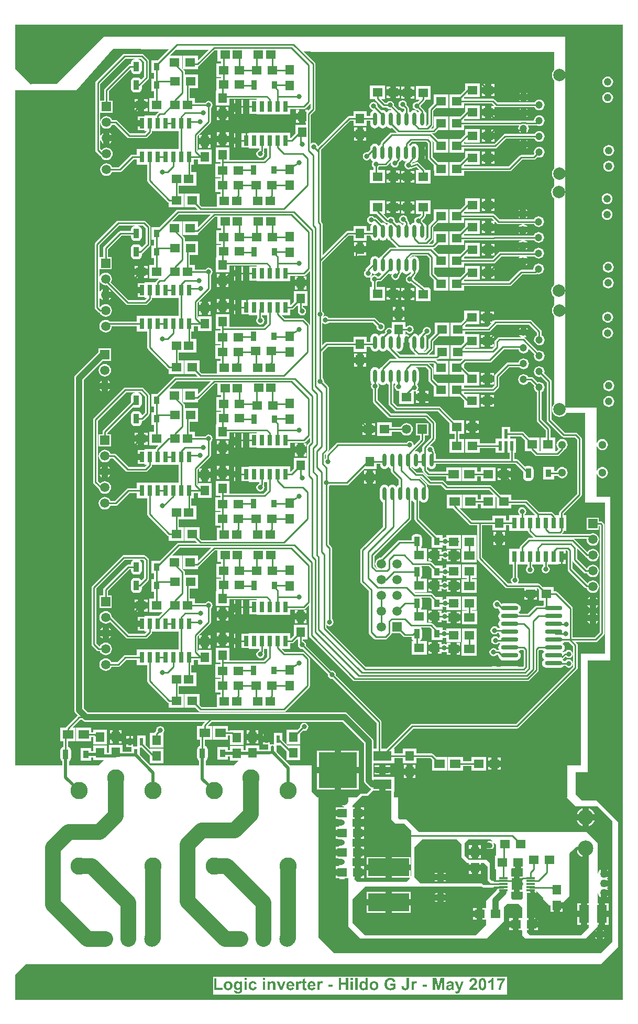
<source format=gtl>
G04 Layer_Physical_Order=1*
G04 Layer_Color=255*
%FSLAX25Y25*%
%MOIN*%
G70*
G01*
G75*
%ADD10R,0.25984X0.11221*%
%ADD11R,0.02362X0.05906*%
%ADD12R,0.06299X0.05500*%
%ADD13R,0.05500X0.06299*%
%ADD14R,0.06500X0.05500*%
%ADD15R,0.03583X0.04803*%
G04:AMPARAMS|DCode=16|XSize=35.83mil|YSize=62.99mil|CornerRadius=8.96mil|HoleSize=0mil|Usage=FLASHONLY|Rotation=180.000|XOffset=0mil|YOffset=0mil|HoleType=Round|Shape=RoundedRectangle|*
%AMROUNDEDRECTD16*
21,1,0.03583,0.04508,0,0,180.0*
21,1,0.01791,0.06299,0,0,180.0*
1,1,0.01791,-0.00896,0.02254*
1,1,0.01791,0.00896,0.02254*
1,1,0.01791,0.00896,-0.02254*
1,1,0.01791,-0.00896,-0.02254*
%
%ADD16ROUNDEDRECTD16*%
%ADD17R,0.03150X0.06890*%
%ADD18R,0.02362X0.04724*%
%ADD19R,0.06800X0.07500*%
%ADD20R,0.05400X0.01300*%
%ADD21R,0.07874X0.03937*%
%ADD22R,0.11811X0.06299*%
%ADD23R,0.24410X0.22835*%
%ADD24R,0.06496X0.11811*%
%ADD25R,0.04803X0.03583*%
G04:AMPARAMS|DCode=26|XSize=35.83mil|YSize=62.99mil|CornerRadius=8.96mil|HoleSize=0mil|Usage=FLASHONLY|Rotation=270.000|XOffset=0mil|YOffset=0mil|HoleType=Round|Shape=RoundedRectangle|*
%AMROUNDEDRECTD26*
21,1,0.03583,0.04508,0,0,270.0*
21,1,0.01791,0.06299,0,0,270.0*
1,1,0.01791,-0.02254,-0.00896*
1,1,0.01791,-0.02254,0.00896*
1,1,0.01791,0.02254,0.00896*
1,1,0.01791,0.02254,-0.00896*
%
%ADD26ROUNDEDRECTD26*%
%ADD27O,0.11024X0.02756*%
%ADD28O,0.02362X0.08268*%
%ADD29C,0.01000*%
%ADD30C,0.03937*%
%ADD31C,0.01969*%
%ADD32C,0.02000*%
%ADD33C,0.09843*%
%ADD34C,0.04843*%
%ADD35C,0.07874*%
%ADD36C,0.04724*%
%ADD37C,0.13780*%
%ADD38C,0.05906*%
%ADD39R,0.05906X0.05906*%
%ADD40C,0.11024*%
%ADD41R,0.05906X0.05906*%
%ADD42C,0.05118*%
%ADD43C,0.09843*%
%ADD44C,0.03150*%
%ADD45R,0.09843X0.09843*%
%ADD46C,0.03600*%
%ADD47C,0.05000*%
G36*
X3017199Y2307339D02*
X3010363Y2300503D01*
X3006108D01*
Y2292550D01*
X3007961D01*
Y2288716D01*
X3006108D01*
Y2280763D01*
X3007961D01*
Y2276352D01*
X3004764D01*
Y2267702D01*
X3010658D01*
X3010445Y2267560D01*
X3008967Y2266082D01*
X3008639Y2265591D01*
X3008621Y2265503D01*
X3001887D01*
Y2264928D01*
X2997462D01*
Y2262452D01*
X3000037D01*
Y2258515D01*
X2997462D01*
Y2256039D01*
X3001887D01*
Y2255464D01*
X3003334D01*
X3001910Y2254040D01*
X2992600D01*
X2984570Y2262070D01*
X2984079Y2262398D01*
X2983983Y2262417D01*
X2983500Y2262513D01*
X2983500Y2262513D01*
X2981134D01*
X2980939Y2262985D01*
X2980308Y2263808D01*
X2979486Y2264439D01*
X2978528Y2264836D01*
X2977500Y2264971D01*
X2976472Y2264836D01*
X2975514Y2264439D01*
X2974692Y2263808D01*
X2974061Y2262985D01*
X2973664Y2262028D01*
X2973529Y2261000D01*
X2973664Y2259972D01*
X2974061Y2259015D01*
X2974692Y2258192D01*
X2975514Y2257561D01*
X2976472Y2257164D01*
X2977500Y2257029D01*
X2978528Y2257164D01*
X2979486Y2257561D01*
X2980308Y2258192D01*
X2980939Y2259015D01*
X2981134Y2259487D01*
X2982873D01*
X2990903Y2251457D01*
X2990903Y2251457D01*
X2991231Y2251237D01*
X2991394Y2251129D01*
X2991973Y2251013D01*
X2991973Y2251013D01*
X3002537D01*
X3002537Y2251013D01*
X3003020Y2251110D01*
X3003116Y2251129D01*
X3003607Y2251457D01*
X3006107Y2253957D01*
X3006107Y2253957D01*
X3006435Y2254448D01*
X3006550Y2255027D01*
Y2255464D01*
X3023524D01*
Y2244046D01*
X2996887D01*
Y2240540D01*
X2994027D01*
X2994027Y2240540D01*
X2993448Y2240425D01*
X2993285Y2240316D01*
X2992957Y2240097D01*
X2992957Y2240097D01*
X2985373Y2232513D01*
X2981134D01*
X2980939Y2232985D01*
X2980308Y2233808D01*
X2979486Y2234439D01*
X2978528Y2234836D01*
X2977500Y2234971D01*
X2976472Y2234836D01*
X2975514Y2234439D01*
X2974692Y2233808D01*
X2974061Y2232985D01*
X2973664Y2232028D01*
X2973529Y2231000D01*
X2973664Y2229972D01*
X2974061Y2229015D01*
X2974692Y2228192D01*
X2975514Y2227561D01*
X2976472Y2227164D01*
X2977500Y2227029D01*
X2978528Y2227164D01*
X2979486Y2227561D01*
X2980308Y2228192D01*
X2980939Y2229015D01*
X2981134Y2229487D01*
X2986000D01*
X2986000Y2229487D01*
X2986483Y2229583D01*
X2986579Y2229602D01*
X2987070Y2229930D01*
X2994654Y2237513D01*
X2996887D01*
Y2234007D01*
X3003524D01*
Y2223968D01*
X3003524Y2223968D01*
X3003620Y2223485D01*
X3003639Y2223389D01*
X3003967Y2222898D01*
X3016408Y2210457D01*
X3016408Y2210457D01*
X3016736Y2210238D01*
X3016899Y2210129D01*
X3017264Y2210056D01*
Y2207202D01*
X3026713D01*
Y2215852D01*
X3023591D01*
Y2220665D01*
X3034676D01*
Y2229314D01*
X3031550D01*
Y2234007D01*
X3033187D01*
Y2237540D01*
X3035749D01*
Y2234329D01*
X3044399D01*
Y2243778D01*
X3035749D01*
Y2242896D01*
X3035528Y2243117D01*
Y2252363D01*
X3036324Y2253159D01*
Y2251022D01*
X3038105D01*
Y2253203D01*
X3036369D01*
X3043585Y2260420D01*
X3043585Y2260420D01*
X3043804Y2260748D01*
X3043913Y2260911D01*
X3044028Y2261490D01*
X3044028Y2261490D01*
Y2269985D01*
X3044323Y2270182D01*
X3044888Y2271028D01*
X3045087Y2272027D01*
X3044888Y2273025D01*
X3044323Y2273872D01*
X3043476Y2274437D01*
X3042478Y2274636D01*
X3041479Y2274437D01*
X3040633Y2273872D01*
X3040411Y2273540D01*
X3033698D01*
Y2276352D01*
X3030487D01*
Y2282665D01*
X3035788D01*
Y2291315D01*
X3027427D01*
Y2293101D01*
X3027427Y2293101D01*
X3027312Y2293680D01*
X3027204Y2293843D01*
X3026984Y2294171D01*
X3026984Y2294171D01*
X3025682Y2295473D01*
Y2303574D01*
X3017715D01*
X3021416Y2307276D01*
X3042343Y2306958D01*
X3035682Y2300297D01*
Y2303574D01*
X3026233D01*
Y2294925D01*
X3035682D01*
Y2296539D01*
X3036035Y2296609D01*
X3036131Y2296629D01*
X3036622Y2296957D01*
X3046560Y2306894D01*
X3048291Y2306868D01*
Y2299665D01*
X3050524D01*
Y2298352D01*
X3047313D01*
Y2289702D01*
X3050524D01*
Y2289275D01*
X3047313D01*
Y2281224D01*
X3047175D01*
Y2271776D01*
X3055825D01*
Y2276013D01*
X3078910D01*
X3078921Y2276003D01*
X3073263D01*
Y2275428D01*
X3068381D01*
Y2270984D01*
Y2266539D01*
X3073263D01*
Y2265964D01*
X3094562D01*
Y2269470D01*
X3103009D01*
X3103009Y2269470D01*
X3103492Y2269566D01*
X3103588Y2269585D01*
X3104079Y2269913D01*
X3107085Y2272920D01*
X3107085Y2272920D01*
X3107304Y2273248D01*
X3107413Y2273411D01*
X3107487Y2273780D01*
Y2270127D01*
X3105755Y2268396D01*
Y2269019D01*
X3103974D01*
Y2264869D01*
Y2260720D01*
X3104487D01*
Y2259594D01*
X3097681D01*
Y2253785D01*
X3094935Y2251040D01*
X3094562D01*
Y2254546D01*
X3068263D01*
Y2253972D01*
X3063381D01*
Y2249527D01*
Y2245082D01*
X3068263D01*
Y2244507D01*
X3074899D01*
Y2243529D01*
X3074874Y2243504D01*
X3074538Y2243437D01*
X3073692Y2242872D01*
X3073126Y2242025D01*
X3072928Y2241027D01*
X3073126Y2240028D01*
X3073692Y2239182D01*
X3074538Y2238616D01*
X3075537Y2238418D01*
X3076535Y2238616D01*
X3077382Y2239182D01*
X3077948Y2240028D01*
X3078146Y2241027D01*
X3077948Y2242025D01*
X3077780Y2242277D01*
X3077811Y2242323D01*
X3077830Y2242419D01*
X3077926Y2242903D01*
X3077926Y2242903D01*
Y2244507D01*
X3079899D01*
Y2239529D01*
X3077511Y2237141D01*
X3055899D01*
Y2245278D01*
X3047249D01*
Y2235829D01*
X3050061D01*
Y2235713D01*
X3050024Y2235527D01*
X3050024Y2235527D01*
Y2234852D01*
X3046813D01*
Y2226202D01*
X3050024D01*
Y2225352D01*
X3046813D01*
Y2216702D01*
X3050024D01*
Y2215314D01*
X3047791D01*
Y2207513D01*
X3038142D01*
X3036713Y2208942D01*
Y2215852D01*
X3027264D01*
Y2207202D01*
X3034173D01*
X3035781Y2205594D01*
X3023028D01*
X3023028Y2205594D01*
X3022448Y2205478D01*
X3022285Y2205370D01*
X3021958Y2205150D01*
X3021957Y2205150D01*
X3011310Y2194503D01*
X3006108D01*
Y2186550D01*
X3007961D01*
Y2182716D01*
X3006108D01*
Y2174763D01*
X3007961D01*
Y2170352D01*
X3004764D01*
Y2161702D01*
X3010658D01*
X3010445Y2161560D01*
X3008967Y2160082D01*
X3008639Y2159591D01*
X3008621Y2159503D01*
X3001887D01*
Y2158928D01*
X2997462D01*
Y2156452D01*
X3000037D01*
Y2152515D01*
X2997462D01*
Y2150039D01*
X3001887D01*
Y2149464D01*
X3003334D01*
X3001910Y2148040D01*
X2991600D01*
X2980271Y2159370D01*
X2980439Y2159589D01*
X2980836Y2160547D01*
X2980971Y2161575D01*
X2980836Y2162603D01*
X2980439Y2163560D01*
X2979808Y2164383D01*
X2978985Y2165014D01*
X2978028Y2165410D01*
X2977000Y2165546D01*
X2975972Y2165410D01*
X2975014Y2165014D01*
X2974192Y2164383D01*
X2973561Y2163560D01*
X2973164Y2162603D01*
X2973029Y2161575D01*
X2973164Y2160547D01*
X2973561Y2159589D01*
X2974192Y2158767D01*
X2975014Y2158136D01*
X2975972Y2157739D01*
X2977000Y2157604D01*
X2977668Y2157692D01*
X2989903Y2145457D01*
X2989903Y2145457D01*
X2990394Y2145129D01*
X2990973Y2145013D01*
X3002537D01*
X3002537Y2145013D01*
X3003020Y2145110D01*
X3003116Y2145129D01*
X3003607Y2145457D01*
X3006107Y2147957D01*
X3006107Y2147957D01*
X3006435Y2148448D01*
X3006550Y2149027D01*
Y2149464D01*
X3023524D01*
Y2138046D01*
X2996887D01*
Y2134540D01*
X2979603D01*
X2978985Y2135014D01*
X2978028Y2135410D01*
X2977000Y2135546D01*
X2975972Y2135410D01*
X2975014Y2135014D01*
X2974192Y2134383D01*
X2973561Y2133560D01*
X2973164Y2132603D01*
X2973029Y2131575D01*
X2973164Y2130547D01*
X2973561Y2129589D01*
X2974192Y2128767D01*
X2975014Y2128136D01*
X2975972Y2127739D01*
X2977000Y2127604D01*
X2978028Y2127739D01*
X2978985Y2128136D01*
X2979808Y2128767D01*
X2980439Y2129589D01*
X2980836Y2130547D01*
X2980963Y2131513D01*
X2996887D01*
Y2128007D01*
X3003524D01*
Y2117968D01*
X3003524Y2117968D01*
X3003620Y2117485D01*
X3003639Y2117389D01*
X3003967Y2116898D01*
X3016408Y2104457D01*
X3016408Y2104457D01*
X3016736Y2104238D01*
X3016899Y2104129D01*
X3017264Y2104056D01*
Y2101202D01*
X3026713D01*
Y2109852D01*
X3023591D01*
Y2114665D01*
X3034676D01*
Y2123314D01*
X3031550D01*
Y2128007D01*
X3033187D01*
Y2131540D01*
X3035749D01*
Y2128329D01*
X3044399D01*
Y2137778D01*
X3035749D01*
Y2136896D01*
X3035528Y2137117D01*
Y2146363D01*
X3036324Y2147159D01*
Y2145022D01*
X3038105D01*
Y2147203D01*
X3036369D01*
X3043585Y2154420D01*
X3043585Y2154420D01*
X3043804Y2154748D01*
X3043913Y2154911D01*
X3044028Y2155490D01*
X3044028Y2155490D01*
Y2163985D01*
X3044323Y2164182D01*
X3044888Y2165028D01*
X3045087Y2166027D01*
X3044888Y2167025D01*
X3044323Y2167872D01*
X3043476Y2168437D01*
X3042478Y2168636D01*
X3041479Y2168437D01*
X3040633Y2167872D01*
X3040411Y2167540D01*
X3033698D01*
Y2170352D01*
X3030487D01*
Y2176665D01*
X3035788D01*
Y2185315D01*
X3027427D01*
Y2187101D01*
X3027427Y2187101D01*
X3027312Y2187680D01*
X3027204Y2187843D01*
X3026984Y2188171D01*
X3026984Y2188171D01*
X3025682Y2189473D01*
Y2198063D01*
X3019150D01*
X3023654Y2202567D01*
X3043952D01*
X3035682Y2194297D01*
Y2198063D01*
X3026233D01*
Y2189413D01*
X3035682D01*
Y2190539D01*
X3036035Y2190610D01*
X3036131Y2190629D01*
X3036622Y2190957D01*
X3046642Y2200976D01*
X3048291D01*
Y2193665D01*
X3050524D01*
Y2192352D01*
X3047313D01*
Y2183702D01*
X3050524D01*
Y2183275D01*
X3047313D01*
Y2175224D01*
X3047175D01*
Y2165776D01*
X3055825D01*
Y2170013D01*
X3078910D01*
X3078921Y2170003D01*
X3073263D01*
Y2169428D01*
X3068381D01*
Y2164984D01*
Y2160539D01*
X3073263D01*
Y2159964D01*
X3094562D01*
Y2163470D01*
X3103009D01*
X3103009Y2163470D01*
X3103492Y2163566D01*
X3103588Y2163585D01*
X3104079Y2163913D01*
X3106987Y2166821D01*
Y2132199D01*
X3106932Y2132473D01*
X3106913Y2132569D01*
X3106585Y2133060D01*
X3103585Y2136060D01*
X3103094Y2136388D01*
X3102998Y2136407D01*
X3102515Y2136503D01*
X3102515Y2136503D01*
X3091142D01*
X3089138Y2138507D01*
X3094562D01*
Y2142013D01*
X3095562D01*
X3095562Y2142013D01*
X3096045Y2142109D01*
X3096141Y2142129D01*
X3096632Y2142457D01*
X3098468Y2144292D01*
X3099539D01*
Y2141953D01*
X3099539Y2141953D01*
X3099568Y2141805D01*
X3099406Y2140990D01*
X3099604Y2139991D01*
X3100170Y2139145D01*
X3101016Y2138579D01*
X3102015Y2138381D01*
X3103013Y2138579D01*
X3103860Y2139145D01*
X3104425Y2139991D01*
X3104624Y2140990D01*
X3104425Y2141988D01*
X3103860Y2142835D01*
X3103013Y2143400D01*
X3102565Y2143489D01*
Y2144292D01*
X3105377D01*
Y2153741D01*
X3096727D01*
Y2146832D01*
X3094935Y2145040D01*
X3094562D01*
Y2148546D01*
X3068263D01*
Y2147972D01*
X3063381D01*
Y2143527D01*
Y2139082D01*
X3068263D01*
Y2138507D01*
X3073524D01*
Y2136620D01*
X3073126Y2136025D01*
X3072928Y2135027D01*
X3073126Y2134028D01*
X3073692Y2133182D01*
X3074538Y2132616D01*
X3075537Y2132418D01*
X3076535Y2132616D01*
X3077382Y2133182D01*
X3077948Y2134028D01*
X3078146Y2135027D01*
X3077948Y2136025D01*
X3077382Y2136872D01*
X3076550Y2137427D01*
Y2138507D01*
X3079899D01*
Y2133529D01*
X3077511Y2131141D01*
X3055899D01*
Y2139278D01*
X3047249D01*
Y2129829D01*
X3050061D01*
Y2129713D01*
X3050024Y2129527D01*
X3050024Y2129527D01*
Y2128852D01*
X3046813D01*
Y2120202D01*
X3050024D01*
Y2119352D01*
X3046813D01*
Y2110702D01*
X3050024D01*
Y2109315D01*
X3047791D01*
Y2101513D01*
X3038142D01*
X3036713Y2102942D01*
Y2109852D01*
X3027264D01*
Y2101202D01*
X3034173D01*
X3035781Y2099594D01*
X3021580D01*
X3021001Y2099478D01*
X3020510Y2099150D01*
X3009863Y2088503D01*
X3006108D01*
Y2080550D01*
X3007961D01*
Y2076716D01*
X3006108D01*
Y2068763D01*
X3007961D01*
Y2064352D01*
X3004764D01*
Y2055702D01*
X3010587D01*
X3008967Y2054082D01*
X3008639Y2053591D01*
X3008621Y2053503D01*
X3001887D01*
Y2052928D01*
X2997462D01*
Y2050452D01*
X3000037D01*
Y2046515D01*
X2997462D01*
Y2044039D01*
X3001887D01*
Y2043464D01*
X3003334D01*
X3001910Y2042040D01*
X2991642D01*
X2983612Y2050070D01*
X2983121Y2050398D01*
X2983025Y2050417D01*
X2982542Y2050513D01*
X2982542Y2050513D01*
X2980135D01*
X2979939Y2050986D01*
X2979308Y2051808D01*
X2978485Y2052439D01*
X2977528Y2052836D01*
X2976500Y2052971D01*
X2975472Y2052836D01*
X2974515Y2052439D01*
X2973692Y2051808D01*
X2973061Y2050986D01*
X2972664Y2050028D01*
X2972529Y2049000D01*
X2972664Y2047972D01*
X2973061Y2047014D01*
X2973692Y2046192D01*
X2974515Y2045561D01*
X2975472Y2045164D01*
X2976500Y2045029D01*
X2977528Y2045164D01*
X2978485Y2045561D01*
X2979308Y2046192D01*
X2979939Y2047014D01*
X2980135Y2047487D01*
X2981915D01*
X2989945Y2039457D01*
X2989945Y2039457D01*
X2990273Y2039238D01*
X2990436Y2039129D01*
X2991015Y2039013D01*
X2991015Y2039013D01*
X3002537D01*
X3002537Y2039013D01*
X3003020Y2039109D01*
X3003116Y2039129D01*
X3003607Y2039457D01*
X3006107Y2041957D01*
X3006107Y2041957D01*
X3006435Y2042448D01*
X3006550Y2043027D01*
Y2043464D01*
X3023524D01*
Y2032046D01*
X2996887D01*
Y2028540D01*
X2991515D01*
X2991515Y2028540D01*
X2990936Y2028425D01*
X2990773Y2028316D01*
X2990445Y2028097D01*
X2990445Y2028097D01*
X2982861Y2020513D01*
X2980135D01*
X2979939Y2020985D01*
X2979308Y2021808D01*
X2978485Y2022439D01*
X2977528Y2022836D01*
X2976500Y2022971D01*
X2975472Y2022836D01*
X2974515Y2022439D01*
X2973692Y2021808D01*
X2973061Y2020985D01*
X2972664Y2020028D01*
X2972529Y2019000D01*
X2972664Y2017972D01*
X2973061Y2017015D01*
X2973692Y2016192D01*
X2974515Y2015561D01*
X2975472Y2015164D01*
X2976500Y2015029D01*
X2977528Y2015164D01*
X2978485Y2015561D01*
X2979308Y2016192D01*
X2979939Y2017015D01*
X2980135Y2017487D01*
X2983488D01*
X2983488Y2017487D01*
X2983971Y2017583D01*
X2984067Y2017602D01*
X2984558Y2017930D01*
X2992142Y2025513D01*
X2996887D01*
Y2022007D01*
X3003524D01*
Y2011968D01*
X3003524Y2011968D01*
X3003620Y2011485D01*
X3003639Y2011389D01*
X3003967Y2010898D01*
X3016408Y1998457D01*
X3016408Y1998457D01*
X3016736Y1998237D01*
X3016899Y1998129D01*
X3017264Y1998056D01*
Y1995202D01*
X3026713D01*
Y2003852D01*
X3023591D01*
Y2008665D01*
X3034676D01*
Y2017315D01*
X3031550D01*
Y2022007D01*
X3033187D01*
Y2025540D01*
X3035749D01*
Y2022329D01*
X3044399D01*
Y2031778D01*
X3035749D01*
Y2030896D01*
X3035528Y2031117D01*
Y2040363D01*
X3036324Y2041159D01*
Y2039022D01*
X3038105D01*
Y2041203D01*
X3036369D01*
X3043585Y2048420D01*
X3043585Y2048420D01*
X3043804Y2048748D01*
X3043913Y2048911D01*
X3044028Y2049490D01*
X3044028Y2049490D01*
Y2057985D01*
X3044323Y2058182D01*
X3044888Y2059028D01*
X3045087Y2060027D01*
X3044888Y2061025D01*
X3044323Y2061872D01*
X3043476Y2062437D01*
X3042478Y2062636D01*
X3041479Y2062437D01*
X3040633Y2061872D01*
X3040411Y2061540D01*
X3033698D01*
Y2064352D01*
X3030487D01*
Y2070665D01*
X3035788D01*
Y2079314D01*
X3027427D01*
Y2081101D01*
X3027427Y2081101D01*
X3027312Y2081680D01*
X3027204Y2081843D01*
X3026984Y2082171D01*
X3026984Y2082171D01*
X3025682Y2083473D01*
Y2091763D01*
X3017404D01*
X3022207Y2096567D01*
X3043952D01*
X3035682Y2088297D01*
Y2091763D01*
X3026233D01*
Y2083114D01*
X3035682D01*
Y2084539D01*
X3036035Y2084609D01*
X3036131Y2084629D01*
X3036622Y2084957D01*
X3046642Y2094976D01*
X3048291D01*
Y2087665D01*
X3050524D01*
Y2086352D01*
X3047313D01*
Y2077702D01*
X3050524D01*
Y2077275D01*
X3047313D01*
Y2069224D01*
X3047175D01*
Y2059776D01*
X3055825D01*
Y2064013D01*
X3078910D01*
X3078921Y2064003D01*
X3073263D01*
Y2063428D01*
X3068381D01*
Y2058983D01*
Y2054539D01*
X3073263D01*
Y2053964D01*
X3094562D01*
Y2057470D01*
X3103009D01*
X3103009Y2057470D01*
X3103492Y2057566D01*
X3103588Y2057585D01*
X3104079Y2057913D01*
X3106987Y2060821D01*
Y2058127D01*
X3105430Y2056570D01*
X3105102Y2056079D01*
X3105083Y2055983D01*
X3104987Y2055500D01*
X3104987Y2055500D01*
Y2053016D01*
Y2051048D01*
D01*
Y2047741D01*
X3096727D01*
Y2040832D01*
X3094935Y2039040D01*
X3094562D01*
Y2042546D01*
X3068263D01*
Y2041972D01*
X3063381D01*
Y2037527D01*
Y2033082D01*
X3068263D01*
Y2032507D01*
X3074899D01*
Y2031529D01*
X3074874Y2031504D01*
X3074538Y2031437D01*
X3073692Y2030872D01*
X3073126Y2030025D01*
X3072928Y2029027D01*
X3073126Y2028028D01*
X3073692Y2027182D01*
X3074538Y2026616D01*
X3075537Y2026418D01*
X3076535Y2026616D01*
X3077382Y2027182D01*
X3077948Y2028028D01*
X3078146Y2029027D01*
X3077948Y2030025D01*
X3077780Y2030277D01*
X3077811Y2030323D01*
X3077830Y2030420D01*
X3077926Y2030903D01*
X3077926Y2030903D01*
Y2032507D01*
X3079899D01*
Y2027529D01*
X3077511Y2025141D01*
X3055899D01*
Y2033278D01*
X3047249D01*
Y2023829D01*
X3050061D01*
Y2023713D01*
X3050024Y2023527D01*
X3050024Y2023527D01*
Y2022852D01*
X3046813D01*
Y2014202D01*
X3050024D01*
Y2013352D01*
X3046813D01*
Y2004702D01*
X3050024D01*
Y2003315D01*
X3047791D01*
Y1995513D01*
X3038142D01*
X3036713Y1996943D01*
Y2003852D01*
X3027264D01*
Y1995202D01*
X3034173D01*
X3035452Y1993923D01*
X3023409D01*
X3022830Y1993808D01*
X3022339Y1993480D01*
X3022339Y1993480D01*
X3011363Y1982503D01*
X3006108D01*
Y1974550D01*
X3007961D01*
Y1970716D01*
X3006108D01*
Y1962763D01*
X3007961D01*
Y1958352D01*
X3004764D01*
Y1949702D01*
X3013087D01*
X3010888Y1947503D01*
X3001887D01*
Y1946928D01*
X2997462D01*
Y1944452D01*
X3000037D01*
Y1940515D01*
X2997462D01*
Y1938039D01*
X3001887D01*
Y1937464D01*
X3003334D01*
X3001910Y1936040D01*
X2991642D01*
X2980939Y1946743D01*
X2980836Y1947528D01*
X2980439Y1948486D01*
X2979808Y1949308D01*
X2978985Y1949939D01*
X2978028Y1950336D01*
X2977000Y1950471D01*
X2975972Y1950336D01*
X2975014Y1949939D01*
X2974192Y1949308D01*
X2973561Y1948486D01*
X2973164Y1947528D01*
X2973029Y1946500D01*
X2973164Y1945472D01*
X2973561Y1944514D01*
X2974192Y1943692D01*
X2975014Y1943061D01*
X2975972Y1942664D01*
X2977000Y1942529D01*
X2978028Y1942664D01*
X2978985Y1943061D01*
X2979752Y1943649D01*
X2989945Y1933457D01*
X2989945Y1933457D01*
X2990436Y1933129D01*
X2991015Y1933013D01*
X3002537D01*
X3002537Y1933013D01*
X3003020Y1933109D01*
X3003116Y1933129D01*
X3003607Y1933457D01*
X3006107Y1935957D01*
X3006107Y1935957D01*
X3006435Y1936448D01*
X3006550Y1937027D01*
Y1937464D01*
X3023524D01*
Y1926046D01*
X2996887D01*
Y1922540D01*
X2989527D01*
X2989527Y1922540D01*
X2989044Y1922444D01*
X2988948Y1922425D01*
X2988457Y1922097D01*
X2984373Y1918013D01*
X2980634D01*
X2980439Y1918485D01*
X2979808Y1919308D01*
X2978985Y1919939D01*
X2978028Y1920336D01*
X2977000Y1920471D01*
X2975972Y1920336D01*
X2975014Y1919939D01*
X2974192Y1919308D01*
X2973561Y1918485D01*
X2973164Y1917528D01*
X2973029Y1916500D01*
X2973164Y1915472D01*
X2973561Y1914515D01*
X2974192Y1913692D01*
X2975014Y1913061D01*
X2975972Y1912664D01*
X2977000Y1912529D01*
X2978028Y1912664D01*
X2978985Y1913061D01*
X2979808Y1913692D01*
X2980439Y1914515D01*
X2980634Y1914987D01*
X2985000D01*
X2985000Y1914987D01*
X2985483Y1915083D01*
X2985579Y1915102D01*
X2986070Y1915430D01*
X2990154Y1919513D01*
X2996887D01*
Y1916007D01*
X3003524D01*
Y1905968D01*
X3003524Y1905968D01*
X3003620Y1905485D01*
X3003639Y1905389D01*
X3003967Y1904898D01*
X3016408Y1892457D01*
X3016408Y1892457D01*
X3016736Y1892237D01*
X3016899Y1892129D01*
X3017264Y1892056D01*
Y1889202D01*
X3026713D01*
Y1897852D01*
X3023591D01*
Y1902665D01*
X3034676D01*
Y1911315D01*
X3031550D01*
Y1916007D01*
X3033187D01*
Y1919540D01*
X3035749D01*
Y1916329D01*
X3044399D01*
Y1925778D01*
X3035749D01*
Y1924896D01*
X3035528Y1925117D01*
Y1934363D01*
X3036324Y1935159D01*
Y1933022D01*
X3038105D01*
Y1935203D01*
X3036369D01*
X3043585Y1942420D01*
X3043585Y1942420D01*
X3043804Y1942748D01*
X3043913Y1942911D01*
X3044028Y1943490D01*
X3044028Y1943490D01*
Y1951985D01*
X3044323Y1952182D01*
X3044888Y1953028D01*
X3045087Y1954027D01*
X3044888Y1955025D01*
X3044323Y1955872D01*
X3043476Y1956437D01*
X3042478Y1956636D01*
X3041479Y1956437D01*
X3040633Y1955872D01*
X3040411Y1955540D01*
X3033698D01*
Y1958352D01*
X3030487D01*
Y1964665D01*
X3035788D01*
Y1973314D01*
X3027427D01*
Y1975101D01*
X3027427Y1975101D01*
X3027312Y1975680D01*
X3027204Y1975843D01*
X3026984Y1976171D01*
X3026984Y1976171D01*
X3025682Y1977473D01*
Y1985858D01*
X3018998D01*
X3024036Y1990896D01*
X3044281D01*
X3035682Y1982297D01*
Y1985858D01*
X3026233D01*
Y1977208D01*
X3035682D01*
Y1978539D01*
X3036035Y1978609D01*
X3036131Y1978629D01*
X3036622Y1978957D01*
X3046642Y1988976D01*
X3048291D01*
Y1981665D01*
X3050524D01*
Y1980352D01*
X3047313D01*
Y1971702D01*
X3050524D01*
Y1971275D01*
X3047313D01*
Y1963224D01*
X3047175D01*
Y1953776D01*
X3055825D01*
Y1958013D01*
X3078910D01*
X3078921Y1958003D01*
X3073263D01*
Y1957428D01*
X3068381D01*
Y1952983D01*
Y1948539D01*
X3073263D01*
Y1947964D01*
X3094562D01*
Y1951470D01*
X3103009D01*
X3103009Y1951470D01*
X3103492Y1951566D01*
X3103588Y1951585D01*
X3104079Y1951913D01*
X3106487Y1954321D01*
Y1947017D01*
Y1945048D01*
D01*
Y1935000D01*
X3106487Y1935000D01*
X3106583Y1934517D01*
X3106602Y1934421D01*
X3106930Y1933930D01*
X3134430Y1906430D01*
X3134430Y1906430D01*
X3134921Y1906102D01*
X3135500Y1905987D01*
X3245500D01*
X3245500Y1905987D01*
X3245983Y1906083D01*
X3246079Y1906102D01*
X3246570Y1906430D01*
X3252070Y1911930D01*
X3252070Y1911930D01*
X3252398Y1912421D01*
X3252513Y1913000D01*
Y1925373D01*
X3252932Y1925792D01*
X3255282D01*
X3255737Y1925199D01*
X3256250Y1924805D01*
X3255737Y1924411D01*
X3255263Y1923794D01*
X3254966Y1923076D01*
X3254864Y1922305D01*
X3254966Y1921535D01*
X3255263Y1920816D01*
X3255737Y1920199D01*
X3256250Y1919805D01*
X3255737Y1919411D01*
X3255263Y1918794D01*
X3254966Y1918076D01*
X3254864Y1917305D01*
X3254966Y1916534D01*
X3255263Y1915816D01*
X3255737Y1915199D01*
X3256353Y1914726D01*
X3257072Y1914429D01*
X3257843Y1914327D01*
X3266110D01*
X3266881Y1914429D01*
X3267599Y1914726D01*
X3268216Y1915199D01*
X3268594Y1915691D01*
X3269705D01*
X3269927Y1915360D01*
X3270773Y1914794D01*
X3271772Y1914595D01*
X3272770Y1914794D01*
X3273616Y1915360D01*
X3274182Y1916206D01*
X3274381Y1917205D01*
X3274182Y1918203D01*
X3273616Y1919050D01*
X3272770Y1919615D01*
X3271772Y1919814D01*
X3270773Y1919615D01*
X3269927Y1919050D01*
X3269705Y1918718D01*
X3268721D01*
X3268689Y1918794D01*
X3268216Y1919411D01*
X3267702Y1919805D01*
X3267860Y1919926D01*
X3268130Y1919980D01*
X3268621Y1920308D01*
X3269851Y1921537D01*
X3269927Y1921423D01*
X3270773Y1920857D01*
X3271772Y1920658D01*
X3272770Y1920857D01*
X3273616Y1921423D01*
X3274182Y1922269D01*
X3274381Y1923268D01*
X3274182Y1924266D01*
X3273616Y1925113D01*
X3272770Y1925678D01*
X3271772Y1925877D01*
X3270773Y1925678D01*
X3269927Y1925113D01*
X3269705Y1924781D01*
X3269441D01*
X3269441Y1924781D01*
X3268862Y1924666D01*
X3268699Y1924557D01*
X3268371Y1924338D01*
X3268371Y1924338D01*
X3268315Y1924282D01*
X3268216Y1924411D01*
X3267702Y1924805D01*
X3268216Y1925199D01*
X3268689Y1925816D01*
X3268987Y1926534D01*
X3269088Y1927305D01*
X3268987Y1928076D01*
X3268689Y1928794D01*
X3268216Y1929411D01*
X3267702Y1929805D01*
X3268216Y1930199D01*
X3268671Y1930792D01*
X3271873D01*
X3274432Y1928234D01*
Y1915154D01*
X3238219Y1878942D01*
X3172047D01*
X3172047Y1878942D01*
X3171564Y1878846D01*
X3171468Y1878827D01*
X3170977Y1878499D01*
X3155757Y1863280D01*
X3152513D01*
Y1880005D01*
X3152513Y1880005D01*
X3152398Y1880584D01*
X3152289Y1880747D01*
X3152070Y1881075D01*
X3152070Y1881075D01*
X3123531Y1909613D01*
X3123609Y1910005D01*
X3123411Y1911003D01*
X3122845Y1911850D01*
X3121998Y1912415D01*
X3121000Y1912614D01*
X3120609Y1912536D01*
X3104546Y1928599D01*
X3104624Y1928990D01*
X3104425Y1929988D01*
X3103860Y1930835D01*
X3103013Y1931400D01*
X3102565Y1931490D01*
Y1932292D01*
X3105377D01*
Y1941741D01*
X3096727D01*
Y1934832D01*
X3094935Y1933040D01*
X3094562D01*
Y1936546D01*
X3068263D01*
Y1935972D01*
X3063381D01*
Y1931527D01*
Y1927082D01*
X3068263D01*
Y1926507D01*
X3074899D01*
Y1925529D01*
X3074874Y1925504D01*
X3074538Y1925437D01*
X3073692Y1924872D01*
X3073126Y1924025D01*
X3072928Y1923027D01*
X3073126Y1922028D01*
X3073692Y1921182D01*
X3074538Y1920616D01*
X3075537Y1920418D01*
X3076535Y1920616D01*
X3077382Y1921182D01*
X3077948Y1922028D01*
X3078146Y1923027D01*
X3077948Y1924025D01*
X3077780Y1924277D01*
X3077811Y1924323D01*
X3077830Y1924420D01*
X3077926Y1924903D01*
X3077926Y1924903D01*
Y1926507D01*
X3079899D01*
Y1921529D01*
X3077511Y1919141D01*
X3055899D01*
Y1927278D01*
X3047249D01*
Y1917829D01*
X3050061D01*
Y1917713D01*
X3050024Y1917527D01*
X3050024Y1917527D01*
Y1916852D01*
X3046813D01*
Y1908202D01*
X3050024D01*
Y1907352D01*
X3046813D01*
Y1898702D01*
X3050024D01*
Y1897314D01*
X3047791D01*
Y1889513D01*
X3038142D01*
X3036713Y1890943D01*
Y1897852D01*
X3027264D01*
Y1889202D01*
X3034173D01*
X3036445Y1886930D01*
X3036445Y1886930D01*
X3036936Y1886602D01*
X3037515Y1886487D01*
X3090525D01*
X3090525Y1886487D01*
X3091008Y1886583D01*
X3091104Y1886602D01*
X3091595Y1886930D01*
X3106585Y1901920D01*
X3106585Y1901920D01*
X3106804Y1902248D01*
X3106913Y1902411D01*
X3107028Y1902990D01*
X3107028Y1902990D01*
Y1919990D01*
X3107028Y1919990D01*
X3106932Y1920473D01*
X3106913Y1920569D01*
X3106585Y1921060D01*
X3103585Y1924060D01*
X3103094Y1924388D01*
X3102998Y1924407D01*
X3102515Y1924503D01*
X3102515Y1924503D01*
X3091142D01*
X3089138Y1926507D01*
X3094562D01*
Y1930013D01*
X3095562D01*
X3095562Y1930013D01*
X3096045Y1930109D01*
X3096141Y1930129D01*
X3096632Y1930457D01*
X3098468Y1932292D01*
X3099539D01*
Y1929953D01*
X3099539Y1929953D01*
X3099568Y1929805D01*
X3099406Y1928990D01*
X3099604Y1927991D01*
X3100170Y1927145D01*
X3101016Y1926579D01*
X3102015Y1926381D01*
X3102406Y1926458D01*
X3118469Y1910396D01*
X3118391Y1910005D01*
X3118589Y1909006D01*
X3119155Y1908160D01*
X3120001Y1907594D01*
X3121000Y1907396D01*
X3121391Y1907473D01*
X3149487Y1879378D01*
Y1863280D01*
X3147486D01*
Y1867697D01*
X3147385Y1868468D01*
X3147210Y1868888D01*
X3147087Y1869186D01*
X3146882Y1869454D01*
X3146614Y1869803D01*
X3146614Y1869803D01*
X3131240Y1885177D01*
X3130623Y1885650D01*
X3129905Y1885948D01*
X3129134Y1886049D01*
X2965745D01*
X2963057Y1888738D01*
Y2097345D01*
X2975275Y2109563D01*
X2980437D01*
Y2117437D01*
X2972563D01*
Y2115275D01*
X2957973Y2100685D01*
X2957500Y2100068D01*
X2957202Y2099350D01*
X2957100Y2098579D01*
Y1887504D01*
X2957202Y1886733D01*
X2957500Y1886015D01*
X2957973Y1885398D01*
X2959204Y1884167D01*
X2959166Y1884141D01*
X2952015Y1876990D01*
X2951687Y1876499D01*
X2951668Y1876403D01*
X2951660Y1876361D01*
X2948260D01*
Y1867711D01*
X2950113D01*
Y1864213D01*
X2949767Y1864144D01*
X2948950Y1863598D01*
X2948404Y1862781D01*
X2948212Y1861817D01*
Y1857309D01*
X2948404Y1856345D01*
X2948950Y1855528D01*
X2949619Y1855080D01*
Y1852420D01*
X2919472Y1852420D01*
Y2281378D01*
X2958465D01*
X2981929Y2307874D01*
X3017199Y2307339D01*
D02*
G37*
G36*
X3155142Y1836295D02*
X3158750D01*
X3158750Y1818250D01*
X3161526Y1815500D01*
X3167000Y1815500D01*
X3171500Y1811000D01*
X3171500Y1782030D01*
X3171492Y1782025D01*
X3170992Y1782292D01*
Y1785654D01*
X3158969D01*
Y1781012D01*
X3170305D01*
X3170512Y1780512D01*
X3168500Y1778500D01*
X3137000Y1778500D01*
X3135175Y1780325D01*
X3135367Y1780787D01*
X3135505D01*
Y1784537D01*
Y1788287D01*
X3134000D01*
X3134000Y1793287D01*
X3135505D01*
Y1797037D01*
Y1800787D01*
X3134000D01*
X3134000Y1805787D01*
X3135505D01*
Y1809537D01*
Y1813287D01*
X3134001D01*
Y1818287D01*
X3135505D01*
Y1822037D01*
Y1825787D01*
X3134001D01*
Y1827000D01*
X3140000Y1833000D01*
X3144000Y1833000D01*
X3147295Y1836295D01*
X3151205D01*
Y1840445D01*
X3155142D01*
Y1836295D01*
D02*
G37*
G36*
X3233939Y2001480D02*
X3245597D01*
X3245671Y2001105D01*
X3245690Y2001009D01*
X3246018Y2000518D01*
X3249523Y1997013D01*
X3246500D01*
X3245921Y1996898D01*
X3245430Y1996570D01*
X3245430Y1996570D01*
X3241018Y1992159D01*
X3240690Y1991668D01*
X3240671Y1991571D01*
X3240575Y1991088D01*
X3240575Y1991088D01*
Y1990063D01*
X3233939D01*
Y1980024D01*
X3235987D01*
Y1972067D01*
X3235655Y1971845D01*
X3235089Y1970999D01*
X3234891Y1970000D01*
X3235089Y1969002D01*
X3235655Y1968155D01*
X3235867Y1968013D01*
X3233127D01*
X3216513Y1984627D01*
Y2004960D01*
X3223138D01*
Y2001749D01*
X3231788D01*
Y2004960D01*
X3233939D01*
Y2001480D01*
D02*
G37*
G36*
X2962406Y1880965D02*
X2963023Y1880492D01*
X2963741Y1880194D01*
X2964512Y1880093D01*
X2964512Y1880093D01*
X3040157D01*
X3039015Y1878950D01*
X3038687Y1878459D01*
X3038668Y1878363D01*
X3038572Y1877880D01*
X3038572Y1877880D01*
Y1877361D01*
X3035260D01*
Y1868711D01*
X3037113D01*
Y1864686D01*
X3036767Y1864617D01*
X3035950Y1864071D01*
X3035404Y1863254D01*
X3035212Y1862290D01*
Y1857782D01*
X3035404Y1856818D01*
X3035950Y1856001D01*
X3036619Y1855554D01*
Y1852420D01*
X3005581Y1852420D01*
X2998841Y1859160D01*
Y1863665D01*
X3000126D01*
X3005260Y1858531D01*
Y1853812D01*
X3013910D01*
Y1863261D01*
X3005260D01*
Y1862811D01*
X3002581Y1865491D01*
Y1871539D01*
X2997069D01*
Y1864453D01*
X2994526D01*
Y1865634D01*
X2990164D01*
Y1864240D01*
X2993329D01*
Y1861027D01*
X2987870D01*
Y1865406D01*
X2979221D01*
Y1860543D01*
X2977871D01*
Y1865209D01*
X2969221D01*
Y1861570D01*
X2967867D01*
Y1863539D01*
X2961134D01*
Y1855587D01*
X2967867D01*
Y1857556D01*
X2969221D01*
Y1855761D01*
X2975964D01*
X2972623Y1852420D01*
X2953633Y1852420D01*
Y1855080D01*
X2954303Y1855528D01*
X2954849Y1856345D01*
X2955041Y1857309D01*
Y1861817D01*
X2954849Y1862781D01*
X2954303Y1863598D01*
X2953486Y1864144D01*
X2953140Y1864213D01*
Y1867711D01*
X2957910D01*
Y1876361D01*
X2955667D01*
X2960863Y1881557D01*
X2961813D01*
X2962406Y1880965D01*
D02*
G37*
G36*
X3284468Y1793838D02*
X3284500Y1793814D01*
X3284500Y1764906D01*
X3283469D01*
Y1758000D01*
Y1751094D01*
X3284500D01*
Y1749500D01*
X3279500Y1744500D01*
X3247000D01*
X3245000Y1746500D01*
Y1747787D01*
X3246005D01*
Y1751537D01*
Y1755287D01*
X3245000D01*
X3245000Y1771410D01*
X3251000D01*
Y1772294D01*
X3251500Y1772501D01*
X3255500Y1768501D01*
X3255500Y1767413D01*
X3259413Y1763500D01*
X3260250Y1763500D01*
Y1759350D01*
X3262032D01*
Y1763500D01*
X3264000D01*
Y1765468D01*
X3267969D01*
X3273000Y1770500D01*
X3273000Y1796500D01*
X3276072Y1799572D01*
X3276592Y1799385D01*
X3276664Y1798654D01*
X3277003Y1797538D01*
X3277553Y1796509D01*
X3278293Y1795608D01*
X3279194Y1794868D01*
X3280223Y1794318D01*
X3280531Y1794225D01*
Y1799815D01*
X3284468D01*
Y1793838D01*
D02*
G37*
G36*
X3306276Y1703606D02*
X2919472D01*
Y1719472D01*
X2925984Y1725984D01*
X3292087Y1725984D01*
X3303149Y1737047D01*
Y1816417D01*
X3289331Y1830236D01*
X3280236Y1830236D01*
X3276221Y1834252D01*
Y1848268D01*
X3283898D01*
Y1919094D01*
X3298149D01*
Y2022953D01*
X3289331D01*
Y2037289D01*
X3289724Y2037367D01*
X3289996Y2036713D01*
X3290564Y2035973D01*
X3291304Y2035405D01*
X3292166Y2035048D01*
X3293090Y2034926D01*
X3294016Y2035048D01*
X3294878Y2035405D01*
X3295618Y2035973D01*
X3296186Y2036713D01*
X3296543Y2037575D01*
X3296664Y2038500D01*
X3296543Y2039425D01*
X3296186Y2040287D01*
X3295618Y2041027D01*
X3294878Y2041595D01*
X3294016Y2041952D01*
X3293090Y2042074D01*
X3292166Y2041952D01*
X3291304Y2041595D01*
X3290564Y2041027D01*
X3289996Y2040287D01*
X3289724Y2039633D01*
X3289331Y2039711D01*
Y2055006D01*
X3289724Y2055084D01*
X3289996Y2054430D01*
X3290564Y2053689D01*
X3291304Y2053122D01*
X3292166Y2052764D01*
X3293090Y2052643D01*
X3294016Y2052764D01*
X3294878Y2053122D01*
X3295618Y2053689D01*
X3296186Y2054430D01*
X3296543Y2055292D01*
X3296664Y2056216D01*
X3296543Y2057141D01*
X3296186Y2058003D01*
X3295618Y2058744D01*
X3294878Y2059312D01*
X3294016Y2059669D01*
X3293090Y2059790D01*
X3292166Y2059669D01*
X3291304Y2059312D01*
X3290564Y2058744D01*
X3289996Y2058003D01*
X3289724Y2057349D01*
X3289331Y2057427D01*
Y2079764D01*
X3269688Y2079764D01*
X3269409Y2080042D01*
X3269410Y2315501D01*
X2976131D01*
X2960927Y2300297D01*
X2946063Y2285433D01*
X2929921D01*
X2929528Y2285039D01*
X2919472Y2295095D01*
Y2295489D01*
Y2323205D01*
X3306276D01*
Y1703606D01*
D02*
G37*
G36*
X3111811Y2305906D02*
X3262598D01*
Y2294653D01*
X3262435Y2294528D01*
X3261646Y2293500D01*
X3261150Y2292303D01*
X3260981Y2291018D01*
X3261150Y2289733D01*
X3261646Y2288536D01*
X3262435Y2287508D01*
X3262598Y2287383D01*
Y2231976D01*
X3262435Y2231850D01*
X3261646Y2230822D01*
X3261150Y2229625D01*
X3260981Y2228341D01*
X3261150Y2227056D01*
X3261646Y2225859D01*
X3262435Y2224831D01*
X3262598Y2224705D01*
Y2220656D01*
X3262081Y2220259D01*
X3261292Y2219231D01*
X3260796Y2218034D01*
X3260627Y2216749D01*
X3260796Y2215464D01*
X3261292Y2214267D01*
X3262081Y2213239D01*
X3262598Y2212842D01*
Y2157979D01*
X3262081Y2157582D01*
X3261292Y2156554D01*
X3260796Y2155357D01*
X3260627Y2154072D01*
X3260796Y2152787D01*
X3261292Y2151590D01*
X3262081Y2150562D01*
X3262598Y2150165D01*
Y2145072D01*
X3262435Y2144947D01*
X3261646Y2143919D01*
X3261150Y2142722D01*
X3260981Y2141437D01*
X3261150Y2140152D01*
X3261646Y2138955D01*
X3262435Y2137927D01*
X3262598Y2137802D01*
Y2082395D01*
X3262435Y2082270D01*
X3261646Y2081242D01*
X3261150Y2080045D01*
X3260981Y2078760D01*
X3261150Y2077475D01*
X3261646Y2076278D01*
X3262435Y2075250D01*
X3263463Y2074461D01*
X3264660Y2073965D01*
X3265945Y2073796D01*
X3267229Y2073965D01*
X3268427Y2074461D01*
X3269455Y2075250D01*
X3270243Y2076278D01*
X3270285Y2076378D01*
X3282087D01*
Y2019291D01*
X3294882D01*
Y1923465D01*
X3279449D01*
Y1852419D01*
X3270748D01*
Y1832087D01*
X3270315D01*
X3276023Y1826378D01*
X3290157Y1826378D01*
X3299606Y1816929D01*
X3299606Y1740606D01*
X3292000Y1733000D01*
X3122500D01*
X3112600Y1742900D01*
X3112600Y1832087D01*
X3111811D01*
X3108131Y1835766D01*
X3108131Y1852419D01*
X3094581Y1852419D01*
X3085841Y1861160D01*
Y1865142D01*
X3088622D01*
X3092260Y1861504D01*
Y1855812D01*
X3100910D01*
Y1865261D01*
X3092784D01*
X3089581Y1868464D01*
Y1873017D01*
X3084069D01*
Y1865930D01*
X3083437D01*
X3083085Y1866000D01*
X3082733Y1865930D01*
X3081526D01*
Y1867111D01*
X3077164D01*
Y1865717D01*
X3080329D01*
Y1862517D01*
X3074873D01*
Y1865234D01*
X3066223D01*
Y1862016D01*
X3064873D01*
Y1864734D01*
X3056223D01*
Y1862043D01*
X3054866D01*
Y1864013D01*
X3048134D01*
Y1856060D01*
X3054866D01*
Y1858029D01*
X3056223D01*
Y1855285D01*
X3061488D01*
X3058623Y1852420D01*
X3040633Y1852420D01*
Y1855554D01*
X3041303Y1856001D01*
X3041849Y1856818D01*
X3042041Y1857782D01*
Y1862290D01*
X3041849Y1863254D01*
X3041303Y1864071D01*
X3040486Y1864617D01*
X3040140Y1864686D01*
Y1868711D01*
X3044910D01*
Y1877361D01*
X3041706D01*
X3044437Y1880093D01*
X3127900D01*
X3141530Y1866463D01*
Y1842894D01*
X3141631Y1842123D01*
X3141842Y1841615D01*
X3141929Y1841405D01*
X3142402Y1840788D01*
X3144851Y1838339D01*
X3144851Y1838339D01*
X3145200Y1838071D01*
X3145468Y1837866D01*
X3145693Y1837772D01*
Y1836964D01*
X3143335Y1834606D01*
X3140000Y1834606D01*
X3140000Y1834606D01*
X3139386Y1834484D01*
X3139125Y1834309D01*
X3138865Y1834135D01*
X3138865Y1834135D01*
X3136816Y1832087D01*
X3131500D01*
Y1831625D01*
X3131469Y1831609D01*
Y1829000D01*
X3129500D01*
Y1827032D01*
X3127481D01*
X3127503Y1827003D01*
X3128088Y1826554D01*
X3128769Y1826272D01*
X3128685Y1825787D01*
X3123324D01*
Y1824006D01*
X3127473D01*
Y1820069D01*
X3123324D01*
Y1818287D01*
X3125095D01*
X3125252Y1817969D01*
X3127500D01*
Y1814031D01*
X3125481D01*
X3125503Y1814003D01*
X3125784Y1813787D01*
X3125615Y1813287D01*
X3123324D01*
Y1811506D01*
X3127473D01*
Y1807569D01*
X3123324D01*
Y1805787D01*
X3125095D01*
X3125252Y1805469D01*
X3127500D01*
Y1801531D01*
X3125481D01*
X3125503Y1801503D01*
X3125784Y1801287D01*
X3125615Y1800787D01*
X3123324D01*
Y1799006D01*
X3127473D01*
Y1795069D01*
X3123324D01*
Y1793287D01*
X3125095D01*
X3125252Y1792969D01*
X3127500D01*
Y1789031D01*
X3125481D01*
X3125503Y1789003D01*
X3125784Y1788787D01*
X3125615Y1788287D01*
X3123324D01*
Y1786506D01*
X3127473D01*
Y1782569D01*
X3123324D01*
Y1780787D01*
X3125711D01*
X3125881Y1780287D01*
X3125503Y1779997D01*
X3125481Y1779968D01*
X3129519D01*
X3129497Y1779997D01*
X3129119Y1780287D01*
X3129289Y1780787D01*
X3131500D01*
X3131500Y1750000D01*
X3139000Y1742500D01*
X3219499Y1742500D01*
X3230500Y1753501D01*
X3230500Y1762500D01*
X3232500Y1764500D01*
X3239515Y1764500D01*
X3242000Y1762015D01*
X3242000Y1755287D01*
X3239942D01*
Y1751537D01*
Y1747787D01*
X3241647D01*
X3242000Y1747433D01*
X3242000Y1744500D01*
X3244000Y1742500D01*
X3282500Y1742500D01*
X3290000Y1750000D01*
Y1751094D01*
X3290949D01*
Y1758000D01*
Y1764906D01*
X3290000D01*
X3290000Y1771238D01*
X3290500Y1771270D01*
X3290590Y1770586D01*
X3290943Y1769735D01*
X3291504Y1769004D01*
X3292031Y1768599D01*
Y1771500D01*
X3294000D01*
Y1773469D01*
X3296901D01*
X3296496Y1773996D01*
X3296165Y1774250D01*
Y1774750D01*
X3296496Y1775004D01*
X3296901Y1775532D01*
X3294000D01*
Y1779469D01*
X3296901D01*
X3296496Y1779996D01*
X3296165Y1780250D01*
Y1780750D01*
X3296496Y1781004D01*
X3296901Y1781532D01*
X3294000D01*
Y1783500D01*
X3292031D01*
Y1786401D01*
X3291504Y1785996D01*
X3290943Y1785265D01*
X3290590Y1784414D01*
X3290500Y1783729D01*
X3290000Y1783762D01*
X3290000Y1803000D01*
X3283000Y1810000D01*
X3176500Y1810000D01*
X3168500Y1818000D01*
X3164000Y1818000D01*
X3163000Y1819000D01*
X3163000Y1832087D01*
X3160355D01*
X3160355Y1835720D01*
X3160653D01*
Y1845169D01*
X3147486D01*
Y1853831D01*
X3160653D01*
Y1857042D01*
X3166138D01*
Y1853749D01*
X3174788D01*
Y1856960D01*
X3183900D01*
X3184675Y1856185D01*
Y1849175D01*
X3194325D01*
Y1857825D01*
X3187315D01*
X3185597Y1859543D01*
X3185106Y1859871D01*
X3185010Y1859891D01*
X3184527Y1859987D01*
X3184527Y1859987D01*
X3174788D01*
Y1863198D01*
X3166138D01*
Y1860068D01*
X3160653D01*
Y1863280D01*
X3160038D01*
X3172674Y1875916D01*
X3238847D01*
X3238847Y1875916D01*
X3239330Y1876012D01*
X3239426Y1876031D01*
X3239917Y1876359D01*
X3277015Y1913457D01*
X3277015Y1913457D01*
X3277343Y1913948D01*
X3277362Y1914045D01*
X3277458Y1914528D01*
X3277458Y1914528D01*
Y1928860D01*
X3277458Y1928860D01*
X3277343Y1929440D01*
X3277234Y1929602D01*
X3277015Y1929930D01*
X3277015Y1929930D01*
X3276154Y1930792D01*
X3288805D01*
X3288805Y1930792D01*
X3289288Y1930888D01*
X3289384Y1930907D01*
X3289875Y1931235D01*
X3293983Y1935343D01*
X3293983Y1935343D01*
X3294203Y1935671D01*
X3294312Y1935834D01*
X3294427Y1936413D01*
X3294427Y1936413D01*
Y2005087D01*
X3294427Y2005087D01*
X3294331Y2005570D01*
X3294312Y2005666D01*
X3293983Y2006157D01*
X3293983Y2006157D01*
X3293070Y2007070D01*
X3292579Y2007398D01*
X3292483Y2007417D01*
X3292000Y2007513D01*
X3292000Y2007513D01*
X3290937D01*
Y2009937D01*
X3283063D01*
Y2002063D01*
X3290937D01*
Y2004487D01*
X3291373D01*
X3291400Y2004460D01*
Y1937040D01*
X3288179Y1933819D01*
X3274297D01*
Y1952217D01*
X3274182Y1952796D01*
X3273854Y1953287D01*
X3273854Y1953287D01*
X3264533Y1962607D01*
X3264042Y1962935D01*
X3263946Y1962954D01*
X3263463Y1963050D01*
X3263463Y1963050D01*
X3262197D01*
Y1965862D01*
X3255240D01*
X3253532Y1967570D01*
X3253041Y1967898D01*
X3252945Y1967917D01*
X3252461Y1968013D01*
X3252461Y1968013D01*
X3239133D01*
X3239345Y1968155D01*
X3239911Y1969002D01*
X3240109Y1970000D01*
X3239911Y1970999D01*
X3239345Y1971845D01*
X3239013Y1972067D01*
Y1980024D01*
X3245575D01*
Y1978978D01*
X3245243Y1978757D01*
X3244678Y1977910D01*
X3244479Y1976912D01*
X3244678Y1975913D01*
X3245243Y1975067D01*
X3246090Y1974501D01*
X3247088Y1974302D01*
X3248087Y1974501D01*
X3248933Y1975067D01*
X3249499Y1975913D01*
X3249697Y1976912D01*
X3249499Y1977910D01*
X3248933Y1978757D01*
X3248602Y1978978D01*
Y1980024D01*
X3255575D01*
Y1979155D01*
X3255243Y1978933D01*
X3254678Y1978087D01*
X3254479Y1977088D01*
X3254678Y1976090D01*
X3255243Y1975243D01*
X3256090Y1974678D01*
X3257088Y1974479D01*
X3258087Y1974678D01*
X3258933Y1975243D01*
X3259499Y1976090D01*
X3259698Y1977088D01*
X3259499Y1978087D01*
X3258933Y1978933D01*
X3258602Y1979155D01*
Y1980024D01*
X3265238D01*
Y1980598D01*
X3269663D01*
Y1983075D01*
X3267088D01*
Y1987012D01*
X3269663D01*
Y1988987D01*
X3270373D01*
X3270987Y1988373D01*
Y1977000D01*
X3270987Y1977000D01*
X3271083Y1976517D01*
X3271102Y1976421D01*
X3271430Y1975930D01*
X3281930Y1965430D01*
X3281930Y1965430D01*
X3282421Y1965102D01*
X3283000Y1964987D01*
X3283162D01*
X3283164Y1964972D01*
X3283561Y1964014D01*
X3284192Y1963192D01*
X3285014Y1962561D01*
X3285972Y1962164D01*
X3287000Y1962029D01*
X3288028Y1962164D01*
X3288985Y1962561D01*
X3289808Y1963192D01*
X3290439Y1964014D01*
X3290836Y1964972D01*
X3290971Y1966000D01*
X3290836Y1967028D01*
X3290439Y1967986D01*
X3289808Y1968808D01*
X3288985Y1969439D01*
X3288028Y1969836D01*
X3287000Y1969971D01*
X3285972Y1969836D01*
X3285014Y1969439D01*
X3284192Y1968808D01*
X3283602Y1968039D01*
X3274013Y1977627D01*
Y1982866D01*
X3274083Y1982517D01*
X3274102Y1982421D01*
X3274430Y1981930D01*
X3281430Y1974930D01*
X3281430Y1974930D01*
X3281921Y1974602D01*
X3282500Y1974487D01*
X3283366D01*
X3283561Y1974014D01*
X3284192Y1973192D01*
X3285014Y1972561D01*
X3285972Y1972164D01*
X3287000Y1972029D01*
X3288028Y1972164D01*
X3288985Y1972561D01*
X3289808Y1973192D01*
X3290439Y1974014D01*
X3290836Y1974972D01*
X3290971Y1976000D01*
X3290836Y1977028D01*
X3290439Y1977986D01*
X3289808Y1978808D01*
X3288985Y1979439D01*
X3288028Y1979836D01*
X3287000Y1979971D01*
X3285972Y1979836D01*
X3285014Y1979439D01*
X3284192Y1978808D01*
X3283561Y1977986D01*
X3283366Y1977513D01*
X3283127D01*
X3277013Y1983627D01*
Y1990347D01*
X3282430Y1984930D01*
X3282921Y1984602D01*
X3283017Y1984583D01*
X3283353Y1984516D01*
X3283561Y1984015D01*
X3284192Y1983192D01*
X3285014Y1982561D01*
X3285972Y1982164D01*
X3287000Y1982029D01*
X3288028Y1982164D01*
X3288985Y1982561D01*
X3289808Y1983192D01*
X3290439Y1984015D01*
X3290836Y1984972D01*
X3290971Y1986000D01*
X3290836Y1987028D01*
X3290439Y1987985D01*
X3289808Y1988808D01*
X3288985Y1989439D01*
X3288028Y1989836D01*
X3287000Y1989971D01*
X3285972Y1989836D01*
X3285014Y1989439D01*
X3284192Y1988808D01*
X3283602Y1988038D01*
X3275153Y1996487D01*
X3283093D01*
X3283029Y1996000D01*
X3283164Y1994972D01*
X3283561Y1994015D01*
X3284192Y1993192D01*
X3285014Y1992561D01*
X3285972Y1992164D01*
X3287000Y1992029D01*
X3288028Y1992164D01*
X3288985Y1992561D01*
X3289808Y1993192D01*
X3290439Y1994015D01*
X3290836Y1994972D01*
X3290971Y1996000D01*
X3290836Y1997028D01*
X3290439Y1997985D01*
X3289808Y1998808D01*
X3288985Y1999439D01*
X3288028Y1999836D01*
X3287000Y1999971D01*
X3285972Y1999836D01*
X3285131Y1999487D01*
X3285000Y1999513D01*
X3285000Y1999513D01*
X3267154D01*
X3268158Y2000518D01*
X3268158Y2000518D01*
X3268378Y2000846D01*
X3268486Y2001009D01*
X3268580Y2001480D01*
X3270238D01*
Y2011520D01*
X3268602D01*
Y2012461D01*
X3279570Y2023430D01*
X3279898Y2023921D01*
X3279917Y2024017D01*
X3280013Y2024500D01*
X3280013Y2024500D01*
Y2060000D01*
X3279898Y2060579D01*
X3279570Y2061070D01*
X3279570Y2061070D01*
X3277169Y2063472D01*
X3276678Y2063800D01*
X3276582Y2063819D01*
X3276098Y2063915D01*
X3276098Y2063915D01*
X3269249D01*
X3260765Y2072399D01*
Y2096319D01*
X3260650Y2096898D01*
X3260322Y2097389D01*
X3260322Y2097389D01*
X3256141Y2101570D01*
X3256213Y2101744D01*
X3256328Y2102618D01*
X3256213Y2103492D01*
X3255876Y2104306D01*
X3255339Y2105005D01*
X3254641Y2105541D01*
X3253827Y2105878D01*
X3252953Y2105993D01*
X3252079Y2105878D01*
X3251265Y2105541D01*
X3250566Y2105005D01*
X3250030Y2104306D01*
X3249693Y2103492D01*
X3249577Y2102618D01*
X3249693Y2101744D01*
X3250030Y2100930D01*
X3250566Y2100231D01*
X3251265Y2099695D01*
X3252079Y2099358D01*
X3252953Y2099243D01*
X3253827Y2099358D01*
X3254001Y2099430D01*
X3257738Y2095692D01*
Y2071772D01*
X3257738Y2071772D01*
X3257835Y2071289D01*
X3257854Y2071193D01*
X3258182Y2070702D01*
X3267552Y2061332D01*
X3267552Y2061332D01*
X3268043Y2061003D01*
X3268622Y2060888D01*
X3275471D01*
X3276987Y2059373D01*
Y2025127D01*
X3266018Y2014158D01*
X3265690Y2013667D01*
X3265671Y2013571D01*
X3265575Y2013088D01*
X3265575Y2013088D01*
Y2011520D01*
X3263121D01*
X3261570Y2013070D01*
X3261079Y2013398D01*
X3260983Y2013417D01*
X3260500Y2013513D01*
X3260500Y2013513D01*
X3252715D01*
X3245496Y2020732D01*
X3245005Y2021060D01*
X3244910Y2021079D01*
X3244426Y2021175D01*
X3244426Y2021175D01*
X3235197D01*
Y2024362D01*
X3228289D01*
X3222580Y2030070D01*
X3222089Y2030398D01*
X3221993Y2030417D01*
X3221510Y2030513D01*
X3221510Y2030513D01*
X3194627D01*
X3192070Y2033070D01*
X3191579Y2033398D01*
X3191483Y2033417D01*
X3191000Y2033513D01*
X3191000Y2033513D01*
X3184127D01*
X3179570Y2038070D01*
X3179079Y2038398D01*
X3178983Y2038417D01*
X3178500Y2038513D01*
X3178500Y2038513D01*
X3175127D01*
X3171747Y2041893D01*
X3171856Y2042035D01*
X3171949Y2042259D01*
X3172042Y2042035D01*
X3172483Y2041460D01*
X3173059Y2041018D01*
X3173729Y2040740D01*
X3174449Y2040645D01*
X3175168Y2040740D01*
X3175839Y2041018D01*
X3176414Y2041460D01*
X3176856Y2042035D01*
X3176949Y2042259D01*
X3177041Y2042035D01*
X3177483Y2041460D01*
X3178059Y2041018D01*
X3178575Y2040804D01*
Y2039912D01*
X3178575Y2039912D01*
X3178671Y2039429D01*
X3178690Y2039333D01*
X3179018Y2038841D01*
X3181430Y2036430D01*
X3181430Y2036430D01*
X3181758Y2036211D01*
X3181921Y2036102D01*
X3182500Y2035987D01*
X3182500Y2035987D01*
X3193675D01*
Y2033175D01*
X3203325D01*
Y2041825D01*
X3193675D01*
Y2039013D01*
X3183127D01*
X3181602Y2040538D01*
Y2041704D01*
X3181856Y2042035D01*
X3181949Y2042259D01*
X3182042Y2042035D01*
X3182483Y2041460D01*
X3183059Y2041018D01*
X3183729Y2040740D01*
X3184449Y2040645D01*
X3185168Y2040740D01*
X3185839Y2041018D01*
X3186414Y2041460D01*
X3186856Y2042035D01*
X3187134Y2042706D01*
X3187229Y2043425D01*
Y2043987D01*
X3237936D01*
X3242648Y2039274D01*
Y2035746D01*
X3242840Y2034782D01*
X3243386Y2033965D01*
X3244204Y2033419D01*
X3245167Y2033227D01*
X3246959D01*
X3247923Y2033419D01*
X3248740Y2033965D01*
X3249286Y2034782D01*
X3249477Y2035746D01*
Y2040254D01*
X3249286Y2041218D01*
X3248740Y2042035D01*
X3247923Y2042581D01*
X3246959Y2042773D01*
X3245167D01*
X3244204Y2042581D01*
X3243855Y2042348D01*
X3239633Y2046570D01*
X3239142Y2046898D01*
X3239046Y2046917D01*
X3238563Y2047013D01*
X3238563Y2047013D01*
X3237013D01*
Y2050973D01*
X3238256D01*
Y2060028D01*
X3234516D01*
Y2061467D01*
X3241383D01*
X3243802Y2059047D01*
Y2052138D01*
X3247721D01*
X3250430Y2049430D01*
X3250430Y2049430D01*
X3250921Y2049102D01*
X3251500Y2048987D01*
X3264500D01*
X3264500Y2048987D01*
X3264983Y2049083D01*
X3265079Y2049102D01*
X3265570Y2049430D01*
X3268570Y2052430D01*
X3268898Y2052921D01*
X3268907Y2052964D01*
X3269287Y2053122D01*
X3270027Y2053689D01*
X3270595Y2054430D01*
X3270952Y2055292D01*
X3271074Y2056216D01*
X3270952Y2057141D01*
X3270595Y2058003D01*
X3270027Y2058744D01*
X3269287Y2059312D01*
X3268425Y2059669D01*
X3267500Y2059790D01*
X3266575Y2059669D01*
X3265713Y2059312D01*
X3264973Y2058744D01*
X3264405Y2058003D01*
X3264048Y2057141D01*
X3263926Y2056216D01*
X3264048Y2055292D01*
X3264405Y2054430D01*
X3264973Y2053689D01*
X3265299Y2053439D01*
X3263873Y2052013D01*
X3252127D01*
X3252002Y2052138D01*
X3253251D01*
Y2060788D01*
X3246342D01*
X3243079Y2064050D01*
X3242588Y2064378D01*
X3242493Y2064398D01*
X3242009Y2064494D01*
X3242009Y2064494D01*
X3234516D01*
Y2067508D01*
X3229004D01*
Y2060028D01*
X3225264D01*
Y2057013D01*
X3215251D01*
Y2059788D01*
X3205803D01*
Y2051138D01*
X3215251D01*
Y2053987D01*
X3225264D01*
Y2050973D01*
X3230775D01*
Y2058453D01*
X3232744D01*
Y2050973D01*
X3233987D01*
Y2047013D01*
X3187229D01*
Y2049331D01*
X3187134Y2050050D01*
X3186856Y2050721D01*
X3186602Y2051052D01*
Y2051412D01*
X3186486Y2051991D01*
X3186159Y2052482D01*
X3186159Y2052482D01*
X3186031Y2052609D01*
X3186109Y2053000D01*
X3185911Y2053999D01*
X3185345Y2054845D01*
X3184498Y2055411D01*
X3183500Y2055609D01*
X3183187Y2055547D01*
X3186570Y2058930D01*
X3186570Y2058930D01*
X3186789Y2059258D01*
X3186898Y2059421D01*
X3187013Y2060000D01*
X3187013Y2060000D01*
Y2070000D01*
X3187013Y2070000D01*
X3186917Y2070483D01*
X3186898Y2070579D01*
X3186570Y2071070D01*
X3182070Y2075570D01*
X3181579Y2075898D01*
X3181483Y2075917D01*
X3181000Y2076013D01*
X3181000Y2076013D01*
X3158627D01*
X3150013Y2084627D01*
Y2091433D01*
X3150345Y2091655D01*
X3150911Y2092501D01*
X3151109Y2093500D01*
X3150911Y2094498D01*
X3150489Y2095130D01*
X3150746Y2095465D01*
X3150839Y2095688D01*
X3150931Y2095465D01*
X3151373Y2094889D01*
X3151949Y2094447D01*
X3152619Y2094169D01*
X3153339Y2094075D01*
X3154058Y2094169D01*
X3154728Y2094447D01*
X3155304Y2094889D01*
X3155746Y2095465D01*
X3155839Y2095688D01*
X3155931Y2095465D01*
X3156373Y2094889D01*
X3156949Y2094447D01*
X3156987Y2094431D01*
Y2082500D01*
X3156987Y2082500D01*
X3157083Y2082017D01*
X3157102Y2081921D01*
X3157430Y2081430D01*
X3160930Y2077930D01*
X3160930Y2077930D01*
X3161258Y2077711D01*
X3161421Y2077602D01*
X3162000Y2077487D01*
X3162000Y2077487D01*
X3188383D01*
X3195749Y2070121D01*
Y2063212D01*
X3199013D01*
Y2059788D01*
X3195802D01*
Y2051138D01*
X3205251D01*
Y2059788D01*
X3202040D01*
Y2063212D01*
X3205198D01*
Y2071862D01*
X3198289D01*
X3190080Y2080070D01*
X3189589Y2080398D01*
X3189493Y2080417D01*
X3189010Y2080513D01*
X3189010Y2080513D01*
X3162627D01*
X3160013Y2083127D01*
Y2094666D01*
X3160304Y2094889D01*
X3160746Y2095465D01*
X3160839Y2095688D01*
X3160931Y2095465D01*
X3161373Y2094889D01*
X3161579Y2094731D01*
X3161089Y2093999D01*
X3160891Y2093000D01*
X3161089Y2092002D01*
X3161655Y2091155D01*
X3162502Y2090589D01*
X3163500Y2090391D01*
X3163749Y2090440D01*
Y2082212D01*
X3173198D01*
Y2090019D01*
X3173543Y2089950D01*
X3174324Y2090105D01*
Y2088506D01*
X3176505D01*
Y2090287D01*
X3174749D01*
X3175388Y2090714D01*
X3175954Y2091561D01*
X3176152Y2092559D01*
X3175954Y2093558D01*
X3175388Y2094404D01*
X3175057Y2094626D01*
Y2094699D01*
X3175304Y2094889D01*
X3175746Y2095465D01*
X3176023Y2096135D01*
X3176117Y2096844D01*
X3176284Y2096003D01*
X3176370Y2095875D01*
Y2099807D01*
Y2103740D01*
X3176284Y2103611D01*
X3176117Y2102770D01*
X3176023Y2103479D01*
X3175746Y2104150D01*
X3175304Y2104725D01*
X3174728Y2105167D01*
X3174058Y2105445D01*
X3173740Y2105487D01*
X3180873D01*
X3182487Y2103873D01*
Y2097490D01*
X3182487Y2097490D01*
X3182583Y2097007D01*
X3182602Y2096911D01*
X3182930Y2096420D01*
X3185802Y2093547D01*
Y2086638D01*
X3195251D01*
Y2095288D01*
X3188342D01*
X3185513Y2098117D01*
Y2104500D01*
X3185398Y2105079D01*
X3185070Y2105570D01*
X3185070Y2105570D01*
X3182953Y2107688D01*
X3185662D01*
X3185802Y2107547D01*
Y2100638D01*
X3195251D01*
Y2109288D01*
X3188342D01*
X3187359Y2110271D01*
X3187337Y2110286D01*
X3187863D01*
X3187863Y2110286D01*
X3188346Y2110382D01*
X3188442Y2110401D01*
X3188797Y2110638D01*
X3195751D01*
Y2119288D01*
X3186302D01*
Y2113313D01*
X3182453D01*
X3185070Y2115930D01*
X3185398Y2116421D01*
X3185417Y2116517D01*
X3185513Y2117000D01*
X3185513Y2117000D01*
Y2121809D01*
X3188842Y2125138D01*
X3195751D01*
Y2133788D01*
X3186302D01*
Y2126879D01*
X3182930Y2123506D01*
X3182602Y2123015D01*
X3182583Y2122919D01*
X3182487Y2122436D01*
X3182487Y2122436D01*
Y2117627D01*
X3180373Y2115513D01*
X3179152D01*
X3179772Y2115770D01*
X3180347Y2116212D01*
X3180789Y2116787D01*
X3181067Y2117458D01*
X3181162Y2118177D01*
Y2124083D01*
X3181067Y2124802D01*
X3180789Y2125472D01*
X3180713Y2125572D01*
X3181109Y2125969D01*
X3181500Y2125891D01*
X3182499Y2126089D01*
X3183345Y2126655D01*
X3183911Y2127501D01*
X3184109Y2128500D01*
X3183911Y2129498D01*
X3183345Y2130345D01*
X3182499Y2130911D01*
X3181500Y2131109D01*
X3180502Y2130911D01*
X3179655Y2130345D01*
X3179089Y2129498D01*
X3178891Y2128500D01*
X3178969Y2128109D01*
X3177603Y2126743D01*
X3176992Y2126490D01*
X3176416Y2126048D01*
X3175975Y2125472D01*
X3175882Y2125249D01*
X3175789Y2125472D01*
X3175347Y2126048D01*
X3174772Y2126490D01*
X3174101Y2126768D01*
X3173382Y2126862D01*
X3172663Y2126768D01*
X3171992Y2126490D01*
X3171416Y2126048D01*
X3170975Y2125472D01*
X3170697Y2124802D01*
X3170604Y2124093D01*
X3170436Y2124934D01*
X3169954Y2125655D01*
X3169233Y2126137D01*
X3168382Y2126307D01*
X3167788Y2126188D01*
Y2127960D01*
X3168451D01*
X3168655Y2127655D01*
X3169501Y2127089D01*
X3170500Y2126891D01*
X3171498Y2127089D01*
X3172345Y2127655D01*
X3172911Y2128502D01*
X3173109Y2129500D01*
X3172911Y2130499D01*
X3172345Y2131345D01*
X3171498Y2131911D01*
X3170500Y2132109D01*
X3169501Y2131911D01*
X3168655Y2131345D01*
X3168416Y2130987D01*
X3167788D01*
Y2134198D01*
X3159138D01*
Y2129983D01*
X3158499Y2130411D01*
X3157500Y2130609D01*
X3156502Y2130411D01*
X3155655Y2129845D01*
X3155089Y2128999D01*
X3154891Y2128000D01*
X3154969Y2127609D01*
X3154120Y2126760D01*
X3154101Y2126768D01*
X3153382Y2126862D01*
X3152662Y2126768D01*
X3151992Y2126490D01*
X3151416Y2126048D01*
X3150975Y2125472D01*
X3150882Y2125249D01*
X3150789Y2125472D01*
X3150347Y2126048D01*
X3149772Y2126490D01*
X3149101Y2126768D01*
X3148382Y2126862D01*
X3147663Y2126768D01*
X3146992Y2126490D01*
X3146416Y2126048D01*
X3145975Y2125472D01*
X3145697Y2124802D01*
X3145602Y2124083D01*
Y2121487D01*
X3143288D01*
Y2124698D01*
X3134638D01*
Y2121487D01*
X3117725D01*
X3117725Y2121487D01*
X3117146Y2121371D01*
X3116983Y2121263D01*
X3116655Y2121043D01*
X3116655Y2121043D01*
X3114899Y2119287D01*
Y2133865D01*
X3115084Y2133588D01*
X3115931Y2133022D01*
X3116929Y2132824D01*
X3117928Y2133022D01*
X3118774Y2133588D01*
X3118996Y2133920D01*
X3147011D01*
X3149437Y2131494D01*
X3149359Y2131102D01*
X3149558Y2130104D01*
X3150123Y2129257D01*
X3150970Y2128692D01*
X3151969Y2128493D01*
X3152967Y2128692D01*
X3153814Y2129257D01*
X3154379Y2130104D01*
X3154578Y2131102D01*
X3154379Y2132101D01*
X3153814Y2132947D01*
X3152967Y2133513D01*
X3151969Y2133711D01*
X3151577Y2133634D01*
X3148708Y2136503D01*
X3148217Y2136831D01*
X3148121Y2136850D01*
X3147638Y2136946D01*
X3147638Y2136946D01*
X3118996D01*
X3118774Y2137278D01*
X3117928Y2137844D01*
X3116929Y2138042D01*
X3115931Y2137844D01*
X3115526Y2137573D01*
X3115796Y2137978D01*
X3115995Y2138976D01*
X3115796Y2139975D01*
X3115231Y2140821D01*
X3114899Y2141043D01*
Y2172259D01*
X3131600Y2188960D01*
X3134638D01*
Y2185749D01*
X3143288D01*
Y2188960D01*
X3145602D01*
Y2188677D01*
X3145697Y2187958D01*
X3145975Y2187287D01*
X3146416Y2186712D01*
X3146992Y2186270D01*
X3147663Y2185992D01*
X3148382Y2185897D01*
X3149101Y2185992D01*
X3149772Y2186270D01*
X3150347Y2186712D01*
X3150789Y2187287D01*
X3150882Y2187511D01*
X3150975Y2187287D01*
X3151416Y2186712D01*
X3151992Y2186270D01*
X3152662Y2185992D01*
X3153382Y2185897D01*
X3154101Y2185992D01*
X3154772Y2186270D01*
X3155347Y2186712D01*
X3155789Y2187287D01*
X3155882Y2187511D01*
X3155975Y2187287D01*
X3156416Y2186712D01*
X3156992Y2186270D01*
X3157663Y2185992D01*
X3157899Y2185961D01*
X3162248Y2181612D01*
X3158598D01*
X3158019Y2181496D01*
X3157528Y2181169D01*
X3157528Y2181169D01*
X3152430Y2176070D01*
X3152242Y2175788D01*
X3151949Y2175667D01*
X3151373Y2175225D01*
X3150931Y2174650D01*
X3150839Y2174426D01*
X3150746Y2174650D01*
X3150304Y2175225D01*
X3149728Y2175667D01*
X3149058Y2175945D01*
X3148339Y2176040D01*
X3147619Y2175945D01*
X3146949Y2175667D01*
X3146373Y2175225D01*
X3145931Y2174650D01*
X3145654Y2173979D01*
X3145559Y2173260D01*
Y2170947D01*
X3142930Y2168318D01*
X3142602Y2167827D01*
X3142583Y2167731D01*
X3142487Y2167248D01*
X3142487Y2167248D01*
Y2167067D01*
X3142155Y2166845D01*
X3141589Y2165998D01*
X3141391Y2165000D01*
X3141589Y2164001D01*
X3142155Y2163155D01*
X3143002Y2162589D01*
X3144000Y2162391D01*
X3144999Y2162589D01*
X3145845Y2163155D01*
X3146411Y2164001D01*
X3146609Y2165000D01*
X3146560Y2165245D01*
X3146949Y2164947D01*
X3147619Y2164669D01*
X3148339Y2164575D01*
X3149058Y2164669D01*
X3149728Y2164947D01*
X3150304Y2165389D01*
X3150746Y2165965D01*
X3150839Y2166188D01*
X3150931Y2165965D01*
X3151373Y2165389D01*
X3151949Y2164947D01*
X3152555Y2164696D01*
X3150873Y2163013D01*
X3150067D01*
X3149845Y2163345D01*
X3148998Y2163911D01*
X3148000Y2164109D01*
X3147001Y2163911D01*
X3146155Y2163345D01*
X3145589Y2162498D01*
X3145391Y2161500D01*
X3145589Y2160501D01*
X3146155Y2159655D01*
X3146487Y2159433D01*
Y2156362D01*
X3145249D01*
Y2147712D01*
X3154698D01*
Y2156362D01*
X3149513D01*
Y2159433D01*
X3149845Y2159655D01*
X3150067Y2159987D01*
X3151500D01*
X3151500Y2159987D01*
X3151983Y2160083D01*
X3152079Y2160102D01*
X3152570Y2160430D01*
X3157047Y2164907D01*
X3157619Y2164669D01*
X3158339Y2164575D01*
X3159058Y2164669D01*
X3159259Y2164753D01*
X3159089Y2164499D01*
X3158891Y2163500D01*
X3159089Y2162502D01*
X3159655Y2161655D01*
X3160501Y2161089D01*
X3161500Y2160891D01*
X3162498Y2161089D01*
X3163345Y2161655D01*
X3163911Y2162502D01*
X3164109Y2163500D01*
X3164031Y2163891D01*
X3164570Y2164430D01*
X3164570Y2164430D01*
X3164789Y2164758D01*
X3164898Y2164921D01*
X3164935Y2165105D01*
X3165304Y2165389D01*
X3165746Y2165965D01*
X3165839Y2166188D01*
X3165931Y2165965D01*
X3166373Y2165389D01*
X3166949Y2164947D01*
X3167619Y2164669D01*
X3168339Y2164575D01*
X3169058Y2164669D01*
X3169728Y2164947D01*
X3170304Y2165389D01*
X3170746Y2165965D01*
X3170839Y2166188D01*
X3170931Y2165965D01*
X3171373Y2165389D01*
X3171500Y2165291D01*
X3170578Y2163985D01*
X3169592Y2163788D01*
X3168746Y2163223D01*
X3168180Y2162376D01*
X3167981Y2161378D01*
X3168180Y2160379D01*
X3168746Y2159533D01*
X3169592Y2158967D01*
X3170591Y2158769D01*
X3171323Y2158915D01*
X3174861Y2156214D01*
X3174456D01*
Y2147564D01*
X3183905D01*
Y2156214D01*
X3179848D01*
X3173185Y2161301D01*
X3173200Y2161378D01*
X3173033Y2162214D01*
X3174736Y2164627D01*
X3174805Y2164781D01*
X3174898Y2164921D01*
X3174924Y2165048D01*
X3174956Y2165122D01*
X3175304Y2165389D01*
X3175746Y2165965D01*
X3176023Y2166635D01*
X3176117Y2167344D01*
X3176284Y2166503D01*
X3176370Y2166375D01*
Y2170307D01*
Y2174240D01*
X3176284Y2174111D01*
X3176117Y2173270D01*
X3176023Y2173979D01*
X3175746Y2174650D01*
X3175304Y2175225D01*
X3174728Y2175667D01*
X3174058Y2175945D01*
X3173339Y2176040D01*
X3172619Y2175945D01*
X3171949Y2175667D01*
X3171373Y2175225D01*
X3170931Y2174650D01*
X3170839Y2174426D01*
X3170746Y2174650D01*
X3170548Y2174908D01*
X3172025Y2176384D01*
X3181475D01*
X3182987Y2174873D01*
Y2164490D01*
X3182987Y2164490D01*
X3183083Y2164007D01*
X3183102Y2163911D01*
X3183430Y2163420D01*
X3185802Y2161047D01*
Y2154138D01*
X3195251D01*
Y2162788D01*
X3188342D01*
X3186013Y2165117D01*
Y2168638D01*
X3195251D01*
Y2177288D01*
X3188852D01*
X3185354Y2180786D01*
X3185363D01*
X3185363Y2180786D01*
X3185846Y2180882D01*
X3185942Y2180901D01*
X3186433Y2181229D01*
X3188342Y2183138D01*
X3195251D01*
Y2191788D01*
X3185802D01*
Y2184879D01*
X3184736Y2183813D01*
X3182453D01*
X3185070Y2186430D01*
X3185398Y2186921D01*
X3185417Y2187017D01*
X3185513Y2187500D01*
X3185513Y2187500D01*
Y2194309D01*
X3188342Y2197138D01*
X3195251D01*
Y2205788D01*
X3185802D01*
Y2198879D01*
X3182930Y2196006D01*
X3182602Y2195515D01*
X3182583Y2195419D01*
X3182487Y2194936D01*
X3182487Y2194936D01*
Y2188127D01*
X3180373Y2186013D01*
X3179152D01*
X3179772Y2186270D01*
X3180347Y2186712D01*
X3180789Y2187287D01*
X3181067Y2187958D01*
X3181162Y2188677D01*
Y2194583D01*
X3181067Y2195302D01*
X3180789Y2195972D01*
X3180347Y2196548D01*
X3179772Y2196990D01*
X3179564Y2197076D01*
X3178531Y2198109D01*
X3178609Y2198500D01*
X3178531Y2198891D01*
X3180251Y2200610D01*
X3180579Y2201101D01*
X3180598Y2201197D01*
X3180694Y2201681D01*
X3180694Y2201681D01*
Y2202638D01*
X3183905D01*
Y2211288D01*
X3174456D01*
Y2202638D01*
X3177667D01*
Y2202307D01*
X3176391Y2201031D01*
X3176000Y2201109D01*
X3175002Y2200911D01*
X3174155Y2200345D01*
X3173589Y2199499D01*
X3173391Y2198500D01*
X3173589Y2197502D01*
X3173711Y2197319D01*
X3173382Y2197362D01*
X3172663Y2197268D01*
X3171992Y2196990D01*
X3171416Y2196548D01*
X3170975Y2195972D01*
X3170882Y2195749D01*
X3170789Y2195972D01*
X3170347Y2196548D01*
X3170013Y2196805D01*
Y2197500D01*
X3170013Y2197500D01*
X3169898Y2198079D01*
X3169789Y2198242D01*
X3169570Y2198570D01*
X3169570Y2198570D01*
X3169031Y2199109D01*
X3169109Y2199500D01*
X3168911Y2200499D01*
X3168345Y2201345D01*
X3167499Y2201911D01*
X3166500Y2202109D01*
X3165502Y2201911D01*
X3164655Y2201345D01*
X3164089Y2200499D01*
X3163891Y2199500D01*
X3164089Y2198502D01*
X3164655Y2197655D01*
X3165502Y2197089D01*
X3166500Y2196891D01*
X3166891Y2196969D01*
X3166923Y2196937D01*
X3166416Y2196548D01*
X3165975Y2195972D01*
X3165882Y2195749D01*
X3165789Y2195972D01*
X3165347Y2196548D01*
X3164772Y2196990D01*
X3164101Y2197268D01*
X3163382Y2197362D01*
X3162663Y2197268D01*
X3162104Y2197036D01*
X3161031Y2198109D01*
X3161109Y2198500D01*
X3160911Y2199499D01*
X3160345Y2200345D01*
X3159498Y2200911D01*
X3158500Y2201109D01*
X3157501Y2200911D01*
X3156655Y2200345D01*
X3156511Y2200129D01*
X3153854Y2202786D01*
X3154698D01*
Y2211436D01*
X3145249D01*
Y2202786D01*
X3149574D01*
X3154930Y2197430D01*
X3155421Y2197102D01*
X3155517Y2197083D01*
X3156000Y2196987D01*
X3156000Y2196987D01*
X3156433D01*
X3156621Y2196705D01*
X3156416Y2196548D01*
X3155975Y2195972D01*
X3155882Y2195749D01*
X3155789Y2195972D01*
X3155347Y2196548D01*
X3154772Y2196990D01*
X3154101Y2197268D01*
X3153382Y2197362D01*
X3152662Y2197268D01*
X3152457Y2197183D01*
X3149570Y2200070D01*
X3149079Y2200398D01*
X3148983Y2200417D01*
X3148500Y2200513D01*
X3148500Y2200513D01*
X3148067D01*
X3147845Y2200845D01*
X3146998Y2201411D01*
X3146000Y2201609D01*
X3145001Y2201411D01*
X3144155Y2200845D01*
X3143589Y2199998D01*
X3143391Y2199000D01*
X3143589Y2198001D01*
X3144155Y2197155D01*
X3145001Y2196589D01*
X3146000Y2196391D01*
X3146349Y2196460D01*
X3145975Y2195972D01*
X3145697Y2195302D01*
X3145602Y2194583D01*
Y2191987D01*
X3143288D01*
Y2195198D01*
X3134638D01*
Y2191987D01*
X3130973D01*
X3130973Y2191987D01*
X3130490Y2191891D01*
X3130394Y2191871D01*
X3129903Y2191543D01*
X3115013Y2176653D01*
Y2196500D01*
X3114898Y2197079D01*
X3114570Y2197570D01*
X3114570Y2197570D01*
X3114013Y2198127D01*
Y2242500D01*
X3114013Y2242500D01*
X3114013Y2242500D01*
Y2243373D01*
X3132600Y2261960D01*
X3134638D01*
Y2258749D01*
X3143288D01*
Y2261960D01*
X3145527D01*
Y2260039D01*
X3145622Y2259320D01*
X3145900Y2258649D01*
X3146342Y2258074D01*
X3146917Y2257632D01*
X3147588Y2257354D01*
X3148307Y2257260D01*
X3149026Y2257354D01*
X3149697Y2257632D01*
X3150273Y2258074D01*
X3150714Y2258649D01*
X3150807Y2258873D01*
X3150900Y2258649D01*
X3151342Y2258074D01*
X3151917Y2257632D01*
X3152588Y2257354D01*
X3153307Y2257260D01*
X3154026Y2257354D01*
X3154697Y2257632D01*
X3155273Y2258074D01*
X3155714Y2258649D01*
X3155807Y2258873D01*
X3155900Y2258649D01*
X3156342Y2258074D01*
X3156917Y2257632D01*
X3157588Y2257354D01*
X3158307Y2257260D01*
X3159027Y2257354D01*
X3159365Y2257495D01*
X3162320Y2254540D01*
X3162360Y2254513D01*
X3159000D01*
X3158421Y2254398D01*
X3157930Y2254070D01*
X3157930Y2254070D01*
X3152430Y2248570D01*
X3152102Y2248079D01*
X3152083Y2247983D01*
X3151987Y2247500D01*
X3151987Y2247500D01*
Y2247076D01*
X3151874Y2247029D01*
X3151298Y2246588D01*
X3150857Y2246012D01*
X3150764Y2245788D01*
X3150671Y2246012D01*
X3150229Y2246588D01*
X3149654Y2247029D01*
X3148983Y2247307D01*
X3148264Y2247402D01*
X3147544Y2247307D01*
X3146874Y2247029D01*
X3146298Y2246588D01*
X3145856Y2246012D01*
X3145579Y2245341D01*
X3145484Y2244622D01*
Y2243872D01*
X3143643Y2242031D01*
X3143252Y2242109D01*
X3142253Y2241911D01*
X3141407Y2241345D01*
X3140841Y2240499D01*
X3140643Y2239500D01*
X3140841Y2238502D01*
X3141407Y2237655D01*
X3142253Y2237089D01*
X3143252Y2236891D01*
X3144250Y2237089D01*
X3145097Y2237655D01*
X3145537Y2238314D01*
X3145579Y2237997D01*
X3145856Y2237327D01*
X3146298Y2236751D01*
X3146874Y2236309D01*
X3147075Y2236226D01*
X3146589Y2235498D01*
X3146391Y2234500D01*
X3146589Y2233501D01*
X3147155Y2232655D01*
X3147487Y2232433D01*
Y2230936D01*
X3145249D01*
Y2222286D01*
X3154698D01*
Y2230936D01*
X3150513D01*
Y2232433D01*
X3150845Y2232655D01*
X3151067Y2232987D01*
X3155051D01*
X3155051Y2232987D01*
X3155534Y2233083D01*
X3155630Y2233102D01*
X3156121Y2233430D01*
X3158565Y2235873D01*
X3158391Y2235000D01*
X3158589Y2234002D01*
X3159155Y2233155D01*
X3160002Y2232589D01*
X3161000Y2232391D01*
X3161999Y2232589D01*
X3162845Y2233155D01*
X3163411Y2234002D01*
X3163609Y2235000D01*
X3163531Y2235391D01*
X3164305Y2236165D01*
X3164654Y2236309D01*
X3165229Y2236751D01*
X3165671Y2237327D01*
X3165764Y2237551D01*
X3165857Y2237327D01*
X3166298Y2236751D01*
X3166874Y2236309D01*
X3167544Y2236032D01*
X3168264Y2235937D01*
X3168392Y2235954D01*
X3167958Y2235664D01*
X3167393Y2234817D01*
X3167194Y2233819D01*
X3167393Y2232820D01*
X3167958Y2231974D01*
X3168805Y2231408D01*
X3169803Y2231210D01*
X3170802Y2231408D01*
X3171130Y2231628D01*
X3171603Y2231528D01*
X3172183Y2231636D01*
X3174711Y2232649D01*
X3176572Y2230788D01*
X3174456D01*
Y2222138D01*
X3183905D01*
Y2230788D01*
X3180601D01*
X3180579Y2230899D01*
X3180251Y2231390D01*
X3180251Y2231390D01*
X3176145Y2235495D01*
X3175908Y2235654D01*
X3175670Y2235816D01*
X3175662Y2235818D01*
X3175654Y2235823D01*
X3175373Y2235879D01*
X3175093Y2235938D01*
X3175084Y2235937D01*
X3175075Y2235938D01*
X3174794Y2235882D01*
X3174512Y2235830D01*
X3172165Y2234890D01*
X3171997Y2235142D01*
X3172684Y2236013D01*
X3173264Y2235937D01*
X3173983Y2236032D01*
X3174654Y2236309D01*
X3175229Y2236751D01*
X3175671Y2237327D01*
X3175949Y2237997D01*
X3176042Y2238706D01*
X3176209Y2237865D01*
X3176295Y2237737D01*
Y2241669D01*
Y2245602D01*
X3176209Y2245473D01*
X3176042Y2244633D01*
X3175949Y2245341D01*
X3175671Y2246012D01*
X3175229Y2246588D01*
X3174654Y2247029D01*
X3173983Y2247307D01*
X3173264Y2247402D01*
X3172544Y2247307D01*
X3171874Y2247029D01*
X3171298Y2246588D01*
X3170856Y2246012D01*
X3170764Y2245788D01*
X3170671Y2246012D01*
X3170229Y2246588D01*
X3170013Y2246753D01*
Y2246873D01*
X3171816Y2248676D01*
X3181184D01*
X3181987Y2247873D01*
Y2238490D01*
X3181987Y2238490D01*
X3182083Y2238007D01*
X3182102Y2237911D01*
X3182430Y2237420D01*
X3185802Y2234047D01*
Y2227138D01*
X3195251D01*
Y2235788D01*
X3188342D01*
X3185013Y2239117D01*
Y2248500D01*
X3184898Y2249079D01*
X3184570Y2249570D01*
X3182980Y2251160D01*
X3182914Y2251259D01*
X3182573Y2251487D01*
X3182863D01*
X3185802Y2248547D01*
Y2241638D01*
X3195251D01*
Y2250288D01*
X3188342D01*
X3184560Y2254070D01*
X3184520Y2254097D01*
X3185674D01*
X3185674Y2254097D01*
X3186157Y2254193D01*
X3186253Y2254212D01*
X3186744Y2254540D01*
X3188342Y2256138D01*
X3195251D01*
Y2264788D01*
X3185802D01*
Y2257879D01*
X3185047Y2257124D01*
X3183764D01*
X3185070Y2258430D01*
X3185070Y2258430D01*
X3185289Y2258758D01*
X3185398Y2258921D01*
X3185513Y2259500D01*
X3185513Y2259500D01*
Y2268373D01*
X3187278Y2270138D01*
X3195298D01*
Y2278788D01*
X3185849D01*
Y2272989D01*
X3182930Y2270070D01*
X3182602Y2269579D01*
X3182583Y2269483D01*
X3182487Y2269000D01*
X3182487Y2269000D01*
Y2260127D01*
X3181117Y2258757D01*
X3180759D01*
X3180992Y2259320D01*
X3181087Y2260039D01*
Y2265945D01*
X3180992Y2266664D01*
X3180714Y2267335D01*
X3180273Y2267910D01*
X3179988Y2268129D01*
X3179898Y2268579D01*
X3179789Y2268742D01*
X3179570Y2269070D01*
X3179570Y2269070D01*
X3177531Y2271109D01*
X3177609Y2271500D01*
X3177531Y2271891D01*
X3180251Y2274610D01*
X3180251Y2274610D01*
X3180579Y2275101D01*
X3180671Y2275564D01*
X3183905D01*
Y2284214D01*
X3174456D01*
Y2275564D01*
X3176924D01*
X3175391Y2274031D01*
X3175000Y2274109D01*
X3174002Y2273911D01*
X3173155Y2273345D01*
X3172589Y2272499D01*
X3172391Y2271500D01*
X3172589Y2270502D01*
X3173155Y2269655D01*
X3174002Y2269089D01*
X3175000Y2268891D01*
X3175391Y2268969D01*
X3176403Y2267957D01*
X3176342Y2267910D01*
X3175900Y2267335D01*
X3175807Y2267111D01*
X3175714Y2267335D01*
X3175273Y2267910D01*
X3174697Y2268352D01*
X3174026Y2268630D01*
X3173307Y2268725D01*
X3172588Y2268630D01*
X3171917Y2268352D01*
X3171342Y2267910D01*
X3170900Y2267335D01*
X3170807Y2267111D01*
X3170714Y2267335D01*
X3170273Y2267910D01*
X3170013Y2268109D01*
Y2270000D01*
X3170013Y2270000D01*
X3169898Y2270579D01*
X3169789Y2270742D01*
X3169570Y2271070D01*
X3169570Y2271070D01*
X3168531Y2272109D01*
X3168609Y2272500D01*
X3168411Y2273499D01*
X3167845Y2274345D01*
X3166998Y2274911D01*
X3166000Y2275109D01*
X3165001Y2274911D01*
X3164155Y2274345D01*
X3163589Y2273499D01*
X3163391Y2272500D01*
X3163589Y2271502D01*
X3164155Y2270655D01*
X3165001Y2270089D01*
X3166000Y2269891D01*
X3166391Y2269969D01*
X3166987Y2269373D01*
Y2268381D01*
X3166917Y2268352D01*
X3166342Y2267910D01*
X3165900Y2267335D01*
X3165807Y2267111D01*
X3165714Y2267335D01*
X3165273Y2267910D01*
X3164697Y2268352D01*
X3164026Y2268630D01*
X3163432Y2268708D01*
X3160531Y2271609D01*
X3160609Y2272000D01*
X3160411Y2272998D01*
X3159845Y2273845D01*
X3158998Y2274411D01*
X3158000Y2274609D01*
X3157001Y2274411D01*
X3156155Y2273845D01*
X3155933Y2273513D01*
X3154627D01*
X3152428Y2275712D01*
X3154698D01*
Y2284362D01*
X3145249D01*
Y2275712D01*
X3148523D01*
X3148556Y2275544D01*
X3148575Y2275448D01*
X3148903Y2274957D01*
X3152930Y2270930D01*
X3152930Y2270930D01*
X3153421Y2270602D01*
X3154000Y2270487D01*
X3155933D01*
X3156155Y2270155D01*
X3157001Y2269589D01*
X3158000Y2269391D01*
X3158391Y2269469D01*
X3159374Y2268486D01*
X3159027Y2268630D01*
X3158307Y2268725D01*
X3157588Y2268630D01*
X3156917Y2268352D01*
X3156342Y2267910D01*
X3155900Y2267335D01*
X3155807Y2267111D01*
X3155714Y2267335D01*
X3155273Y2267910D01*
X3154697Y2268352D01*
X3154026Y2268630D01*
X3153307Y2268725D01*
X3152588Y2268630D01*
X3152533Y2268607D01*
X3150031Y2271109D01*
X3150109Y2271500D01*
X3149911Y2272499D01*
X3149345Y2273345D01*
X3148499Y2273911D01*
X3147500Y2274109D01*
X3146502Y2273911D01*
X3145655Y2273345D01*
X3145089Y2272499D01*
X3144891Y2271500D01*
X3145089Y2270502D01*
X3145655Y2269655D01*
X3146502Y2269089D01*
X3147500Y2268891D01*
X3147891Y2268969D01*
X3148155Y2268705D01*
X3147588Y2268630D01*
X3146917Y2268352D01*
X3146342Y2267910D01*
X3145900Y2267335D01*
X3145622Y2266664D01*
X3145527Y2265945D01*
Y2264987D01*
X3143288D01*
Y2268198D01*
X3134638D01*
Y2264987D01*
X3131973D01*
X3131973Y2264987D01*
X3131394Y2264871D01*
X3131231Y2264762D01*
X3130903Y2264543D01*
X3130903Y2264543D01*
X3112034Y2245674D01*
X3111859Y2246550D01*
X3111294Y2247396D01*
X3110447Y2247962D01*
X3109449Y2248160D01*
X3108450Y2247962D01*
X3107604Y2247396D01*
X3107513Y2247261D01*
Y2265873D01*
X3110070Y2268430D01*
X3110398Y2268921D01*
X3110417Y2269017D01*
X3110513Y2269500D01*
X3110513Y2269500D01*
Y2298000D01*
X3110513Y2298000D01*
X3110417Y2298483D01*
X3110398Y2298579D01*
X3110070Y2299070D01*
X3103103Y2306038D01*
X3111811Y2305906D01*
D02*
G37*
G36*
X3241495Y1786986D02*
X3242500D01*
Y1781750D01*
X3240618D01*
Y1777000D01*
Y1772250D01*
X3242500D01*
Y1768000D01*
X3241500Y1767000D01*
X3236000Y1767000D01*
X3235000Y1768000D01*
Y1772250D01*
X3236681D01*
Y1777000D01*
Y1781750D01*
X3235000D01*
Y1786690D01*
X3235377Y1786986D01*
X3237558D01*
Y1790736D01*
X3241495D01*
Y1786986D01*
D02*
G37*
G36*
X3203500Y1802500D02*
X3203500Y1794000D01*
X3207000Y1790500D01*
X3208287D01*
Y1789495D01*
X3212037D01*
X3215787D01*
Y1790500D01*
X3217500D01*
X3220000Y1788000D01*
X3220000Y1779500D01*
X3222000Y1777500D01*
X3224237D01*
X3224455Y1777457D01*
X3225725D01*
Y1776745D01*
Y1776543D01*
X3224203D01*
X3223985Y1776500D01*
X3217500D01*
X3216500Y1777500D01*
X3177500Y1777500D01*
X3173500Y1781500D01*
Y1800500D01*
X3178500Y1805500D01*
X3200500D01*
X3203500Y1802500D01*
D02*
G37*
G36*
X3145602Y2118177D02*
X3145697Y2117458D01*
X3145975Y2116787D01*
X3146416Y2116212D01*
X3146992Y2115770D01*
X3147663Y2115492D01*
X3148382Y2115397D01*
X3149101Y2115492D01*
X3149772Y2115770D01*
X3150347Y2116212D01*
X3150789Y2116787D01*
X3150882Y2117011D01*
X3150975Y2116787D01*
X3151416Y2116212D01*
X3151992Y2115770D01*
X3152662Y2115492D01*
X3153382Y2115397D01*
X3154101Y2115492D01*
X3154772Y2115770D01*
X3155347Y2116212D01*
X3155789Y2116787D01*
X3155882Y2117011D01*
X3155975Y2116787D01*
X3156416Y2116212D01*
X3156992Y2115770D01*
X3157663Y2115492D01*
X3157899Y2115461D01*
X3162631Y2110729D01*
X3162631Y2110729D01*
X3162653Y2110714D01*
X3158201D01*
X3158201Y2110714D01*
X3157718Y2110618D01*
X3157622Y2110599D01*
X3157131Y2110271D01*
X3152430Y2105570D01*
X3152242Y2105289D01*
X3151949Y2105167D01*
X3151373Y2104725D01*
X3150931Y2104150D01*
X3150839Y2103926D01*
X3150746Y2104150D01*
X3150304Y2104725D01*
X3149728Y2105167D01*
X3149058Y2105445D01*
X3148339Y2105540D01*
X3147619Y2105445D01*
X3146949Y2105167D01*
X3146373Y2104725D01*
X3145931Y2104150D01*
X3145654Y2103479D01*
X3145559Y2102760D01*
Y2096854D01*
X3145654Y2096135D01*
X3145931Y2095465D01*
X3146361Y2094905D01*
X3146089Y2094498D01*
X3145891Y2093500D01*
X3146089Y2092501D01*
X3146655Y2091655D01*
X3146987Y2091433D01*
Y2084000D01*
X3146987Y2084000D01*
X3147083Y2083517D01*
X3147102Y2083421D01*
X3147430Y2082930D01*
X3156930Y2073430D01*
X3157421Y2073102D01*
X3157517Y2073083D01*
X3158000Y2072987D01*
X3158000Y2072987D01*
X3180373D01*
X3183987Y2069373D01*
Y2060627D01*
X3179018Y2055659D01*
X3178690Y2055168D01*
X3178671Y2055071D01*
X3178575Y2054588D01*
X3178575Y2054588D01*
Y2051952D01*
X3178059Y2051738D01*
X3177483Y2051296D01*
X3177041Y2050721D01*
X3176949Y2050497D01*
X3176856Y2050721D01*
X3176414Y2051296D01*
X3175839Y2051738D01*
X3175168Y2052016D01*
X3174449Y2052110D01*
X3173729Y2052016D01*
X3173604Y2051964D01*
X3179570Y2057930D01*
X3179898Y2058421D01*
X3179917Y2058517D01*
X3180013Y2059000D01*
X3180013Y2059000D01*
Y2062063D01*
X3182437D01*
Y2069937D01*
X3174563D01*
Y2062063D01*
X3176987D01*
Y2059627D01*
X3173047Y2055687D01*
X3173109Y2056000D01*
X3172911Y2056998D01*
X3172345Y2057845D01*
X3171498Y2058411D01*
X3170500Y2058609D01*
X3169501Y2058411D01*
X3168655Y2057845D01*
X3168433Y2057513D01*
X3124898D01*
X3124898Y2057513D01*
X3124415Y2057417D01*
X3124319Y2057398D01*
X3123828Y2057070D01*
X3117430Y2050673D01*
X3117102Y2050182D01*
X3117083Y2050085D01*
X3116987Y2049602D01*
X3116987Y2049602D01*
Y2047567D01*
X3116655Y2047345D01*
X3116513Y2047133D01*
Y2049873D01*
X3118570Y2051930D01*
X3118570Y2051930D01*
X3118898Y2052421D01*
X3119013Y2053000D01*
Y2092500D01*
X3118898Y2093079D01*
X3118570Y2093570D01*
X3118570Y2093570D01*
X3116031Y2096109D01*
X3116109Y2096500D01*
X3115911Y2097499D01*
X3115345Y2098345D01*
X3115013Y2098567D01*
Y2115121D01*
X3118352Y2118460D01*
X3134638D01*
Y2115249D01*
X3143288D01*
Y2118460D01*
X3145602D01*
Y2118177D01*
D02*
G37*
G36*
X3222984Y1804516D02*
X3222701Y1804092D01*
X3222131Y1804328D01*
X3221400Y1804424D01*
X3220669Y1804328D01*
X3219988Y1804046D01*
X3219403Y1803597D01*
X3219381Y1803568D01*
X3221400D01*
Y1799632D01*
X3219381D01*
X3219403Y1799603D01*
Y1799597D01*
X3219381Y1799569D01*
X3223419D01*
X3223397Y1799597D01*
Y1799603D01*
X3223846Y1800188D01*
X3224128Y1800869D01*
X3224224Y1801600D01*
X3224128Y1802331D01*
X3223892Y1802901D01*
X3224316Y1803184D01*
X3225500Y1802000D01*
Y1795061D01*
X3224802D01*
Y1786411D01*
X3225500D01*
Y1779500D01*
X3225500D01*
X3225349Y1779062D01*
X3224614D01*
X3224551Y1779075D01*
X3224392D01*
X3224237Y1779106D01*
X3222894D01*
X3221606Y1780394D01*
X3221606Y1788000D01*
X3221606Y1788000D01*
X3221500Y1788531D01*
X3221500Y1790500D01*
X3219500Y1792500D01*
X3208000D01*
X3205500Y1795000D01*
X3205500Y1803000D01*
X3208000Y1805500D01*
X3222000Y1805500D01*
X3222984Y1804516D01*
D02*
G37*
G36*
X3216365Y1775365D02*
X3216365Y1775365D01*
X3216886Y1775017D01*
X3216886D01*
X3216886Y1775017D01*
X3217500Y1774894D01*
X3217500Y1774894D01*
X3223985D01*
X3224141Y1774925D01*
X3224298D01*
X3224361Y1774938D01*
X3225725D01*
Y1774775D01*
Y1773225D01*
X3219000Y1766500D01*
X3219000Y1761787D01*
X3216942D01*
Y1758037D01*
Y1754287D01*
X3219000D01*
X3219000Y1751000D01*
X3212500Y1744500D01*
X3142000Y1744500D01*
X3134000Y1752500D01*
X3134000Y1767500D01*
X3142000Y1775500D01*
X3216229D01*
X3216365Y1775365D01*
D02*
G37*
G36*
X3170350Y2117197D02*
X3170436Y2117326D01*
X3170604Y2118167D01*
X3170697Y2117458D01*
X3170975Y2116787D01*
X3171416Y2116212D01*
X3171992Y2115770D01*
X3172283Y2115649D01*
X3172430Y2115430D01*
X3174547Y2113313D01*
X3164328D01*
X3161469Y2116171D01*
X3161992Y2115770D01*
X3162663Y2115492D01*
X3163382Y2115397D01*
X3164101Y2115492D01*
X3164772Y2115770D01*
X3165347Y2116212D01*
X3165789Y2116787D01*
X3166067Y2117458D01*
X3166160Y2118167D01*
X3166327Y2117326D01*
X3166413Y2117198D01*
Y2121130D01*
X3170350D01*
Y2117197D01*
D02*
G37*
G36*
X3151669Y2043425D02*
X3151764Y2042706D01*
X3152041Y2042035D01*
X3152483Y2041460D01*
X3153059Y2041018D01*
X3153729Y2040740D01*
X3154449Y2040645D01*
X3155168Y2040740D01*
X3155839Y2041018D01*
X3156414Y2041460D01*
X3156856Y2042035D01*
X3156949Y2042259D01*
X3157042Y2042035D01*
X3157483Y2041460D01*
X3158059Y2041018D01*
X3158575Y2040804D01*
Y2039412D01*
X3158575Y2039412D01*
X3158671Y2038929D01*
X3158690Y2038832D01*
X3159018Y2038342D01*
X3163575Y2033785D01*
Y2030647D01*
X3163016Y2030415D01*
X3162440Y2029973D01*
X3161998Y2029398D01*
X3161905Y2029174D01*
X3161813Y2029398D01*
X3161371Y2029973D01*
X3160795Y2030415D01*
X3160125Y2030693D01*
X3159406Y2030788D01*
X3158686Y2030693D01*
X3158016Y2030415D01*
X3157440Y2029973D01*
X3156998Y2029398D01*
X3156906Y2029174D01*
X3156813Y2029398D01*
X3156371Y2029973D01*
X3155795Y2030415D01*
X3155125Y2030693D01*
X3154406Y2030788D01*
X3153686Y2030693D01*
X3153016Y2030415D01*
X3152440Y2029973D01*
X3151998Y2029398D01*
X3151721Y2028727D01*
X3151626Y2028008D01*
Y2022102D01*
X3151721Y2021383D01*
X3151998Y2020712D01*
X3152440Y2020137D01*
X3153016Y2019695D01*
X3153575Y2019463D01*
Y2004215D01*
X3139430Y1990070D01*
X3139102Y1989579D01*
X3139083Y1989483D01*
X3138987Y1989000D01*
X3138987Y1989000D01*
Y1969500D01*
X3138987Y1969500D01*
X3139083Y1969017D01*
X3139102Y1968921D01*
X3139430Y1968430D01*
X3144487Y1963373D01*
Y1937000D01*
X3144487Y1937000D01*
X3144583Y1936517D01*
X3144602Y1936421D01*
X3144930Y1935930D01*
X3147930Y1932930D01*
X3148421Y1932602D01*
X3148517Y1932583D01*
X3149000Y1932487D01*
X3149000Y1932487D01*
X3155000D01*
X3155000Y1932487D01*
X3155483Y1932583D01*
X3155579Y1932602D01*
X3156070Y1932930D01*
X3158570Y1935430D01*
X3158570Y1935430D01*
X3158898Y1935921D01*
X3159013Y1936500D01*
Y1936563D01*
X3164297D01*
X3166430Y1934430D01*
X3166430Y1934430D01*
X3166758Y1934211D01*
X3166921Y1934102D01*
X3167500Y1933987D01*
X3167500Y1933987D01*
X3171648D01*
Y1933732D01*
X3171840Y1932768D01*
X3172386Y1931951D01*
X3173203Y1931405D01*
X3173422Y1931362D01*
X3171854D01*
Y1922712D01*
X3181303D01*
Y1931362D01*
X3176704D01*
X3176923Y1931405D01*
X3177740Y1931951D01*
X3178286Y1932768D01*
X3178477Y1933732D01*
Y1938240D01*
X3178286Y1939204D01*
X3177763Y1939987D01*
X3183373D01*
X3184571Y1938789D01*
Y1932010D01*
X3191303D01*
Y1933722D01*
X3191501Y1933589D01*
X3192500Y1933391D01*
X3193498Y1933589D01*
X3193749Y1933757D01*
Y1930725D01*
X3203197D01*
Y1939374D01*
X3193749D01*
Y1938243D01*
X3193498Y1938411D01*
X3192500Y1938609D01*
X3191501Y1938411D01*
X3191303Y1938278D01*
Y1939963D01*
X3187677D01*
X3185070Y1942570D01*
X3184579Y1942898D01*
X3184483Y1942917D01*
X3184000Y1943013D01*
X3184000Y1943013D01*
X3181303D01*
Y1951362D01*
X3177454D01*
X3177740Y1951553D01*
X3178286Y1952370D01*
X3178477Y1953334D01*
Y1957842D01*
X3178286Y1958805D01*
X3178165Y1958987D01*
X3183373D01*
X3184571Y1957789D01*
Y1951611D01*
X3191303D01*
Y1953644D01*
X3192002Y1953177D01*
X3193000Y1952979D01*
X3193792Y1953136D01*
Y1951224D01*
X3203241D01*
Y1959874D01*
X3193792D01*
Y1958039D01*
X3193000Y1958197D01*
X3192002Y1957998D01*
X3191303Y1957532D01*
Y1959564D01*
X3187076D01*
X3185070Y1961570D01*
X3184579Y1961898D01*
X3184483Y1961917D01*
X3184000Y1962013D01*
X3184000Y1962013D01*
X3174127D01*
X3173726Y1962415D01*
X3181303D01*
Y1971064D01*
X3177140D01*
X3177740Y1971465D01*
X3178286Y1972282D01*
X3178477Y1973246D01*
Y1977754D01*
X3178286Y1978718D01*
X3178106Y1978987D01*
X3182873D01*
X3184571Y1977289D01*
Y1971524D01*
X3191303D01*
Y1973556D01*
X3192002Y1973089D01*
X3193000Y1972891D01*
X3193749Y1973040D01*
Y1971426D01*
X3203197D01*
Y1980075D01*
X3193749D01*
Y1977960D01*
X3193000Y1978109D01*
X3192002Y1977911D01*
X3191303Y1977444D01*
Y1979476D01*
X3186664D01*
X3184570Y1981570D01*
X3184079Y1981898D01*
X3183983Y1981917D01*
X3183500Y1982013D01*
X3183500Y1982013D01*
X3181303D01*
Y1990463D01*
X3177454D01*
X3177740Y1990654D01*
X3178286Y1991471D01*
X3178477Y1992435D01*
Y1996943D01*
X3178286Y1997907D01*
X3177740Y1998724D01*
X3176923Y1999270D01*
X3175959Y1999462D01*
X3174167D01*
X3173203Y1999270D01*
X3172386Y1998724D01*
X3171840Y1997907D01*
X3171648Y1996943D01*
Y1995513D01*
X3164000D01*
X3164000Y1995513D01*
X3163421Y1995398D01*
X3163258Y1995289D01*
X3162930Y1995070D01*
X3162930Y1995070D01*
X3152305Y1984445D01*
X3151472Y1984336D01*
X3150514Y1983939D01*
X3149692Y1983308D01*
X3149061Y1982486D01*
X3148664Y1981528D01*
X3148529Y1980500D01*
X3148664Y1979472D01*
X3149061Y1978514D01*
X3149692Y1977692D01*
X3149925Y1977513D01*
X3149627D01*
X3148013Y1979127D01*
Y1985373D01*
X3171158Y2008518D01*
X3171158Y2008518D01*
X3171378Y2008846D01*
X3171486Y2009009D01*
X3171602Y2009588D01*
X3171602Y2009588D01*
Y2020437D01*
X3171813Y2020712D01*
X3171906Y2020936D01*
X3171998Y2020712D01*
X3172440Y2020137D01*
X3173016Y2019695D01*
X3173575Y2019463D01*
Y2008912D01*
X3173575Y2008912D01*
X3173671Y2008429D01*
X3173690Y2008332D01*
X3174018Y2007841D01*
X3184571Y1997289D01*
Y1990713D01*
X3191303D01*
Y1992745D01*
X3192002Y1992278D01*
X3193000Y1992080D01*
X3193749Y1992229D01*
Y1990212D01*
X3203197D01*
Y1998862D01*
X3193749D01*
Y1997149D01*
X3193000Y1997298D01*
X3192002Y1997099D01*
X3191303Y1996633D01*
Y1998665D01*
X3187475D01*
X3176602Y2009538D01*
Y2020437D01*
X3176813Y2020712D01*
X3176905Y2020936D01*
X3176998Y2020712D01*
X3177440Y2020137D01*
X3178016Y2019695D01*
X3178686Y2019417D01*
X3179406Y2019323D01*
X3180125Y2019417D01*
X3180795Y2019695D01*
X3181371Y2020137D01*
X3181813Y2020712D01*
X3182091Y2021383D01*
X3182184Y2022092D01*
X3182351Y2021251D01*
X3182437Y2021123D01*
Y2025055D01*
Y2028988D01*
X3182351Y2028859D01*
X3182184Y2028019D01*
X3182091Y2028727D01*
X3181813Y2029398D01*
X3181602Y2029673D01*
Y2030412D01*
X3181487Y2030991D01*
X3181158Y2031482D01*
X3181158Y2031482D01*
X3177570Y2035070D01*
X3177079Y2035398D01*
X3176983Y2035417D01*
X3176634Y2035487D01*
X3177873D01*
X3182430Y2030930D01*
X3182430Y2030930D01*
X3182758Y2030711D01*
X3182921Y2030602D01*
X3183500Y2030487D01*
X3183500Y2030487D01*
X3190373D01*
X3192930Y2027930D01*
X3193421Y2027602D01*
X3193517Y2027583D01*
X3194000Y2027487D01*
X3194000Y2027487D01*
X3220884D01*
X3224008Y2024362D01*
X3215749D01*
Y2021513D01*
X3213825D01*
Y2024325D01*
X3204175D01*
Y2015675D01*
X3213825D01*
Y2018487D01*
X3215749D01*
Y2015712D01*
X3225198D01*
Y2023173D01*
X3225749Y2022621D01*
Y2015712D01*
X3235197D01*
Y2018149D01*
X3243800D01*
X3250429Y2011520D01*
X3243602D01*
Y2011845D01*
X3243933Y2012067D01*
X3244499Y2012913D01*
X3244698Y2013912D01*
X3244499Y2014910D01*
X3243933Y2015757D01*
X3243087Y2016322D01*
X3242088Y2016521D01*
X3241090Y2016322D01*
X3240244Y2015757D01*
X3239678Y2014910D01*
X3239479Y2013912D01*
X3239678Y2012913D01*
X3240244Y2012067D01*
X3240575Y2011845D01*
Y2011520D01*
X3233939D01*
Y2007987D01*
X3231788D01*
Y2011198D01*
X3223138D01*
Y2007987D01*
X3210154D01*
X3202465Y2015675D01*
X3203825D01*
Y2024325D01*
X3194175D01*
Y2015675D01*
X3198185D01*
X3208457Y2005403D01*
X3208948Y2005075D01*
X3209044Y2005056D01*
X3209527Y2004960D01*
X3209527Y2004960D01*
X3213487D01*
Y1984000D01*
X3213487Y1984000D01*
X3213583Y1983517D01*
X3213602Y1983421D01*
X3213930Y1982930D01*
X3231430Y1965430D01*
X3231430Y1965430D01*
X3231758Y1965211D01*
X3231921Y1965102D01*
X3232500Y1964987D01*
X3232500Y1964987D01*
X3243324D01*
Y1963506D01*
X3251623D01*
Y1964987D01*
X3251834D01*
X3252749Y1964072D01*
Y1957212D01*
X3255936D01*
Y1954564D01*
X3255737Y1954411D01*
X3255282Y1953819D01*
X3251305D01*
X3251305Y1953819D01*
X3250726Y1953703D01*
X3250563Y1953595D01*
X3250235Y1953375D01*
X3250235Y1953375D01*
X3245678Y1948819D01*
X3240718D01*
X3240263Y1949411D01*
X3239750Y1949805D01*
X3240263Y1950199D01*
X3240737Y1950816D01*
X3241034Y1951534D01*
X3241136Y1952305D01*
X3241034Y1953076D01*
X3240737Y1953794D01*
X3240263Y1954411D01*
X3239647Y1954885D01*
X3238928Y1955182D01*
X3238158Y1955284D01*
X3229890D01*
X3229119Y1955182D01*
X3228724Y1955018D01*
X3228626Y1955116D01*
X3228513Y1955684D01*
X3227947Y1956530D01*
X3227101Y1957096D01*
X3226102Y1957294D01*
X3225104Y1957096D01*
X3224257Y1956530D01*
X3223692Y1955684D01*
X3223493Y1954685D01*
X3223692Y1953687D01*
X3224257Y1952840D01*
X3225104Y1952275D01*
X3226102Y1952076D01*
X3226920Y1952239D01*
X3227013Y1951534D01*
X3227311Y1950816D01*
X3227784Y1950199D01*
X3228297Y1949805D01*
X3227784Y1949411D01*
X3227311Y1948794D01*
X3227013Y1948076D01*
X3226912Y1947305D01*
X3227013Y1946535D01*
X3227311Y1945816D01*
X3227784Y1945199D01*
X3228297Y1944805D01*
X3227784Y1944411D01*
X3227311Y1943794D01*
X3227013Y1943076D01*
X3226912Y1942305D01*
X3227013Y1941534D01*
X3227311Y1940816D01*
X3227784Y1940199D01*
X3228297Y1939805D01*
X3228266Y1939781D01*
X3226594D01*
X3226373Y1940113D01*
X3225526Y1940678D01*
X3224528Y1940877D01*
X3223529Y1940678D01*
X3222683Y1940113D01*
X3222117Y1939266D01*
X3221918Y1938268D01*
X3222117Y1937269D01*
X3222683Y1936423D01*
X3223529Y1935857D01*
X3224528Y1935658D01*
X3225526Y1935857D01*
X3226373Y1936423D01*
X3226594Y1936754D01*
X3226984D01*
X3227013Y1936535D01*
X3227311Y1935816D01*
X3227784Y1935199D01*
X3228297Y1934805D01*
X3227784Y1934411D01*
X3227311Y1933794D01*
X3227165Y1933442D01*
X3227106D01*
X3226884Y1933774D01*
X3226038Y1934340D01*
X3225039Y1934538D01*
X3224041Y1934340D01*
X3223195Y1933774D01*
X3222629Y1932928D01*
X3222430Y1931929D01*
X3222629Y1930931D01*
X3223195Y1930084D01*
X3224041Y1929519D01*
X3225039Y1929320D01*
X3226038Y1929519D01*
X3226884Y1930084D01*
X3227106Y1930416D01*
X3227618D01*
X3227784Y1930199D01*
X3228297Y1929805D01*
X3227784Y1929411D01*
X3227311Y1928794D01*
X3227013Y1928076D01*
X3226912Y1927305D01*
X3227013Y1926534D01*
X3227304Y1925832D01*
X3227047Y1925883D01*
X3227047Y1925883D01*
X3225964D01*
X3225743Y1926215D01*
X3224896Y1926781D01*
X3223898Y1926979D01*
X3222899Y1926781D01*
X3222053Y1926215D01*
X3221487Y1925369D01*
X3221289Y1924370D01*
X3221487Y1923372D01*
X3222053Y1922525D01*
X3222899Y1921959D01*
X3223898Y1921761D01*
X3224896Y1921959D01*
X3225743Y1922525D01*
X3225964Y1922857D01*
X3226420D01*
X3226918Y1922359D01*
X3226912Y1922305D01*
X3227013Y1921535D01*
X3227311Y1920816D01*
X3227784Y1920199D01*
X3228400Y1919726D01*
X3228914Y1919513D01*
X3228556Y1919274D01*
X3234024D01*
X3239492D01*
X3239133Y1919513D01*
X3239647Y1919726D01*
X3240263Y1920199D01*
X3240737Y1920816D01*
X3241034Y1921535D01*
X3241136Y1922305D01*
X3241034Y1923076D01*
X3240737Y1923794D01*
X3240263Y1924411D01*
X3239750Y1924805D01*
X3240263Y1925199D01*
X3240718Y1925792D01*
X3242568D01*
X3242987Y1925373D01*
Y1915627D01*
X3242373Y1915013D01*
X3238824D01*
X3239085Y1915065D01*
X3239492Y1915337D01*
X3234024D01*
X3228556D01*
X3228962Y1915065D01*
X3229223Y1915013D01*
X3225510D01*
X3225994Y1915337D01*
X3222617D01*
X3223101Y1915013D01*
X3142627D01*
X3117513Y1940127D01*
Y1941867D01*
X3117655Y1941655D01*
X3118501Y1941089D01*
X3119500Y1940891D01*
X3120498Y1941089D01*
X3121345Y1941655D01*
X3121911Y1942501D01*
X3122109Y1943500D01*
X3121911Y1944498D01*
X3121345Y1945345D01*
X3121013Y1945567D01*
Y1990500D01*
X3121013Y1990500D01*
X3120898Y1991079D01*
X3120789Y1991242D01*
X3120570Y1991570D01*
X3120570Y1991570D01*
X3119013Y1993127D01*
Y2029933D01*
X3119345Y2030155D01*
X3119567Y2030487D01*
X3130425D01*
X3130425Y2030487D01*
X3130908Y2030583D01*
X3131004Y2030602D01*
X3131495Y2030930D01*
X3141314Y2040749D01*
X3149499D01*
Y2043960D01*
X3151669D01*
Y2043425D01*
D02*
G37*
%LPC*%
G36*
X3055324Y1930585D02*
X3053543D01*
Y1928404D01*
X3055324D01*
Y1930585D01*
D02*
G37*
G36*
X3049606D02*
X3047824D01*
Y1928404D01*
X3049606D01*
Y1930585D01*
D02*
G37*
G36*
X3059444Y1929558D02*
X3058838D01*
Y1927082D01*
X3059444D01*
Y1929558D01*
D02*
G37*
G36*
X2975031Y1934532D02*
X2973537D01*
X2973547Y1934507D01*
X2974181Y1933681D01*
X2975007Y1933047D01*
X2975031Y1933037D01*
Y1934532D01*
D02*
G37*
G36*
X3043824Y1935203D02*
X3042042D01*
Y1933022D01*
X3043824D01*
Y1935203D01*
D02*
G37*
G36*
Y1929085D02*
X3042042D01*
Y1926904D01*
X3043824D01*
Y1929085D01*
D02*
G37*
G36*
X3038105D02*
X3036324D01*
Y1926904D01*
X3038105D01*
Y1929085D01*
D02*
G37*
G36*
X2980463Y1934532D02*
X2978968D01*
Y1933037D01*
X2978993Y1933047D01*
X2979819Y1933681D01*
X2980453Y1934507D01*
X2980463Y1934532D01*
D02*
G37*
G36*
X3003638Y1957777D02*
X3001457D01*
Y1955995D01*
X3003638D01*
Y1957777D01*
D02*
G37*
G36*
X3038105Y2035085D02*
X3036324D01*
Y2032904D01*
X3038105D01*
Y2035085D01*
D02*
G37*
G36*
X3059444Y2035558D02*
X3058838D01*
Y2033082D01*
X3059444D01*
Y2035558D01*
D02*
G37*
G36*
X3043824Y2035085D02*
X3042042D01*
Y2032904D01*
X3043824D01*
Y2035085D01*
D02*
G37*
G36*
X3001500Y1986013D02*
X3001500Y1986013D01*
X2988500D01*
X2988500Y1986013D01*
X2987921Y1985898D01*
X2987758Y1985789D01*
X2987430Y1985570D01*
X2987430Y1985570D01*
X2968430Y1966570D01*
X2968102Y1966079D01*
X2968083Y1965983D01*
X2967987Y1965500D01*
X2967987Y1965500D01*
Y1929500D01*
X2967987Y1929500D01*
X2968083Y1929017D01*
X2968102Y1928921D01*
X2968430Y1928430D01*
X2971430Y1925430D01*
X2971921Y1925102D01*
X2972017Y1925083D01*
X2972500Y1924987D01*
X2972500Y1924987D01*
X2973366D01*
X2973561Y1924515D01*
X2974192Y1923692D01*
X2975014Y1923061D01*
X2975972Y1922664D01*
X2977000Y1922529D01*
X2978028Y1922664D01*
X2978985Y1923061D01*
X2979808Y1923692D01*
X2980439Y1924515D01*
X2980836Y1925472D01*
X2980971Y1926500D01*
X2980836Y1927528D01*
X2980439Y1928485D01*
X2979808Y1929308D01*
X2978985Y1929939D01*
X2978028Y1930336D01*
X2977000Y1930471D01*
X2975972Y1930336D01*
X2975014Y1929939D01*
X2974192Y1929308D01*
X2973561Y1928485D01*
X2973366Y1928013D01*
X2973127D01*
X2971013Y1930127D01*
Y1964873D01*
X2989127Y1982987D01*
X2994559D01*
X2993923Y1982562D01*
X2993377Y1981745D01*
X2993185Y1980781D01*
Y1980040D01*
X2991527D01*
X2991527Y1980040D01*
X2990948Y1979925D01*
X2990785Y1979816D01*
X2990457Y1979597D01*
X2990457Y1979597D01*
X2975930Y1965070D01*
X2975602Y1964579D01*
X2975583Y1964483D01*
X2975487Y1964000D01*
X2975487Y1964000D01*
Y1960437D01*
X2973063D01*
Y1952563D01*
X2980937D01*
Y1960437D01*
X2978513D01*
Y1963373D01*
X2992154Y1977013D01*
X2993185D01*
Y1976273D01*
X2993377Y1975309D01*
X2993923Y1974492D01*
X2994740Y1973946D01*
X2995704Y1973754D01*
X2997496D01*
X2998460Y1973946D01*
X2999277Y1974492D01*
X2999823Y1975309D01*
X3000014Y1976273D01*
Y1980781D01*
X2999823Y1981745D01*
X2999277Y1982562D01*
X2998641Y1982987D01*
X3000873D01*
X3001487Y1982373D01*
Y1971627D01*
X2999821Y1969961D01*
X2999277Y1970774D01*
X2998460Y1971320D01*
X2997496Y1971512D01*
X2995704D01*
X2994740Y1971320D01*
X2993923Y1970774D01*
X2993377Y1969957D01*
X2993185Y1968993D01*
Y1964485D01*
X2993377Y1963522D01*
X2993923Y1962704D01*
X2994740Y1962158D01*
X2995704Y1961967D01*
X2997496D01*
X2998460Y1962158D01*
X2999277Y1962704D01*
X2999823Y1963522D01*
X3000014Y1964485D01*
Y1965874D01*
X3004070Y1969930D01*
X3004070Y1969930D01*
X3004398Y1970421D01*
X3004513Y1971000D01*
Y1983000D01*
X3004513Y1983000D01*
X3004417Y1983483D01*
X3004398Y1983579D01*
X3004070Y1984070D01*
X3002570Y1985570D01*
X3002079Y1985898D01*
X3001983Y1985917D01*
X3001500Y1986013D01*
D02*
G37*
G36*
X2997520Y1957777D02*
X2995339D01*
Y1955995D01*
X2997520D01*
Y1957777D01*
D02*
G37*
G36*
X3099084Y1945048D02*
X3097302D01*
Y1942867D01*
X3099084D01*
Y1945048D01*
D02*
G37*
G36*
X3104802D02*
X3103021D01*
Y1942867D01*
X3104802D01*
Y1945048D01*
D02*
G37*
G36*
X3055250Y1946531D02*
X3053469D01*
Y1944350D01*
X3055250D01*
Y1946531D01*
D02*
G37*
G36*
X3049532D02*
X3047750D01*
Y1944350D01*
X3049532D01*
Y1946531D01*
D02*
G37*
G36*
X3055324Y1936703D02*
X3053543D01*
Y1934522D01*
X3055324D01*
Y1936703D01*
D02*
G37*
G36*
X3049606D02*
X3047824D01*
Y1934522D01*
X3049606D01*
Y1936703D01*
D02*
G37*
G36*
X3059444Y1935972D02*
X3058838D01*
Y1933495D01*
X3059444D01*
Y1935972D01*
D02*
G37*
G36*
X2975031Y1939963D02*
X2975007Y1939953D01*
X2974181Y1939319D01*
X2973547Y1938493D01*
X2973537Y1938469D01*
X2975031D01*
Y1939963D01*
D02*
G37*
G36*
X2978968D02*
Y1938469D01*
X2980463D01*
X2980453Y1938493D01*
X2979819Y1939319D01*
X2978993Y1939953D01*
X2978968Y1939963D01*
D02*
G37*
G36*
X3049532Y1952650D02*
X3047750D01*
Y1950468D01*
X3049532D01*
Y1952650D01*
D02*
G37*
G36*
X3003638Y1952058D02*
X3001457D01*
Y1950277D01*
X3003638D01*
Y1952058D01*
D02*
G37*
G36*
X2997520D02*
X2995339D01*
Y1950277D01*
X2997520D01*
Y1952058D01*
D02*
G37*
G36*
X3055250Y1952650D02*
X3053469D01*
Y1950468D01*
X3055250D01*
Y1952650D01*
D02*
G37*
G36*
X3059444Y1957428D02*
X3058838D01*
Y1954952D01*
X3059444D01*
Y1957428D01*
D02*
G37*
G36*
Y1951015D02*
X3058838D01*
Y1948539D01*
X3059444D01*
Y1951015D01*
D02*
G37*
G36*
X3104802Y1951166D02*
X3103021D01*
Y1948985D01*
X3104802D01*
Y1951166D01*
D02*
G37*
G36*
X3099084D02*
X3097302D01*
Y1948985D01*
X3099084D01*
Y1951166D01*
D02*
G37*
G36*
X3064444Y1957428D02*
X3063381D01*
Y1952983D01*
Y1948539D01*
X3064444D01*
Y1952983D01*
Y1957428D01*
D02*
G37*
G36*
X3043824Y2247085D02*
X3042042D01*
Y2244904D01*
X3043824D01*
Y2247085D01*
D02*
G37*
G36*
X3038105D02*
X3036324D01*
Y2244904D01*
X3038105D01*
Y2247085D01*
D02*
G37*
G36*
X3001500Y2198513D02*
X3001500Y2198513D01*
X2985000D01*
X2984421Y2198398D01*
X2983930Y2198070D01*
X2983930Y2198070D01*
X2970430Y2184570D01*
X2970102Y2184079D01*
X2970083Y2183983D01*
X2969987Y2183500D01*
X2969987Y2183500D01*
Y2143500D01*
X2969987Y2143500D01*
X2970083Y2143017D01*
X2970102Y2142921D01*
X2970430Y2142430D01*
X2972355Y2140505D01*
X2972355Y2140505D01*
X2972846Y2140177D01*
X2973360Y2140074D01*
X2973561Y2139589D01*
X2974192Y2138767D01*
X2975014Y2138136D01*
X2975972Y2137739D01*
X2977000Y2137604D01*
X2978028Y2137739D01*
X2978985Y2138136D01*
X2979808Y2138767D01*
X2980439Y2139589D01*
X2980836Y2140547D01*
X2980971Y2141575D01*
X2980836Y2142603D01*
X2980439Y2143560D01*
X2979808Y2144383D01*
X2978985Y2145014D01*
X2978028Y2145411D01*
X2977000Y2145546D01*
X2975972Y2145411D01*
X2975014Y2145014D01*
X2974192Y2144383D01*
X2973569Y2143571D01*
X2973013Y2144127D01*
Y2151573D01*
X2973149Y2150543D01*
X2973547Y2149581D01*
X2974181Y2148756D01*
X2975007Y2148122D01*
X2975032Y2148112D01*
Y2151575D01*
Y2155038D01*
X2975007Y2155028D01*
X2974181Y2154394D01*
X2973547Y2153568D01*
X2973149Y2152607D01*
X2973013Y2151576D01*
Y2182873D01*
X2985627Y2195487D01*
X3000873D01*
X3002487Y2193873D01*
Y2184127D01*
X2999905Y2181545D01*
X2999823Y2181957D01*
X2999277Y2182774D01*
X2998460Y2183320D01*
X2997496Y2183512D01*
X2995704D01*
X2994740Y2183320D01*
X2993923Y2182774D01*
X2993377Y2181957D01*
X2993185Y2180993D01*
Y2176485D01*
X2993377Y2175521D01*
X2993923Y2174704D01*
X2994740Y2174158D01*
X2995704Y2173967D01*
X2997496D01*
X2998460Y2174158D01*
X2999277Y2174704D01*
X2999823Y2175521D01*
X3000014Y2176485D01*
Y2177472D01*
X3000309Y2177669D01*
X3005070Y2182430D01*
X3005070Y2182430D01*
X3005398Y2182921D01*
X3005513Y2183500D01*
Y2194500D01*
X3005398Y2195079D01*
X3005070Y2195570D01*
X3005070Y2195570D01*
X3002570Y2198070D01*
X3002079Y2198398D01*
X3001983Y2198417D01*
X3001500Y2198513D01*
D02*
G37*
G36*
X3003638Y2169777D02*
X3001457D01*
Y2167995D01*
X3003638D01*
Y2169777D01*
D02*
G37*
G36*
X2997496Y2195300D02*
X2995704D01*
X2994740Y2195108D01*
X2993923Y2194562D01*
X2993377Y2193745D01*
X2993185Y2192781D01*
Y2192040D01*
X2986527D01*
X2986527Y2192040D01*
X2985948Y2191925D01*
X2985785Y2191816D01*
X2985457Y2191597D01*
X2985457Y2191597D01*
X2975930Y2182070D01*
X2975602Y2181579D01*
X2975583Y2181483D01*
X2975487Y2181000D01*
X2975487Y2181000D01*
Y2175512D01*
X2973063D01*
Y2167638D01*
X2980937D01*
Y2175512D01*
X2978513D01*
Y2180373D01*
X2987154Y2189013D01*
X2993185D01*
Y2188273D01*
X2993377Y2187309D01*
X2993923Y2186492D01*
X2994740Y2185946D01*
X2995704Y2185754D01*
X2997496D01*
X2998460Y2185946D01*
X2999277Y2186492D01*
X2999823Y2187309D01*
X3000014Y2188273D01*
Y2192781D01*
X2999823Y2193745D01*
X2999277Y2194562D01*
X2998460Y2195108D01*
X2997496Y2195300D01*
D02*
G37*
G36*
X3003638Y2275777D02*
X3001457D01*
Y2273995D01*
X3003638D01*
Y2275777D01*
D02*
G37*
G36*
X2997520D02*
X2995339D01*
Y2273995D01*
X2997520D01*
Y2275777D01*
D02*
G37*
G36*
X3059444Y2275428D02*
X3058838D01*
Y2272952D01*
X3059444D01*
Y2275428D01*
D02*
G37*
G36*
X3049532Y2270650D02*
X3047750D01*
Y2268468D01*
X3049532D01*
Y2270650D01*
D02*
G37*
G36*
X3003638Y2270058D02*
X3001457D01*
Y2268277D01*
X3003638D01*
Y2270058D01*
D02*
G37*
G36*
X2997520D02*
X2995339D01*
Y2268277D01*
X2997520D01*
Y2270058D01*
D02*
G37*
G36*
X3055250Y2270650D02*
X3053469D01*
Y2268468D01*
X3055250D01*
Y2270650D01*
D02*
G37*
G36*
X3000000Y2304513D02*
X3000000Y2304513D01*
X2989000D01*
X2989000Y2304513D01*
X2988517Y2304417D01*
X2988421Y2304398D01*
X2987930Y2304070D01*
X2970930Y2287070D01*
X2970602Y2286579D01*
X2970583Y2286483D01*
X2970487Y2286000D01*
X2970487Y2286000D01*
Y2243500D01*
X2970487Y2243500D01*
X2970583Y2243017D01*
X2970602Y2242921D01*
X2970930Y2242430D01*
X2973430Y2239930D01*
X2973430Y2239930D01*
X2973778Y2239697D01*
X2974061Y2239014D01*
X2974692Y2238192D01*
X2975514Y2237561D01*
X2976472Y2237164D01*
X2977500Y2237029D01*
X2978528Y2237164D01*
X2979486Y2237561D01*
X2980308Y2238192D01*
X2980939Y2239014D01*
X2981336Y2239972D01*
X2981471Y2241000D01*
X2981336Y2242028D01*
X2980939Y2242986D01*
X2980308Y2243808D01*
X2979486Y2244439D01*
X2978528Y2244836D01*
X2977500Y2244971D01*
X2976472Y2244836D01*
X2975514Y2244439D01*
X2974692Y2243808D01*
X2974319Y2243321D01*
X2973513Y2244127D01*
Y2250999D01*
X2973649Y2249968D01*
X2974047Y2249007D01*
X2974681Y2248181D01*
X2975507Y2247547D01*
X2975532Y2247537D01*
Y2251000D01*
Y2254463D01*
X2975507Y2254453D01*
X2974681Y2253819D01*
X2974047Y2252993D01*
X2973649Y2252032D01*
X2973513Y2251001D01*
Y2285373D01*
X2989627Y2301487D01*
X2999373D01*
X3001487Y2299373D01*
Y2290127D01*
X2999620Y2288260D01*
X2999277Y2288774D01*
X2998460Y2289320D01*
X2997496Y2289512D01*
X2995704D01*
X2994740Y2289320D01*
X2993923Y2288774D01*
X2993377Y2287957D01*
X2993185Y2286993D01*
Y2282485D01*
X2993377Y2281521D01*
X2993923Y2280704D01*
X2994740Y2280158D01*
X2995704Y2279967D01*
X2997496D01*
X2998460Y2280158D01*
X2999277Y2280704D01*
X2999823Y2281521D01*
X3000014Y2282485D01*
Y2284374D01*
X3004070Y2288430D01*
X3004070Y2288430D01*
X3004398Y2288921D01*
X3004513Y2289500D01*
Y2300000D01*
X3004513Y2300000D01*
X3004417Y2300483D01*
X3004398Y2300579D01*
X3004070Y2301070D01*
X3001070Y2304070D01*
X3000579Y2304398D01*
X3000483Y2304417D01*
X3000000Y2304513D01*
D02*
G37*
G36*
X2997496Y2301300D02*
X2995704D01*
X2994740Y2301108D01*
X2993923Y2300562D01*
X2993377Y2299745D01*
X2993185Y2298781D01*
Y2298040D01*
X2992527D01*
X2991948Y2297925D01*
X2991457Y2297597D01*
X2991457Y2297597D01*
X2976430Y2282570D01*
X2976102Y2282079D01*
X2976083Y2281983D01*
X2975987Y2281500D01*
X2975987Y2281500D01*
Y2274937D01*
X2973563D01*
Y2267063D01*
X2981437D01*
Y2274937D01*
X2979013D01*
Y2280873D01*
X2993154Y2295013D01*
X2993185D01*
Y2294273D01*
X2993377Y2293309D01*
X2993923Y2292492D01*
X2994740Y2291946D01*
X2995704Y2291754D01*
X2997496D01*
X2998460Y2291946D01*
X2999277Y2292492D01*
X2999823Y2293309D01*
X3000014Y2294273D01*
Y2298781D01*
X2999823Y2299745D01*
X2999277Y2300562D01*
X2998460Y2301108D01*
X2997496Y2301300D01*
D02*
G37*
G36*
X3043824Y2253203D02*
X3042042D01*
Y2251022D01*
X3043824D01*
Y2253203D01*
D02*
G37*
G36*
X3055324Y2254703D02*
X3053543D01*
Y2252522D01*
X3055324D01*
Y2254703D01*
D02*
G37*
G36*
X3049606D02*
X3047824D01*
Y2252522D01*
X3049606D01*
Y2254703D01*
D02*
G37*
G36*
X3059444Y2253972D02*
X3058838D01*
Y2251495D01*
X3059444D01*
Y2253972D01*
D02*
G37*
G36*
X3055324Y2248585D02*
X3053543D01*
Y2246404D01*
X3055324D01*
Y2248585D01*
D02*
G37*
G36*
X3049606D02*
X3047824D01*
Y2246404D01*
X3049606D01*
Y2248585D01*
D02*
G37*
G36*
X3059444Y2247558D02*
X3058838D01*
Y2245082D01*
X3059444D01*
Y2247558D01*
D02*
G37*
G36*
X2980963Y2249032D02*
X2979469D01*
Y2247537D01*
X2979493Y2247547D01*
X2980319Y2248181D01*
X2980953Y2249007D01*
X2980963Y2249032D01*
D02*
G37*
G36*
X2979469Y2254463D02*
Y2252969D01*
X2980963D01*
X2980953Y2252993D01*
X2980319Y2253819D01*
X2979493Y2254453D01*
X2979469Y2254463D01*
D02*
G37*
G36*
X3100037Y2269019D02*
X3098256D01*
Y2266838D01*
X3100037D01*
Y2269019D01*
D02*
G37*
G36*
X3064444Y2275428D02*
X3063381D01*
Y2270984D01*
Y2266539D01*
X3064444D01*
Y2270984D01*
Y2275428D01*
D02*
G37*
G36*
X3059444Y2269015D02*
X3058838D01*
Y2266539D01*
X3059444D01*
Y2269015D01*
D02*
G37*
G36*
X3055250Y2264531D02*
X3053469D01*
Y2262350D01*
X3055250D01*
Y2264531D01*
D02*
G37*
G36*
X3049532D02*
X3047750D01*
Y2262350D01*
X3049532D01*
Y2264531D01*
D02*
G37*
G36*
X3100037Y2262901D02*
X3098256D01*
Y2260720D01*
X3100037D01*
Y2262901D01*
D02*
G37*
G36*
X2997496Y2089300D02*
X2995704D01*
X2994740Y2089108D01*
X2993923Y2088562D01*
X2993377Y2087745D01*
X2993185Y2086781D01*
Y2083252D01*
X2975430Y2065497D01*
X2975102Y2065006D01*
X2975083Y2064910D01*
X2974987Y2064427D01*
X2974987Y2064427D01*
Y2062937D01*
X2972563D01*
Y2055063D01*
X2980437D01*
Y2062937D01*
X2978013D01*
Y2063800D01*
X2994392Y2080178D01*
X2994740Y2079946D01*
X2995704Y2079754D01*
X2997496D01*
X2998460Y2079946D01*
X2999277Y2080492D01*
X2999823Y2081309D01*
X3000014Y2082273D01*
Y2086781D01*
X2999823Y2087745D01*
X2999277Y2088562D01*
X2998460Y2089108D01*
X2997496Y2089300D01*
D02*
G37*
G36*
X3003638Y2063777D02*
X3001457D01*
Y2061995D01*
X3003638D01*
Y2063777D01*
D02*
G37*
G36*
X2978468Y2096963D02*
Y2095468D01*
X2979963D01*
X2979953Y2095493D01*
X2979319Y2096319D01*
X2978493Y2096953D01*
X2978468Y2096963D01*
D02*
G37*
G36*
X2974531Y2096963D02*
X2974507Y2096953D01*
X2973681Y2096319D01*
X2973047Y2095493D01*
X2973037Y2095468D01*
X2974531D01*
Y2096963D01*
D02*
G37*
G36*
X2976500Y2107471D02*
X2975472Y2107336D01*
X2974515Y2106939D01*
X2973692Y2106308D01*
X2973061Y2105486D01*
X2972664Y2104528D01*
X2972529Y2103500D01*
X2972664Y2102472D01*
X2973061Y2101514D01*
X2973692Y2100692D01*
X2974515Y2100061D01*
X2975472Y2099664D01*
X2976500Y2099529D01*
X2977528Y2099664D01*
X2978485Y2100061D01*
X2979308Y2100692D01*
X2979939Y2101514D01*
X2980336Y2102472D01*
X2980471Y2103500D01*
X2980336Y2104528D01*
X2979939Y2105486D01*
X2979308Y2106308D01*
X2978485Y2106939D01*
X2977528Y2107336D01*
X2976500Y2107471D01*
D02*
G37*
G36*
X2979963Y2091531D02*
X2978468D01*
Y2090037D01*
X2978493Y2090047D01*
X2979319Y2090681D01*
X2979953Y2091507D01*
X2979963Y2091531D01*
D02*
G37*
G36*
X3000000Y2092513D02*
X3000000Y2092513D01*
X2989500D01*
X2989500Y2092513D01*
X2988921Y2092398D01*
X2988758Y2092289D01*
X2988430Y2092070D01*
X2988430Y2092070D01*
X2969430Y2073070D01*
X2969102Y2072579D01*
X2969083Y2072483D01*
X2968987Y2072000D01*
X2968987Y2072000D01*
Y2032500D01*
X2968987Y2032500D01*
X2969083Y2032017D01*
X2969102Y2031921D01*
X2969430Y2031430D01*
X2972631Y2028229D01*
X2972664Y2027972D01*
X2973061Y2027015D01*
X2973692Y2026192D01*
X2974515Y2025561D01*
X2975472Y2025164D01*
X2976500Y2025029D01*
X2977528Y2025164D01*
X2978485Y2025561D01*
X2979308Y2026192D01*
X2979939Y2027015D01*
X2980336Y2027972D01*
X2980471Y2029000D01*
X2980336Y2030028D01*
X2979939Y2030985D01*
X2979308Y2031808D01*
X2978485Y2032439D01*
X2977528Y2032836D01*
X2976500Y2032971D01*
X2975472Y2032836D01*
X2974515Y2032439D01*
X2973692Y2031808D01*
X2973536Y2031604D01*
X2972013Y2033127D01*
Y2071373D01*
X2990127Y2089487D01*
X2999373D01*
X3001987Y2086873D01*
Y2076627D01*
X3000014Y2074655D01*
Y2074993D01*
X2999823Y2075957D01*
X2999277Y2076774D01*
X2998460Y2077320D01*
X2997496Y2077512D01*
X2995704D01*
X2994740Y2077320D01*
X2993923Y2076774D01*
X2993377Y2075957D01*
X2993185Y2074993D01*
Y2070485D01*
X2993377Y2069522D01*
X2993923Y2068704D01*
X2994740Y2068158D01*
X2995704Y2067967D01*
X2997496D01*
X2998460Y2068158D01*
X2999277Y2068704D01*
X2999823Y2069522D01*
X3000014Y2070485D01*
Y2071226D01*
X3000239D01*
X3000239Y2071226D01*
X3000722Y2071322D01*
X3000818Y2071341D01*
X3001309Y2071669D01*
X3004570Y2074930D01*
X3004570Y2074930D01*
X3004898Y2075421D01*
X3005013Y2076000D01*
Y2087500D01*
X3005013Y2087500D01*
X3004898Y2088079D01*
X3004789Y2088242D01*
X3004570Y2088570D01*
X3004570Y2088570D01*
X3001070Y2092070D01*
X3000579Y2092398D01*
X3000483Y2092417D01*
X3000000Y2092513D01*
D02*
G37*
G36*
X2974531Y2091531D02*
X2973037D01*
X2973047Y2091507D01*
X2973681Y2090681D01*
X2974507Y2090047D01*
X2974531Y2090037D01*
Y2091531D01*
D02*
G37*
G36*
X3059444Y2041972D02*
X3058838D01*
Y2039495D01*
X3059444D01*
Y2041972D01*
D02*
G37*
G36*
X2974531Y2042463D02*
X2974507Y2042453D01*
X2973681Y2041819D01*
X2973047Y2040993D01*
X2973037Y2040968D01*
X2974531D01*
Y2042463D01*
D02*
G37*
G36*
X3055324Y2042703D02*
X3053543D01*
Y2040522D01*
X3055324D01*
Y2042703D01*
D02*
G37*
G36*
X3049606D02*
X3047824D01*
Y2040522D01*
X3049606D01*
Y2042703D01*
D02*
G37*
G36*
X3043824Y2041203D02*
X3042042D01*
Y2039022D01*
X3043824D01*
Y2041203D01*
D02*
G37*
G36*
X3055324Y2036585D02*
X3053543D01*
Y2034404D01*
X3055324D01*
Y2036585D01*
D02*
G37*
G36*
X3049606D02*
X3047824D01*
Y2034404D01*
X3049606D01*
Y2036585D01*
D02*
G37*
G36*
X2979963Y2037031D02*
X2978468D01*
Y2035537D01*
X2978493Y2035547D01*
X2979319Y2036181D01*
X2979953Y2037007D01*
X2979963Y2037031D01*
D02*
G37*
G36*
X2974531D02*
X2973037D01*
X2973047Y2037007D01*
X2973681Y2036181D01*
X2974507Y2035547D01*
X2974531Y2035537D01*
Y2037031D01*
D02*
G37*
G36*
X2978468Y2042463D02*
Y2040968D01*
X2979963D01*
X2979953Y2040993D01*
X2979319Y2041819D01*
X2978493Y2042453D01*
X2978468Y2042463D01*
D02*
G37*
G36*
X3003638Y2058058D02*
X3001457D01*
Y2056277D01*
X3003638D01*
Y2058058D01*
D02*
G37*
G36*
X2997520D02*
X2995339D01*
Y2056277D01*
X2997520D01*
Y2058058D01*
D02*
G37*
G36*
X3104802Y2057166D02*
X3103021D01*
Y2054985D01*
X3104802D01*
Y2057166D01*
D02*
G37*
G36*
X3049532Y2058650D02*
X3047750D01*
Y2056468D01*
X3049532D01*
Y2058650D01*
D02*
G37*
G36*
X2997520Y2063777D02*
X2995339D01*
Y2061995D01*
X2997520D01*
Y2063777D01*
D02*
G37*
G36*
X3059444Y2063428D02*
X3058838D01*
Y2060952D01*
X3059444D01*
Y2063428D01*
D02*
G37*
G36*
X3055250Y2058650D02*
X3053469D01*
Y2056468D01*
X3055250D01*
Y2058650D01*
D02*
G37*
G36*
X3099084Y2057166D02*
X3097302D01*
Y2054985D01*
X3099084D01*
Y2057166D01*
D02*
G37*
G36*
X3049532Y2052531D02*
X3047750D01*
Y2050350D01*
X3049532D01*
Y2052531D01*
D02*
G37*
G36*
X3104802Y2051048D02*
X3103021D01*
Y2048867D01*
X3104802D01*
Y2051048D01*
D02*
G37*
G36*
X3099084D02*
X3097302D01*
Y2048867D01*
X3099084D01*
Y2051048D01*
D02*
G37*
G36*
X3055250Y2052531D02*
X3053469D01*
Y2050350D01*
X3055250D01*
Y2052531D01*
D02*
G37*
G36*
X3064444Y2063428D02*
X3063381D01*
Y2058983D01*
Y2054539D01*
X3064444D01*
Y2058983D01*
Y2063428D01*
D02*
G37*
G36*
X3059444Y2057015D02*
X3058838D01*
Y2054539D01*
X3059444D01*
Y2057015D01*
D02*
G37*
G36*
X3104802Y2157048D02*
X3103021D01*
Y2154867D01*
X3104802D01*
Y2157048D01*
D02*
G37*
G36*
X3099084D02*
X3097302D01*
Y2154867D01*
X3099084D01*
Y2157048D01*
D02*
G37*
G36*
X3059444Y2163015D02*
X3058838D01*
Y2160539D01*
X3059444D01*
Y2163015D01*
D02*
G37*
G36*
X3055250Y2158531D02*
X3053469D01*
Y2156350D01*
X3055250D01*
Y2158531D01*
D02*
G37*
G36*
X3049532D02*
X3047750D01*
Y2156350D01*
X3049532D01*
Y2158531D01*
D02*
G37*
G36*
X2978969Y2155038D02*
Y2153543D01*
X2980463D01*
X2980453Y2153568D01*
X2979819Y2154394D01*
X2978993Y2155028D01*
X2978969Y2155038D01*
D02*
G37*
G36*
X3064444Y2169428D02*
X3063381D01*
Y2164984D01*
Y2160539D01*
X3064444D01*
Y2164984D01*
Y2169428D01*
D02*
G37*
G36*
X3059444D02*
X3058838D01*
Y2166952D01*
X3059444D01*
Y2169428D01*
D02*
G37*
G36*
X2997520Y2169777D02*
X2995339D01*
Y2167995D01*
X2997520D01*
Y2169777D01*
D02*
G37*
G36*
X3055250Y2164650D02*
X3053469D01*
Y2162468D01*
X3055250D01*
Y2164650D01*
D02*
G37*
G36*
X3104802Y2163166D02*
X3103021D01*
Y2160985D01*
X3104802D01*
Y2163166D01*
D02*
G37*
G36*
X3099084D02*
X3097302D01*
Y2160985D01*
X3099084D01*
Y2163166D01*
D02*
G37*
G36*
X3049532Y2164650D02*
X3047750D01*
Y2162468D01*
X3049532D01*
Y2164650D01*
D02*
G37*
G36*
X3003638Y2164058D02*
X3001457D01*
Y2162277D01*
X3003638D01*
Y2164058D01*
D02*
G37*
G36*
X2997520D02*
X2995339D01*
Y2162277D01*
X2997520D01*
Y2164058D01*
D02*
G37*
G36*
X3043824Y2147203D02*
X3042042D01*
Y2145022D01*
X3043824D01*
Y2147203D01*
D02*
G37*
G36*
X3059444Y2147972D02*
X3058838D01*
Y2145495D01*
X3059444D01*
Y2147972D01*
D02*
G37*
G36*
X2980463Y2149606D02*
X2978969D01*
Y2148112D01*
X2978993Y2148122D01*
X2979819Y2148756D01*
X2980453Y2149581D01*
X2980463Y2149606D01*
D02*
G37*
G36*
X3055324Y2148703D02*
X3053543D01*
Y2146522D01*
X3055324D01*
Y2148703D01*
D02*
G37*
G36*
X3049606D02*
X3047824D01*
Y2146522D01*
X3049606D01*
Y2148703D01*
D02*
G37*
G36*
X3055324Y2142585D02*
X3053543D01*
Y2140404D01*
X3055324D01*
Y2142585D01*
D02*
G37*
G36*
X3043824Y2141085D02*
X3042042D01*
Y2138904D01*
X3043824D01*
Y2141085D01*
D02*
G37*
G36*
X3038105D02*
X3036324D01*
Y2138904D01*
X3038105D01*
Y2141085D01*
D02*
G37*
G36*
X3049606Y2142585D02*
X3047824D01*
Y2140404D01*
X3049606D01*
Y2142585D01*
D02*
G37*
G36*
X3059444Y2141558D02*
X3058838D01*
Y2139082D01*
X3059444D01*
Y2141558D01*
D02*
G37*
G36*
X3141623Y1825787D02*
X3139442D01*
Y1824006D01*
X3141623D01*
Y1825787D01*
D02*
G37*
G36*
Y1813287D02*
X3139442D01*
Y1811506D01*
X3141623D01*
Y1813287D01*
D02*
G37*
G36*
Y1820069D02*
X3139442D01*
Y1818287D01*
X3141623D01*
Y1820069D01*
D02*
G37*
G36*
X3155032Y1785654D02*
X3143008D01*
Y1781012D01*
X3155032D01*
Y1785654D01*
D02*
G37*
G36*
X3141623Y1788287D02*
X3139442D01*
Y1786506D01*
X3141623D01*
Y1788287D01*
D02*
G37*
G36*
Y1782569D02*
X3139442D01*
Y1780787D01*
X3141623D01*
Y1782569D01*
D02*
G37*
G36*
Y1800787D02*
X3139442D01*
Y1799006D01*
X3141623D01*
Y1800787D01*
D02*
G37*
G36*
Y1807569D02*
X3139442D01*
Y1805787D01*
X3141623D01*
Y1807569D01*
D02*
G37*
G36*
Y1795069D02*
X3139442D01*
Y1793287D01*
X3141623D01*
Y1795069D01*
D02*
G37*
G36*
X3170992Y1794232D02*
X3158969D01*
Y1789591D01*
X3170992D01*
Y1794232D01*
D02*
G37*
G36*
X3155032D02*
X3143008D01*
Y1789591D01*
X3155032D01*
Y1794232D01*
D02*
G37*
G36*
X3225495Y1994505D02*
X3223713D01*
Y1992324D01*
X3225495D01*
Y1994505D01*
D02*
G37*
G36*
X3231213Y2000623D02*
X3229432D01*
Y1998442D01*
X3231213D01*
Y2000623D01*
D02*
G37*
G36*
X3225495D02*
X3223713D01*
Y1998442D01*
X3225495D01*
Y2000623D01*
D02*
G37*
G36*
X3231213Y1994505D02*
X3229432D01*
Y1992324D01*
X3231213D01*
Y1994505D01*
D02*
G37*
G36*
X2981577Y1874832D02*
X2979796D01*
Y1872651D01*
X2981577D01*
Y1874832D01*
D02*
G37*
G36*
Y1868714D02*
X2979796D01*
Y1866532D01*
X2981577D01*
Y1868714D01*
D02*
G37*
G36*
X2987296D02*
X2985514D01*
Y1866532D01*
X2987296D01*
Y1868714D01*
D02*
G37*
G36*
X2994033Y1871142D02*
X2990656D01*
X2990922Y1870964D01*
X2990164D01*
Y1869571D01*
X2994526D01*
Y1870964D01*
X2993768D01*
X2994033Y1871142D01*
D02*
G37*
G36*
X2987296Y1874832D02*
X2985514D01*
Y1872651D01*
X2987296D01*
Y1874832D01*
D02*
G37*
G36*
X3011811Y1877412D02*
X3010813Y1877214D01*
X3009966Y1876648D01*
X3009400Y1875802D01*
X3009202Y1874803D01*
X3009280Y1874412D01*
X3008515Y1873647D01*
X3008257Y1873261D01*
X3005260D01*
Y1863812D01*
X3013910D01*
Y1873261D01*
X3013858D01*
X3014222Y1873805D01*
X3014420Y1874803D01*
X3014222Y1875802D01*
X3013656Y1876648D01*
X3012810Y1877214D01*
X3011811Y1877412D01*
D02*
G37*
G36*
X2967910Y1876361D02*
X2958260D01*
Y1867711D01*
X2967910D01*
Y1870523D01*
X2969221D01*
Y1865761D01*
X2977871D01*
Y1875209D01*
X2969221D01*
Y1873550D01*
X2967910D01*
Y1876361D01*
D02*
G37*
G36*
X3279532Y1756031D02*
X3277252D01*
Y1751094D01*
X3279532D01*
Y1756031D01*
D02*
G37*
G36*
X3252123Y1755287D02*
X3249942D01*
Y1753506D01*
X3252123D01*
Y1755287D01*
D02*
G37*
G36*
Y1749569D02*
X3249942D01*
Y1747787D01*
X3252123D01*
Y1749569D01*
D02*
G37*
G36*
X3279532Y1764906D02*
X3277252D01*
Y1759969D01*
X3279532D01*
Y1764906D01*
D02*
G37*
G36*
X3267750Y1761531D02*
X3265968D01*
Y1759350D01*
X3267750D01*
Y1761531D01*
D02*
G37*
G36*
X3232480Y1718010D02*
X3045472D01*
Y1706890D01*
X3232480D01*
Y1718010D01*
D02*
G37*
G36*
X3296181Y2216011D02*
X3295292Y2215894D01*
X3294464Y2215550D01*
X3293752Y2215005D01*
X3293206Y2214293D01*
X3292863Y2213465D01*
X3292746Y2212576D01*
X3292863Y2211687D01*
X3293206Y2210858D01*
X3293752Y2210147D01*
X3294464Y2209601D01*
X3295292Y2209258D01*
X3296181Y2209141D01*
X3297070Y2209258D01*
X3297898Y2209601D01*
X3298610Y2210147D01*
X3299156Y2210858D01*
X3299499Y2211687D01*
X3299616Y2212576D01*
X3299499Y2213465D01*
X3299156Y2214293D01*
X3298610Y2215005D01*
X3297898Y2215550D01*
X3297070Y2215894D01*
X3296181Y2216011D01*
D02*
G37*
G36*
X3297244Y2236677D02*
X3296355Y2236560D01*
X3295527Y2236217D01*
X3294815Y2235671D01*
X3294270Y2234960D01*
X3293926Y2234131D01*
X3293809Y2233242D01*
X3293926Y2232353D01*
X3294270Y2231525D01*
X3294815Y2230813D01*
X3295527Y2230268D01*
X3296355Y2229924D01*
X3297244Y2229807D01*
X3298133Y2229924D01*
X3298962Y2230268D01*
X3299673Y2230813D01*
X3300219Y2231525D01*
X3300562Y2232353D01*
X3300679Y2233242D01*
X3300562Y2234131D01*
X3300219Y2234960D01*
X3299673Y2235671D01*
X3298962Y2236217D01*
X3298133Y2236560D01*
X3297244Y2236677D01*
D02*
G37*
G36*
Y2246677D02*
X3296355Y2246560D01*
X3295527Y2246217D01*
X3294815Y2245671D01*
X3294270Y2244960D01*
X3293926Y2244131D01*
X3293809Y2243242D01*
X3293926Y2242353D01*
X3294270Y2241525D01*
X3294815Y2240813D01*
X3295527Y2240268D01*
X3296355Y2239924D01*
X3297244Y2239807D01*
X3298133Y2239924D01*
X3298962Y2240268D01*
X3299673Y2240813D01*
X3300219Y2241525D01*
X3300562Y2242353D01*
X3300679Y2243242D01*
X3300562Y2244131D01*
X3300219Y2244960D01*
X3299673Y2245671D01*
X3298962Y2246217D01*
X3298133Y2246560D01*
X3297244Y2246677D01*
D02*
G37*
G36*
X3296181Y2206011D02*
X3295292Y2205894D01*
X3294464Y2205551D01*
X3293752Y2205005D01*
X3293206Y2204293D01*
X3292863Y2203465D01*
X3292746Y2202576D01*
X3292863Y2201687D01*
X3293206Y2200858D01*
X3293752Y2200147D01*
X3294464Y2199601D01*
X3295292Y2199258D01*
X3296181Y2199141D01*
X3297070Y2199258D01*
X3297898Y2199601D01*
X3298610Y2200147D01*
X3299156Y2200858D01*
X3299499Y2201687D01*
X3299616Y2202576D01*
X3299499Y2203465D01*
X3299156Y2204293D01*
X3298610Y2205005D01*
X3297898Y2205551D01*
X3297070Y2205894D01*
X3296181Y2206011D01*
D02*
G37*
G36*
X3296535Y2280279D02*
X3295646Y2280162D01*
X3294818Y2279819D01*
X3294107Y2279273D01*
X3293561Y2278562D01*
X3293217Y2277733D01*
X3293100Y2276844D01*
X3293217Y2275956D01*
X3293561Y2275127D01*
X3294107Y2274416D01*
X3294818Y2273870D01*
X3295646Y2273527D01*
X3296535Y2273410D01*
X3297424Y2273527D01*
X3298253Y2273870D01*
X3298964Y2274416D01*
X3299510Y2275127D01*
X3299853Y2275956D01*
X3299970Y2276844D01*
X3299853Y2277733D01*
X3299510Y2278562D01*
X3298964Y2279273D01*
X3298253Y2279819D01*
X3297424Y2280162D01*
X3296535Y2280279D01*
D02*
G37*
G36*
Y2290279D02*
X3295646Y2290162D01*
X3294818Y2289819D01*
X3294107Y2289273D01*
X3293561Y2288562D01*
X3293217Y2287733D01*
X3293100Y2286844D01*
X3293217Y2285955D01*
X3293561Y2285127D01*
X3294107Y2284416D01*
X3294818Y2283870D01*
X3295646Y2283527D01*
X3296535Y2283410D01*
X3297424Y2283527D01*
X3298253Y2283870D01*
X3298964Y2284416D01*
X3299510Y2285127D01*
X3299853Y2285955D01*
X3299970Y2286844D01*
X3299853Y2287733D01*
X3299510Y2288562D01*
X3298964Y2289273D01*
X3298253Y2289819D01*
X3297424Y2290162D01*
X3296535Y2290279D01*
D02*
G37*
G36*
X3297244Y2087096D02*
X3296355Y2086979D01*
X3295527Y2086636D01*
X3294815Y2086090D01*
X3294270Y2085379D01*
X3293926Y2084550D01*
X3293809Y2083661D01*
X3293926Y2082772D01*
X3294270Y2081944D01*
X3294815Y2081233D01*
X3295527Y2080687D01*
X3296355Y2080344D01*
X3297244Y2080227D01*
X3298133Y2080344D01*
X3298962Y2080687D01*
X3299673Y2081233D01*
X3300219Y2081944D01*
X3300562Y2082772D01*
X3300679Y2083661D01*
X3300562Y2084550D01*
X3300219Y2085379D01*
X3299673Y2086090D01*
X3298962Y2086636D01*
X3298133Y2086979D01*
X3297244Y2087096D01*
D02*
G37*
G36*
Y2097096D02*
X3296355Y2096979D01*
X3295527Y2096636D01*
X3294815Y2096090D01*
X3294270Y2095379D01*
X3293926Y2094550D01*
X3293809Y2093661D01*
X3293926Y2092772D01*
X3294270Y2091944D01*
X3294815Y2091233D01*
X3295527Y2090687D01*
X3296355Y2090344D01*
X3297244Y2090227D01*
X3298133Y2090344D01*
X3298962Y2090687D01*
X3299673Y2091233D01*
X3300219Y2091944D01*
X3300562Y2092772D01*
X3300679Y2093661D01*
X3300562Y2094550D01*
X3300219Y2095379D01*
X3299673Y2096090D01*
X3298962Y2096636D01*
X3298133Y2096979D01*
X3297244Y2097096D01*
D02*
G37*
G36*
X3296890Y2162408D02*
X3296001Y2162291D01*
X3295172Y2161948D01*
X3294461Y2161402D01*
X3293915Y2160691D01*
X3293572Y2159863D01*
X3293455Y2158973D01*
X3293572Y2158084D01*
X3293915Y2157256D01*
X3294461Y2156545D01*
X3295172Y2155999D01*
X3296001Y2155656D01*
X3296890Y2155539D01*
X3297779Y2155656D01*
X3298607Y2155999D01*
X3299319Y2156545D01*
X3299865Y2157256D01*
X3300208Y2158084D01*
X3300325Y2158973D01*
X3300208Y2159863D01*
X3299865Y2160691D01*
X3299319Y2161402D01*
X3298607Y2161948D01*
X3297779Y2162291D01*
X3296890Y2162408D01*
D02*
G37*
G36*
Y2172408D02*
X3296001Y2172291D01*
X3295172Y2171948D01*
X3294461Y2171402D01*
X3293915Y2170691D01*
X3293572Y2169863D01*
X3293455Y2168973D01*
X3293572Y2168084D01*
X3293915Y2167256D01*
X3294461Y2166545D01*
X3295172Y2165999D01*
X3296001Y2165656D01*
X3296890Y2165538D01*
X3297779Y2165656D01*
X3298607Y2165999D01*
X3299319Y2166545D01*
X3299865Y2167256D01*
X3300208Y2168084D01*
X3300325Y2168973D01*
X3300208Y2169863D01*
X3299865Y2170691D01*
X3299319Y2171402D01*
X3298607Y2171948D01*
X3297779Y2172291D01*
X3296890Y2172408D01*
D02*
G37*
G36*
X3296535Y2130699D02*
X3295646Y2130582D01*
X3294818Y2130239D01*
X3294107Y2129693D01*
X3293561Y2128981D01*
X3293217Y2128153D01*
X3293100Y2127264D01*
X3293217Y2126375D01*
X3293561Y2125546D01*
X3294107Y2124835D01*
X3294818Y2124289D01*
X3295646Y2123946D01*
X3296535Y2123829D01*
X3297424Y2123946D01*
X3298253Y2124289D01*
X3298964Y2124835D01*
X3299510Y2125546D01*
X3299853Y2126375D01*
X3299970Y2127264D01*
X3299853Y2128153D01*
X3299510Y2128981D01*
X3298964Y2129693D01*
X3298253Y2130239D01*
X3297424Y2130582D01*
X3296535Y2130699D01*
D02*
G37*
G36*
Y2140699D02*
X3295646Y2140582D01*
X3294818Y2140239D01*
X3294107Y2139693D01*
X3293561Y2138981D01*
X3293217Y2138153D01*
X3293100Y2137264D01*
X3293217Y2136375D01*
X3293561Y2135546D01*
X3294107Y2134835D01*
X3294818Y2134289D01*
X3295646Y2133946D01*
X3296535Y2133829D01*
X3297424Y2133946D01*
X3298253Y2134289D01*
X3298964Y2134835D01*
X3299510Y2135546D01*
X3299853Y2136375D01*
X3299970Y2137264D01*
X3299853Y2138153D01*
X3299510Y2138981D01*
X3298964Y2139693D01*
X3298253Y2140239D01*
X3297424Y2140582D01*
X3296535Y2140699D01*
D02*
G37*
%LPD*%
G36*
X3137358Y1709717D02*
X3135905D01*
Y1717292D01*
X3137358D01*
Y1709717D01*
D02*
G37*
G36*
X3196437Y1715309D02*
X3196530D01*
X3196749Y1715298D01*
X3196979Y1715263D01*
X3197221Y1715228D01*
X3197452Y1715171D01*
X3197556Y1715136D01*
X3197648Y1715090D01*
X3197671Y1715079D01*
X3197729Y1715044D01*
X3197809Y1714998D01*
X3197913Y1714929D01*
X3198017Y1714848D01*
X3198132Y1714744D01*
X3198236Y1714629D01*
X3198317Y1714502D01*
X3198328Y1714491D01*
X3198351Y1714433D01*
X3198374Y1714341D01*
X3198420Y1714202D01*
X3198432Y1714122D01*
X3198455Y1714029D01*
X3198466Y1713926D01*
X3198478Y1713799D01*
X3198490Y1713672D01*
X3198501Y1713522D01*
X3198513Y1713372D01*
Y1713199D01*
X3198490Y1711516D01*
Y1711504D01*
Y1711481D01*
Y1711447D01*
Y1711400D01*
Y1711274D01*
X3198501Y1711112D01*
Y1710939D01*
X3198524Y1710755D01*
X3198536Y1710593D01*
X3198559Y1710443D01*
Y1710432D01*
X3198570Y1710386D01*
X3198593Y1710317D01*
X3198616Y1710225D01*
X3198651Y1710121D01*
X3198697Y1709994D01*
X3198755Y1709867D01*
X3198824Y1709717D01*
X3197394D01*
Y1709729D01*
X3197383Y1709740D01*
X3197371Y1709775D01*
X3197360Y1709821D01*
X3197337Y1709879D01*
X3197302Y1709948D01*
X3197279Y1710040D01*
X3197244Y1710132D01*
Y1710144D01*
Y1710155D01*
X3197221Y1710201D01*
X3197210Y1710259D01*
X3197198Y1710305D01*
X3197187Y1710294D01*
X3197129Y1710247D01*
X3197060Y1710178D01*
X3196956Y1710098D01*
X3196841Y1710005D01*
X3196702Y1709913D01*
X3196564Y1709832D01*
X3196403Y1709752D01*
X3196380Y1709740D01*
X3196334Y1709729D01*
X3196241Y1709694D01*
X3196126Y1709671D01*
X3195999Y1709636D01*
X3195849Y1709602D01*
X3195676Y1709590D01*
X3195503Y1709579D01*
X3195423D01*
X3195365Y1709590D01*
X3195296D01*
X3195204Y1709602D01*
X3195019Y1709636D01*
X3194800Y1709694D01*
X3194581Y1709763D01*
X3194362Y1709879D01*
X3194166Y1710028D01*
X3194143Y1710052D01*
X3194085Y1710109D01*
X3194016Y1710213D01*
X3193924Y1710351D01*
X3193831Y1710524D01*
X3193762Y1710720D01*
X3193705Y1710951D01*
X3193682Y1711205D01*
Y1711228D01*
Y1711285D01*
X3193693Y1711366D01*
X3193705Y1711481D01*
X3193739Y1711608D01*
X3193774Y1711746D01*
X3193831Y1711885D01*
X3193901Y1712023D01*
X3193912Y1712035D01*
X3193947Y1712081D01*
X3193993Y1712150D01*
X3194062Y1712231D01*
X3194143Y1712323D01*
X3194246Y1712415D01*
X3194373Y1712507D01*
X3194512Y1712588D01*
X3194535Y1712600D01*
X3194592Y1712623D01*
X3194685Y1712657D01*
X3194811Y1712703D01*
X3194973Y1712761D01*
X3195169Y1712819D01*
X3195400Y1712876D01*
X3195665Y1712934D01*
X3195676D01*
X3195711Y1712946D01*
X3195757Y1712957D01*
X3195826Y1712969D01*
X3195918Y1712980D01*
X3196011Y1713003D01*
X3196230Y1713049D01*
X3196460Y1713107D01*
X3196691Y1713165D01*
X3196910Y1713222D01*
X3197002Y1713257D01*
X3197083Y1713291D01*
Y1713430D01*
Y1713453D01*
Y1713499D01*
X3197071Y1713568D01*
X3197060Y1713660D01*
X3197037Y1713764D01*
X3196991Y1713856D01*
X3196945Y1713949D01*
X3196875Y1714029D01*
X3196864Y1714041D01*
X3196829Y1714064D01*
X3196783Y1714087D01*
X3196702Y1714122D01*
X3196599Y1714156D01*
X3196460Y1714191D01*
X3196287Y1714202D01*
X3196091Y1714214D01*
X3196022D01*
X3195953Y1714202D01*
X3195872Y1714191D01*
X3195665Y1714145D01*
X3195572Y1714110D01*
X3195480Y1714052D01*
X3195469Y1714041D01*
X3195446Y1714018D01*
X3195400Y1713983D01*
X3195353Y1713926D01*
X3195296Y1713856D01*
X3195238Y1713764D01*
X3195181Y1713649D01*
X3195134Y1713522D01*
X3193831Y1713764D01*
Y1713776D01*
X3193843Y1713799D01*
X3193855Y1713845D01*
X3193878Y1713891D01*
X3193935Y1714029D01*
X3194004Y1714202D01*
X3194108Y1714398D01*
X3194246Y1714583D01*
X3194408Y1714767D01*
X3194592Y1714929D01*
X3194604D01*
X3194616Y1714940D01*
X3194650Y1714963D01*
X3194696Y1714986D01*
X3194754Y1715021D01*
X3194823Y1715055D01*
X3194904Y1715090D01*
X3194996Y1715125D01*
X3195100Y1715159D01*
X3195227Y1715194D01*
X3195353Y1715228D01*
X3195503Y1715263D01*
X3195653Y1715286D01*
X3195826Y1715309D01*
X3195999Y1715321D01*
X3196357D01*
X3196437Y1715309D01*
D02*
G37*
G36*
X3078601Y1709717D02*
X3077148D01*
Y1715205D01*
X3078601D01*
Y1709717D01*
D02*
G37*
G36*
X3134417D02*
X3132965D01*
Y1715205D01*
X3134417D01*
Y1709717D01*
D02*
G37*
G36*
X3231050Y1716128D02*
X3231039Y1716116D01*
X3231027Y1716105D01*
X3230993Y1716059D01*
X3230946Y1716013D01*
X3230889Y1715955D01*
X3230820Y1715874D01*
X3230739Y1715782D01*
X3230658Y1715678D01*
X3230566Y1715563D01*
X3230474Y1715436D01*
X3230370Y1715286D01*
X3230255Y1715136D01*
X3230151Y1714963D01*
X3230036Y1714790D01*
X3229909Y1714594D01*
X3229794Y1714387D01*
X3229782Y1714375D01*
X3229771Y1714341D01*
X3229736Y1714272D01*
X3229690Y1714191D01*
X3229632Y1714087D01*
X3229575Y1713960D01*
X3229505Y1713822D01*
X3229436Y1713660D01*
X3229355Y1713487D01*
X3229275Y1713303D01*
X3229194Y1713107D01*
X3229113Y1712899D01*
X3228963Y1712450D01*
X3228825Y1711977D01*
Y1711966D01*
X3228814Y1711919D01*
X3228790Y1711850D01*
X3228779Y1711769D01*
X3228744Y1711654D01*
X3228721Y1711527D01*
X3228687Y1711377D01*
X3228664Y1711216D01*
X3228629Y1711043D01*
X3228595Y1710870D01*
X3228548Y1710490D01*
X3228514Y1710098D01*
X3228502Y1709717D01*
X3227107D01*
Y1709740D01*
Y1709786D01*
X3227119Y1709867D01*
Y1709982D01*
X3227130Y1710132D01*
X3227153Y1710294D01*
X3227176Y1710490D01*
X3227199Y1710697D01*
X3227234Y1710928D01*
X3227280Y1711181D01*
X3227338Y1711447D01*
X3227395Y1711712D01*
X3227465Y1712000D01*
X3227545Y1712300D01*
X3227649Y1712600D01*
X3227753Y1712899D01*
X3227764Y1712922D01*
X3227776Y1712969D01*
X3227822Y1713061D01*
X3227868Y1713176D01*
X3227926Y1713314D01*
X3227995Y1713487D01*
X3228087Y1713672D01*
X3228191Y1713880D01*
X3228295Y1714099D01*
X3228421Y1714329D01*
X3228698Y1714825D01*
X3229021Y1715332D01*
X3229379Y1715828D01*
X3226093D01*
Y1717177D01*
X3231050D01*
Y1716128D01*
D02*
G37*
G36*
X3170126Y1712484D02*
Y1712473D01*
Y1712438D01*
Y1712392D01*
Y1712334D01*
Y1712254D01*
X3170114Y1712161D01*
X3170103Y1711954D01*
X3170080Y1711712D01*
X3170057Y1711470D01*
X3170011Y1711239D01*
X3169953Y1711032D01*
Y1711020D01*
X3169941Y1711008D01*
X3169930Y1710974D01*
X3169907Y1710928D01*
X3169849Y1710801D01*
X3169768Y1710651D01*
X3169665Y1710490D01*
X3169515Y1710305D01*
X3169353Y1710132D01*
X3169146Y1709971D01*
X3169134D01*
X3169123Y1709959D01*
X3169088Y1709936D01*
X3169042Y1709913D01*
X3168984Y1709879D01*
X3168915Y1709844D01*
X3168834Y1709809D01*
X3168742Y1709775D01*
X3168523Y1709706D01*
X3168258Y1709636D01*
X3167958Y1709590D01*
X3167612Y1709579D01*
X3167509D01*
X3167428Y1709590D01*
X3167336Y1709602D01*
X3167232Y1709613D01*
X3167105Y1709636D01*
X3166978Y1709660D01*
X3166701Y1709729D01*
X3166413Y1709844D01*
X3166275Y1709913D01*
X3166136Y1709994D01*
X3165998Y1710098D01*
X3165883Y1710201D01*
X3165871Y1710213D01*
X3165860Y1710236D01*
X3165825Y1710271D01*
X3165791Y1710317D01*
X3165744Y1710386D01*
X3165698Y1710467D01*
X3165641Y1710559D01*
X3165583Y1710663D01*
X3165525Y1710789D01*
X3165468Y1710928D01*
X3165421Y1711078D01*
X3165375Y1711239D01*
X3165341Y1711424D01*
X3165306Y1711620D01*
X3165295Y1711827D01*
X3165283Y1712046D01*
X3166736Y1712208D01*
Y1712196D01*
Y1712185D01*
Y1712150D01*
X3166747Y1712104D01*
Y1711988D01*
X3166771Y1711850D01*
X3166794Y1711689D01*
X3166828Y1711539D01*
X3166863Y1711400D01*
X3166920Y1711285D01*
X3166932Y1711274D01*
X3166967Y1711228D01*
X3167024Y1711158D01*
X3167105Y1711089D01*
X3167209Y1711008D01*
X3167336Y1710951D01*
X3167485Y1710905D01*
X3167658Y1710882D01*
X3167739D01*
X3167831Y1710893D01*
X3167935Y1710916D01*
X3168062Y1710951D01*
X3168177Y1711008D01*
X3168281Y1711078D01*
X3168373Y1711170D01*
X3168385Y1711181D01*
X3168408Y1711228D01*
X3168442Y1711308D01*
X3168489Y1711435D01*
X3168500Y1711504D01*
X3168523Y1711596D01*
X3168546Y1711689D01*
X3168558Y1711804D01*
X3168569Y1711931D01*
X3168581Y1712069D01*
X3168592Y1712219D01*
Y1712381D01*
Y1717292D01*
X3170126D01*
Y1712484D01*
D02*
G37*
G36*
X3211126Y1717304D02*
X3211219Y1717292D01*
X3211334Y1717281D01*
X3211449Y1717269D01*
X3211588Y1717235D01*
X3211864Y1717166D01*
X3212164Y1717062D01*
X3212302Y1716993D01*
X3212452Y1716912D01*
X3212579Y1716808D01*
X3212706Y1716704D01*
X3212717Y1716693D01*
X3212729Y1716681D01*
X3212764Y1716647D01*
X3212810Y1716600D01*
X3212856Y1716543D01*
X3212914Y1716462D01*
X3213029Y1716289D01*
X3213144Y1716070D01*
X3213248Y1715816D01*
X3213329Y1715528D01*
X3213340Y1715367D01*
X3213352Y1715205D01*
Y1715182D01*
Y1715125D01*
X3213340Y1715021D01*
X3213329Y1714894D01*
X3213306Y1714744D01*
X3213271Y1714583D01*
X3213225Y1714398D01*
X3213167Y1714225D01*
X3213156Y1714202D01*
X3213133Y1714145D01*
X3213087Y1714052D01*
X3213029Y1713937D01*
X3212948Y1713787D01*
X3212844Y1713626D01*
X3212717Y1713453D01*
X3212579Y1713268D01*
X3212568Y1713257D01*
X3212533Y1713211D01*
X3212464Y1713130D01*
X3212360Y1713026D01*
X3212233Y1712888D01*
X3212061Y1712715D01*
X3211864Y1712519D01*
X3211622Y1712300D01*
X3211611Y1712288D01*
X3211588Y1712277D01*
X3211553Y1712242D01*
X3211518Y1712196D01*
X3211403Y1712092D01*
X3211265Y1711954D01*
X3211115Y1711816D01*
X3210976Y1711677D01*
X3210850Y1711550D01*
X3210804Y1711504D01*
X3210757Y1711458D01*
X3210746Y1711447D01*
X3210723Y1711424D01*
X3210688Y1711389D01*
X3210654Y1711331D01*
X3210550Y1711216D01*
X3210458Y1711066D01*
X3213352D01*
Y1709717D01*
X3208267D01*
Y1709729D01*
Y1709752D01*
X3208279Y1709798D01*
X3208290Y1709844D01*
X3208302Y1709913D01*
X3208313Y1709994D01*
X3208359Y1710178D01*
X3208417Y1710409D01*
X3208509Y1710651D01*
X3208613Y1710905D01*
X3208751Y1711158D01*
Y1711170D01*
X3208775Y1711193D01*
X3208797Y1711228D01*
X3208832Y1711285D01*
X3208890Y1711354D01*
X3208947Y1711435D01*
X3209028Y1711539D01*
X3209109Y1711643D01*
X3209212Y1711769D01*
X3209339Y1711908D01*
X3209466Y1712058D01*
X3209616Y1712219D01*
X3209789Y1712392D01*
X3209962Y1712577D01*
X3210170Y1712773D01*
X3210389Y1712980D01*
X3210400Y1712992D01*
X3210435Y1713015D01*
X3210481Y1713072D01*
X3210550Y1713130D01*
X3210619Y1713199D01*
X3210711Y1713291D01*
X3210907Y1713476D01*
X3211115Y1713684D01*
X3211311Y1713891D01*
X3211403Y1713983D01*
X3211484Y1714064D01*
X3211553Y1714145D01*
X3211599Y1714214D01*
X3211611Y1714237D01*
X3211645Y1714294D01*
X3211691Y1714375D01*
X3211749Y1714491D01*
X3211807Y1714629D01*
X3211853Y1714779D01*
X3211887Y1714940D01*
X3211899Y1715102D01*
Y1715125D01*
Y1715182D01*
X3211887Y1715275D01*
X3211864Y1715378D01*
X3211830Y1715494D01*
X3211784Y1715620D01*
X3211726Y1715747D01*
X3211634Y1715851D01*
X3211622Y1715863D01*
X3211588Y1715897D01*
X3211530Y1715932D01*
X3211449Y1715989D01*
X3211346Y1716036D01*
X3211219Y1716070D01*
X3211069Y1716105D01*
X3210907Y1716116D01*
X3210838D01*
X3210746Y1716105D01*
X3210654Y1716082D01*
X3210538Y1716047D01*
X3210411Y1716001D01*
X3210296Y1715932D01*
X3210181Y1715840D01*
X3210170Y1715828D01*
X3210135Y1715782D01*
X3210100Y1715724D01*
X3210043Y1715620D01*
X3209996Y1715494D01*
X3209939Y1715344D01*
X3209904Y1715148D01*
X3209881Y1714929D01*
X3208440Y1715067D01*
Y1715079D01*
X3208451Y1715125D01*
Y1715182D01*
X3208475Y1715263D01*
X3208486Y1715367D01*
X3208521Y1715471D01*
X3208544Y1715597D01*
X3208590Y1715736D01*
X3208694Y1716013D01*
X3208832Y1716301D01*
X3208924Y1716439D01*
X3209016Y1716566D01*
X3209132Y1716681D01*
X3209247Y1716785D01*
X3209259Y1716796D01*
X3209282Y1716808D01*
X3209316Y1716831D01*
X3209374Y1716866D01*
X3209431Y1716912D01*
X3209512Y1716958D01*
X3209605Y1717004D01*
X3209720Y1717050D01*
X3209835Y1717096D01*
X3209962Y1717142D01*
X3210250Y1717235D01*
X3210573Y1717292D01*
X3210757Y1717315D01*
X3211046D01*
X3211126Y1717304D01*
D02*
G37*
G36*
X3223936Y1709717D02*
X3222483D01*
Y1715182D01*
X3222472Y1715171D01*
X3222449Y1715148D01*
X3222403Y1715113D01*
X3222345Y1715055D01*
X3222264Y1714998D01*
X3222172Y1714929D01*
X3222068Y1714848D01*
X3221942Y1714767D01*
X3221815Y1714675D01*
X3221665Y1714583D01*
X3221354Y1714410D01*
X3220996Y1714237D01*
X3220604Y1714087D01*
Y1715401D01*
X3220616D01*
X3220627Y1715413D01*
X3220662Y1715425D01*
X3220708Y1715436D01*
X3220823Y1715482D01*
X3220973Y1715563D01*
X3221157Y1715655D01*
X3221365Y1715782D01*
X3221596Y1715920D01*
X3221838Y1716105D01*
X3221849Y1716116D01*
X3221872Y1716128D01*
X3221907Y1716162D01*
X3221942Y1716197D01*
X3222057Y1716301D01*
X3222207Y1716451D01*
X3222357Y1716624D01*
X3222507Y1716831D01*
X3222645Y1717062D01*
X3222749Y1717315D01*
X3223936D01*
Y1709717D01*
D02*
G37*
G36*
X3066840D02*
X3065387D01*
Y1715205D01*
X3066840D01*
Y1709717D01*
D02*
G37*
G36*
X3094708Y1715309D02*
X3094812Y1715298D01*
X3094927Y1715275D01*
X3095065Y1715252D01*
X3095204Y1715217D01*
X3095354Y1715171D01*
X3095515Y1715125D01*
X3095677Y1715055D01*
X3095838Y1714975D01*
X3095999Y1714883D01*
X3096149Y1714767D01*
X3096299Y1714652D01*
X3096438Y1714502D01*
X3096449Y1714491D01*
X3096472Y1714467D01*
X3096507Y1714421D01*
X3096553Y1714352D01*
X3096599Y1714260D01*
X3096657Y1714156D01*
X3096726Y1714041D01*
X3096783Y1713891D01*
X3096853Y1713730D01*
X3096910Y1713545D01*
X3096968Y1713338D01*
X3097026Y1713119D01*
X3097060Y1712876D01*
X3097095Y1712623D01*
X3097118Y1712334D01*
Y1712035D01*
X3093486D01*
Y1712023D01*
Y1712012D01*
Y1711977D01*
X3093497Y1711931D01*
X3093509Y1711804D01*
X3093532Y1711666D01*
X3093578Y1711493D01*
X3093636Y1711331D01*
X3093716Y1711170D01*
X3093832Y1711020D01*
X3093843Y1711008D01*
X3093889Y1710962D01*
X3093959Y1710905D01*
X3094062Y1710847D01*
X3094178Y1710778D01*
X3094328Y1710720D01*
X3094489Y1710674D01*
X3094662Y1710663D01*
X3094720D01*
X3094789Y1710674D01*
X3094869Y1710686D01*
X3094950Y1710709D01*
X3095054Y1710743D01*
X3095146Y1710789D01*
X3095238Y1710847D01*
X3095250Y1710859D01*
X3095273Y1710882D01*
X3095319Y1710928D01*
X3095365Y1710997D01*
X3095423Y1711078D01*
X3095492Y1711181D01*
X3095550Y1711297D01*
X3095596Y1711447D01*
X3097037Y1711205D01*
Y1711193D01*
X3097026Y1711170D01*
X3097002Y1711124D01*
X3096980Y1711078D01*
X3096956Y1711008D01*
X3096910Y1710928D01*
X3096818Y1710755D01*
X3096691Y1710559D01*
X3096541Y1710363D01*
X3096357Y1710167D01*
X3096149Y1709994D01*
X3096138D01*
X3096126Y1709971D01*
X3096092Y1709959D01*
X3096045Y1709925D01*
X3095988Y1709902D01*
X3095907Y1709867D01*
X3095734Y1709786D01*
X3095515Y1709706D01*
X3095262Y1709648D01*
X3094973Y1709602D01*
X3094650Y1709579D01*
X3094593D01*
X3094512Y1709590D01*
X3094420D01*
X3094293Y1709613D01*
X3094166Y1709625D01*
X3094016Y1709660D01*
X3093855Y1709694D01*
X3093682Y1709740D01*
X3093509Y1709809D01*
X3093324Y1709879D01*
X3093151Y1709971D01*
X3092979Y1710075D01*
X3092817Y1710201D01*
X3092667Y1710351D01*
X3092529Y1710513D01*
Y1710524D01*
X3092506Y1710547D01*
X3092483Y1710593D01*
X3092448Y1710651D01*
X3092402Y1710720D01*
X3092356Y1710813D01*
X3092310Y1710916D01*
X3092264Y1711032D01*
X3092218Y1711158D01*
X3092171Y1711308D01*
X3092125Y1711458D01*
X3092079Y1711631D01*
X3092022Y1712000D01*
X3092010Y1712196D01*
X3091998Y1712404D01*
Y1712415D01*
Y1712461D01*
Y1712530D01*
X3092010Y1712634D01*
X3092022Y1712738D01*
X3092033Y1712876D01*
X3092056Y1713026D01*
X3092091Y1713176D01*
X3092171Y1713522D01*
X3092229Y1713695D01*
X3092298Y1713880D01*
X3092379Y1714052D01*
X3092471Y1714225D01*
X3092575Y1714387D01*
X3092702Y1714537D01*
X3092713Y1714548D01*
X3092736Y1714571D01*
X3092771Y1714606D01*
X3092829Y1714664D01*
X3092898Y1714721D01*
X3092990Y1714790D01*
X3093082Y1714860D01*
X3093198Y1714929D01*
X3093324Y1714998D01*
X3093451Y1715079D01*
X3093601Y1715136D01*
X3093763Y1715194D01*
X3093936Y1715252D01*
X3094109Y1715286D01*
X3094304Y1715309D01*
X3094501Y1715321D01*
X3094616D01*
X3094708Y1715309D01*
D02*
G37*
G36*
X3103944Y1715205D02*
X3104935D01*
Y1714052D01*
X3103944D01*
Y1711816D01*
Y1711804D01*
Y1711793D01*
Y1711758D01*
Y1711712D01*
Y1711596D01*
Y1711470D01*
X3103955Y1711331D01*
Y1711205D01*
Y1711101D01*
X3103967Y1711055D01*
Y1711032D01*
Y1711008D01*
X3103990Y1710962D01*
X3104036Y1710905D01*
X3104094Y1710847D01*
X3104116Y1710835D01*
X3104163Y1710813D01*
X3104243Y1710789D01*
X3104336Y1710778D01*
X3104370D01*
X3104416Y1710789D01*
X3104486Y1710801D01*
X3104566Y1710813D01*
X3104670Y1710835D01*
X3104785Y1710870D01*
X3104924Y1710916D01*
X3105050Y1709786D01*
X3105027Y1709775D01*
X3104958Y1709752D01*
X3104855Y1709717D01*
X3104716Y1709682D01*
X3104543Y1709648D01*
X3104347Y1709613D01*
X3104128Y1709590D01*
X3103897Y1709579D01*
X3103828D01*
X3103759Y1709590D01*
X3103667D01*
X3103552Y1709613D01*
X3103436Y1709636D01*
X3103309Y1709660D01*
X3103194Y1709706D01*
X3103183Y1709717D01*
X3103148Y1709729D01*
X3103090Y1709752D01*
X3103021Y1709798D01*
X3102871Y1709902D01*
X3102791Y1709971D01*
X3102733Y1710040D01*
X3102721Y1710052D01*
X3102710Y1710075D01*
X3102687Y1710132D01*
X3102652Y1710190D01*
X3102618Y1710282D01*
X3102583Y1710374D01*
X3102560Y1710490D01*
X3102537Y1710616D01*
Y1710628D01*
X3102525Y1710674D01*
Y1710743D01*
X3102514Y1710835D01*
X3102502Y1710974D01*
Y1711158D01*
X3102491Y1711377D01*
Y1711504D01*
Y1711643D01*
Y1714052D01*
X3101822D01*
Y1715205D01*
X3102491D01*
Y1716289D01*
X3103944Y1717142D01*
Y1715205D01*
D02*
G37*
G36*
X3061087Y1715309D02*
X3061167Y1715298D01*
X3061271Y1715275D01*
X3061386Y1715240D01*
X3061502Y1715205D01*
X3061629Y1715159D01*
X3061767Y1715102D01*
X3061905Y1715033D01*
X3062044Y1714940D01*
X3062182Y1714836D01*
X3062320Y1714721D01*
X3062459Y1714583D01*
X3062585Y1714421D01*
Y1715205D01*
X3063946D01*
Y1710271D01*
Y1710259D01*
Y1710225D01*
Y1710178D01*
Y1710109D01*
Y1710028D01*
X3063935Y1709936D01*
X3063923Y1709729D01*
X3063911Y1709498D01*
X3063877Y1709256D01*
X3063842Y1709025D01*
X3063808Y1708922D01*
X3063785Y1708829D01*
X3063773Y1708806D01*
X3063750Y1708749D01*
X3063715Y1708656D01*
X3063669Y1708553D01*
X3063600Y1708426D01*
X3063531Y1708299D01*
X3063439Y1708184D01*
X3063335Y1708068D01*
X3063323Y1708057D01*
X3063277Y1708022D01*
X3063220Y1707976D01*
X3063127Y1707907D01*
X3063024Y1707838D01*
X3062885Y1707769D01*
X3062735Y1707699D01*
X3062562Y1707642D01*
X3062539Y1707630D01*
X3062470Y1707619D01*
X3062366Y1707596D01*
X3062228Y1707561D01*
X3062055Y1707526D01*
X3061848Y1707503D01*
X3061605Y1707492D01*
X3061340Y1707480D01*
X3061213D01*
X3061110Y1707492D01*
X3060994D01*
X3060868Y1707503D01*
X3060729Y1707526D01*
X3060568Y1707538D01*
X3060245Y1707596D01*
X3059911Y1707688D01*
X3059761Y1707746D01*
X3059611Y1707803D01*
X3059472Y1707884D01*
X3059357Y1707965D01*
X3059346Y1707976D01*
X3059334Y1707988D01*
X3059265Y1708057D01*
X3059173Y1708161D01*
X3059069Y1708299D01*
X3058965Y1708472D01*
X3058873Y1708679D01*
X3058804Y1708910D01*
X3058792Y1709037D01*
X3058781Y1709175D01*
Y1709187D01*
Y1709233D01*
Y1709279D01*
X3058792Y1709348D01*
X3060452Y1709152D01*
Y1709141D01*
X3060464Y1709106D01*
X3060476Y1709060D01*
X3060487Y1708991D01*
X3060545Y1708864D01*
X3060591Y1708795D01*
X3060637Y1708749D01*
X3060648Y1708737D01*
X3060671Y1708726D01*
X3060729Y1708702D01*
X3060798Y1708668D01*
X3060891Y1708633D01*
X3060994Y1708610D01*
X3061133Y1708599D01*
X3061283Y1708587D01*
X3061375D01*
X3061479Y1708599D01*
X3061605Y1708610D01*
X3061744Y1708633D01*
X3061882Y1708656D01*
X3062020Y1708702D01*
X3062136Y1708760D01*
X3062147Y1708772D01*
X3062170Y1708783D01*
X3062205Y1708806D01*
X3062240Y1708852D01*
X3062286Y1708899D01*
X3062332Y1708968D01*
X3062378Y1709048D01*
X3062424Y1709141D01*
Y1709152D01*
X3062436Y1709175D01*
X3062447Y1709221D01*
X3062459Y1709291D01*
X3062470Y1709383D01*
X3062482Y1709498D01*
X3062493Y1709636D01*
Y1709798D01*
Y1710616D01*
X3062482Y1710605D01*
X3062459Y1710582D01*
X3062424Y1710536D01*
X3062378Y1710478D01*
X3062309Y1710409D01*
X3062240Y1710328D01*
X3062147Y1710247D01*
X3062044Y1710167D01*
X3061801Y1710005D01*
X3061525Y1709855D01*
X3061375Y1709798D01*
X3061213Y1709752D01*
X3061040Y1709729D01*
X3060856Y1709717D01*
X3060810D01*
X3060752Y1709729D01*
X3060671D01*
X3060579Y1709752D01*
X3060476Y1709763D01*
X3060349Y1709798D01*
X3060222Y1709832D01*
X3060084Y1709879D01*
X3059945Y1709948D01*
X3059795Y1710017D01*
X3059645Y1710109D01*
X3059507Y1710213D01*
X3059369Y1710340D01*
X3059230Y1710490D01*
X3059103Y1710651D01*
Y1710663D01*
X3059080Y1710686D01*
X3059057Y1710732D01*
X3059023Y1710789D01*
X3058988Y1710859D01*
X3058942Y1710939D01*
X3058907Y1711043D01*
X3058861Y1711158D01*
X3058815Y1711285D01*
X3058769Y1711424D01*
X3058723Y1711573D01*
X3058688Y1711735D01*
X3058631Y1712092D01*
X3058619Y1712288D01*
X3058608Y1712484D01*
Y1712496D01*
Y1712542D01*
Y1712611D01*
X3058619Y1712715D01*
X3058631Y1712830D01*
X3058642Y1712957D01*
X3058665Y1713107D01*
X3058688Y1713257D01*
X3058769Y1713603D01*
X3058827Y1713776D01*
X3058884Y1713949D01*
X3058965Y1714122D01*
X3059046Y1714283D01*
X3059150Y1714444D01*
X3059265Y1714583D01*
X3059276Y1714594D01*
X3059299Y1714617D01*
X3059334Y1714652D01*
X3059380Y1714698D01*
X3059449Y1714756D01*
X3059530Y1714813D01*
X3059611Y1714883D01*
X3059715Y1714952D01*
X3059830Y1715021D01*
X3059957Y1715090D01*
X3060233Y1715205D01*
X3060395Y1715252D01*
X3060556Y1715286D01*
X3060729Y1715309D01*
X3060914Y1715321D01*
X3061017D01*
X3061087Y1715309D01*
D02*
G37*
G36*
X3055160D02*
X3055264Y1715298D01*
X3055391Y1715275D01*
X3055518Y1715252D01*
X3055667Y1715217D01*
X3055829Y1715171D01*
X3055990Y1715125D01*
X3056163Y1715055D01*
X3056325Y1714975D01*
X3056498Y1714883D01*
X3056671Y1714767D01*
X3056832Y1714652D01*
X3056982Y1714502D01*
X3056993Y1714491D01*
X3057017Y1714467D01*
X3057051Y1714421D01*
X3057109Y1714352D01*
X3057166Y1714283D01*
X3057236Y1714179D01*
X3057305Y1714075D01*
X3057385Y1713949D01*
X3057455Y1713799D01*
X3057524Y1713649D01*
X3057593Y1713476D01*
X3057651Y1713303D01*
X3057708Y1713107D01*
X3057743Y1712899D01*
X3057766Y1712692D01*
X3057777Y1712461D01*
Y1712450D01*
Y1712404D01*
Y1712346D01*
X3057766Y1712254D01*
X3057754Y1712150D01*
X3057731Y1712023D01*
X3057708Y1711885D01*
X3057674Y1711735D01*
X3057639Y1711573D01*
X3057582Y1711412D01*
X3057512Y1711239D01*
X3057443Y1711066D01*
X3057339Y1710893D01*
X3057236Y1710720D01*
X3057109Y1710559D01*
X3056970Y1710397D01*
X3056959Y1710386D01*
X3056936Y1710363D01*
X3056890Y1710317D01*
X3056832Y1710271D01*
X3056751Y1710213D01*
X3056659Y1710144D01*
X3056544Y1710063D01*
X3056417Y1709994D01*
X3056279Y1709913D01*
X3056129Y1709832D01*
X3055967Y1709763D01*
X3055783Y1709706D01*
X3055598Y1709660D01*
X3055391Y1709613D01*
X3055172Y1709590D01*
X3054953Y1709579D01*
X3054826D01*
X3054757Y1709590D01*
X3054676Y1709602D01*
X3054491Y1709625D01*
X3054272Y1709660D01*
X3054030Y1709717D01*
X3053777Y1709798D01*
X3053523Y1709913D01*
X3053511D01*
X3053488Y1709925D01*
X3053454Y1709948D01*
X3053408Y1709982D01*
X3053292Y1710063D01*
X3053142Y1710167D01*
X3052970Y1710305D01*
X3052797Y1710478D01*
X3052635Y1710686D01*
X3052485Y1710916D01*
Y1710928D01*
X3052474Y1710951D01*
X3052451Y1710985D01*
X3052427Y1711032D01*
X3052405Y1711101D01*
X3052381Y1711170D01*
X3052347Y1711262D01*
X3052312Y1711366D01*
X3052255Y1711596D01*
X3052197Y1711873D01*
X3052151Y1712185D01*
X3052139Y1712519D01*
Y1712530D01*
Y1712553D01*
Y1712588D01*
X3052151Y1712646D01*
Y1712703D01*
X3052162Y1712784D01*
X3052185Y1712969D01*
X3052220Y1713188D01*
X3052289Y1713418D01*
X3052370Y1713672D01*
X3052485Y1713926D01*
Y1713937D01*
X3052497Y1713960D01*
X3052520Y1713995D01*
X3052554Y1714041D01*
X3052635Y1714156D01*
X3052750Y1714306D01*
X3052889Y1714479D01*
X3053062Y1714652D01*
X3053258Y1714813D01*
X3053488Y1714963D01*
X3053500D01*
X3053523Y1714975D01*
X3053558Y1714998D01*
X3053604Y1715021D01*
X3053661Y1715044D01*
X3053742Y1715079D01*
X3053915Y1715148D01*
X3054134Y1715205D01*
X3054388Y1715263D01*
X3054653Y1715309D01*
X3054953Y1715321D01*
X3055068D01*
X3055160Y1715309D01*
D02*
G37*
G36*
X3216972Y1717304D02*
X3217064Y1717292D01*
X3217168Y1717269D01*
X3217284Y1717246D01*
X3217410Y1717212D01*
X3217549Y1717177D01*
X3217687Y1717119D01*
X3217837Y1717062D01*
X3217975Y1716981D01*
X3218114Y1716889D01*
X3218252Y1716785D01*
X3218379Y1716658D01*
X3218506Y1716520D01*
X3218517Y1716508D01*
X3218540Y1716474D01*
X3218575Y1716416D01*
X3218621Y1716347D01*
X3218679Y1716243D01*
X3218736Y1716116D01*
X3218805Y1715966D01*
X3218875Y1715793D01*
X3218944Y1715586D01*
X3219013Y1715367D01*
X3219070Y1715113D01*
X3219128Y1714836D01*
X3219175Y1714525D01*
X3219209Y1714191D01*
X3219232Y1713833D01*
X3219244Y1713441D01*
Y1713430D01*
Y1713418D01*
Y1713349D01*
Y1713234D01*
X3219232Y1713095D01*
X3219220Y1712911D01*
X3219209Y1712715D01*
X3219186Y1712484D01*
X3219151Y1712242D01*
X3219059Y1711735D01*
X3219001Y1711481D01*
X3218932Y1711228D01*
X3218840Y1710985D01*
X3218736Y1710755D01*
X3218621Y1710536D01*
X3218494Y1710351D01*
X3218483Y1710340D01*
X3218471Y1710317D01*
X3218436Y1710282D01*
X3218379Y1710236D01*
X3218321Y1710167D01*
X3218240Y1710109D01*
X3218160Y1710040D01*
X3218056Y1709971D01*
X3217941Y1709890D01*
X3217814Y1709821D01*
X3217664Y1709763D01*
X3217514Y1709706D01*
X3217353Y1709648D01*
X3217180Y1709613D01*
X3216984Y1709590D01*
X3216788Y1709579D01*
X3216742D01*
X3216684Y1709590D01*
X3216603D01*
X3216511Y1709602D01*
X3216407Y1709625D01*
X3216280Y1709648D01*
X3216154Y1709682D01*
X3216015Y1709729D01*
X3215865Y1709786D01*
X3215715Y1709855D01*
X3215565Y1709936D01*
X3215416Y1710028D01*
X3215277Y1710144D01*
X3215128Y1710271D01*
X3215001Y1710420D01*
X3214989Y1710432D01*
X3214978Y1710467D01*
X3214943Y1710513D01*
X3214897Y1710593D01*
X3214851Y1710686D01*
X3214793Y1710801D01*
X3214724Y1710951D01*
X3214666Y1711124D01*
X3214608Y1711320D01*
X3214539Y1711539D01*
X3214482Y1711781D01*
X3214436Y1712058D01*
X3214389Y1712369D01*
X3214367Y1712692D01*
X3214343Y1713061D01*
X3214332Y1713453D01*
Y1713464D01*
Y1713476D01*
Y1713545D01*
Y1713660D01*
X3214343Y1713799D01*
X3214355Y1713983D01*
X3214367Y1714179D01*
X3214389Y1714398D01*
X3214424Y1714640D01*
X3214516Y1715148D01*
X3214574Y1715401D01*
X3214643Y1715655D01*
X3214724Y1715897D01*
X3214828Y1716128D01*
X3214943Y1716347D01*
X3215070Y1716531D01*
X3215081Y1716543D01*
X3215093Y1716566D01*
X3215139Y1716600D01*
X3215185Y1716658D01*
X3215243Y1716716D01*
X3215323Y1716785D01*
X3215416Y1716854D01*
X3215519Y1716923D01*
X3215635Y1716993D01*
X3215762Y1717073D01*
X3215900Y1717131D01*
X3216050Y1717189D01*
X3216223Y1717246D01*
X3216396Y1717281D01*
X3216592Y1717304D01*
X3216788Y1717315D01*
X3216891D01*
X3216972Y1717304D01*
D02*
G37*
G36*
X3047597Y1710997D02*
X3051390D01*
Y1709717D01*
X3046063D01*
Y1717223D01*
X3047597D01*
Y1710997D01*
D02*
G37*
G36*
X3108221Y1715309D02*
X3108325Y1715298D01*
X3108440Y1715275D01*
X3108579Y1715252D01*
X3108717Y1715217D01*
X3108867Y1715171D01*
X3109028Y1715125D01*
X3109190Y1715055D01*
X3109351Y1714975D01*
X3109513Y1714883D01*
X3109662Y1714767D01*
X3109812Y1714652D01*
X3109951Y1714502D01*
X3109962Y1714491D01*
X3109985Y1714467D01*
X3110020Y1714421D01*
X3110066Y1714352D01*
X3110112Y1714260D01*
X3110170Y1714156D01*
X3110239Y1714041D01*
X3110297Y1713891D01*
X3110366Y1713730D01*
X3110423Y1713545D01*
X3110481Y1713338D01*
X3110539Y1713119D01*
X3110573Y1712876D01*
X3110608Y1712623D01*
X3110631Y1712334D01*
Y1712035D01*
X3106999D01*
Y1712023D01*
Y1712012D01*
Y1711977D01*
X3107011Y1711931D01*
X3107022Y1711804D01*
X3107045Y1711666D01*
X3107091Y1711493D01*
X3107149Y1711331D01*
X3107230Y1711170D01*
X3107345Y1711020D01*
X3107356Y1711008D01*
X3107403Y1710962D01*
X3107472Y1710905D01*
X3107575Y1710847D01*
X3107691Y1710778D01*
X3107841Y1710720D01*
X3108002Y1710674D01*
X3108175Y1710663D01*
X3108233D01*
X3108302Y1710674D01*
X3108383Y1710686D01*
X3108463Y1710709D01*
X3108567Y1710743D01*
X3108659Y1710789D01*
X3108752Y1710847D01*
X3108763Y1710859D01*
X3108786Y1710882D01*
X3108832Y1710928D01*
X3108878Y1710997D01*
X3108936Y1711078D01*
X3109005Y1711181D01*
X3109063Y1711297D01*
X3109109Y1711447D01*
X3110550Y1711205D01*
Y1711193D01*
X3110539Y1711170D01*
X3110516Y1711124D01*
X3110493Y1711078D01*
X3110470Y1711008D01*
X3110423Y1710928D01*
X3110331Y1710755D01*
X3110204Y1710559D01*
X3110055Y1710363D01*
X3109870Y1710167D01*
X3109662Y1709994D01*
X3109651D01*
X3109639Y1709971D01*
X3109605Y1709959D01*
X3109559Y1709925D01*
X3109501Y1709902D01*
X3109420Y1709867D01*
X3109247Y1709786D01*
X3109028Y1709706D01*
X3108775Y1709648D01*
X3108486Y1709602D01*
X3108164Y1709579D01*
X3108106D01*
X3108025Y1709590D01*
X3107933D01*
X3107806Y1709613D01*
X3107679Y1709625D01*
X3107529Y1709660D01*
X3107368Y1709694D01*
X3107195Y1709740D01*
X3107022Y1709809D01*
X3106838Y1709879D01*
X3106665Y1709971D01*
X3106492Y1710075D01*
X3106330Y1710201D01*
X3106180Y1710351D01*
X3106042Y1710513D01*
Y1710524D01*
X3106019Y1710547D01*
X3105996Y1710593D01*
X3105961Y1710651D01*
X3105915Y1710720D01*
X3105869Y1710813D01*
X3105823Y1710916D01*
X3105777Y1711032D01*
X3105731Y1711158D01*
X3105685Y1711308D01*
X3105639Y1711458D01*
X3105592Y1711631D01*
X3105535Y1712000D01*
X3105523Y1712196D01*
X3105512Y1712404D01*
Y1712415D01*
Y1712461D01*
Y1712530D01*
X3105523Y1712634D01*
X3105535Y1712738D01*
X3105546Y1712876D01*
X3105569Y1713026D01*
X3105604Y1713176D01*
X3105685Y1713522D01*
X3105742Y1713695D01*
X3105811Y1713880D01*
X3105892Y1714052D01*
X3105984Y1714225D01*
X3106088Y1714387D01*
X3106215Y1714537D01*
X3106227Y1714548D01*
X3106250Y1714571D01*
X3106284Y1714606D01*
X3106342Y1714664D01*
X3106411Y1714721D01*
X3106503Y1714790D01*
X3106595Y1714860D01*
X3106711Y1714929D01*
X3106838Y1714998D01*
X3106964Y1715079D01*
X3107114Y1715136D01*
X3107276Y1715194D01*
X3107449Y1715252D01*
X3107622Y1715286D01*
X3107818Y1715309D01*
X3108014Y1715321D01*
X3108129D01*
X3108221Y1715309D01*
D02*
G37*
G36*
X3147988D02*
X3148092Y1715298D01*
X3148219Y1715275D01*
X3148346Y1715252D01*
X3148495Y1715217D01*
X3148657Y1715171D01*
X3148818Y1715125D01*
X3148991Y1715055D01*
X3149153Y1714975D01*
X3149326Y1714883D01*
X3149499Y1714767D01*
X3149660Y1714652D01*
X3149810Y1714502D01*
X3149821Y1714491D01*
X3149845Y1714467D01*
X3149879Y1714421D01*
X3149937Y1714352D01*
X3149994Y1714283D01*
X3150064Y1714179D01*
X3150133Y1714075D01*
X3150213Y1713949D01*
X3150283Y1713799D01*
X3150352Y1713649D01*
X3150421Y1713476D01*
X3150479Y1713303D01*
X3150536Y1713107D01*
X3150571Y1712899D01*
X3150594Y1712692D01*
X3150606Y1712461D01*
Y1712450D01*
Y1712404D01*
Y1712346D01*
X3150594Y1712254D01*
X3150582Y1712150D01*
X3150559Y1712023D01*
X3150536Y1711885D01*
X3150502Y1711735D01*
X3150467Y1711573D01*
X3150410Y1711412D01*
X3150340Y1711239D01*
X3150271Y1711066D01*
X3150167Y1710893D01*
X3150064Y1710720D01*
X3149937Y1710559D01*
X3149798Y1710397D01*
X3149787Y1710386D01*
X3149764Y1710363D01*
X3149718Y1710317D01*
X3149660Y1710271D01*
X3149579Y1710213D01*
X3149487Y1710144D01*
X3149372Y1710063D01*
X3149245Y1709994D01*
X3149107Y1709913D01*
X3148957Y1709832D01*
X3148795Y1709763D01*
X3148611Y1709706D01*
X3148426Y1709660D01*
X3148219Y1709613D01*
X3148000Y1709590D01*
X3147781Y1709579D01*
X3147654D01*
X3147585Y1709590D01*
X3147504Y1709602D01*
X3147319Y1709625D01*
X3147100Y1709660D01*
X3146858Y1709717D01*
X3146605Y1709798D01*
X3146351Y1709913D01*
X3146339D01*
X3146316Y1709925D01*
X3146282Y1709948D01*
X3146236Y1709982D01*
X3146120Y1710063D01*
X3145970Y1710167D01*
X3145798Y1710305D01*
X3145625Y1710478D01*
X3145463Y1710686D01*
X3145313Y1710916D01*
Y1710928D01*
X3145302Y1710951D01*
X3145279Y1710985D01*
X3145256Y1711032D01*
X3145233Y1711101D01*
X3145210Y1711170D01*
X3145175Y1711262D01*
X3145140Y1711366D01*
X3145083Y1711596D01*
X3145025Y1711873D01*
X3144979Y1712185D01*
X3144967Y1712519D01*
Y1712530D01*
Y1712553D01*
Y1712588D01*
X3144979Y1712646D01*
Y1712703D01*
X3144990Y1712784D01*
X3145013Y1712969D01*
X3145048Y1713188D01*
X3145117Y1713418D01*
X3145198Y1713672D01*
X3145313Y1713926D01*
Y1713937D01*
X3145325Y1713960D01*
X3145348Y1713995D01*
X3145382Y1714041D01*
X3145463Y1714156D01*
X3145578Y1714306D01*
X3145717Y1714479D01*
X3145890Y1714652D01*
X3146086Y1714813D01*
X3146316Y1714963D01*
X3146328D01*
X3146351Y1714975D01*
X3146386Y1714998D01*
X3146432Y1715021D01*
X3146489Y1715044D01*
X3146570Y1715079D01*
X3146743Y1715148D01*
X3146962Y1715205D01*
X3147216Y1715263D01*
X3147481Y1715309D01*
X3147781Y1715321D01*
X3147896D01*
X3147988Y1715309D01*
D02*
G37*
G36*
X3202940Y1709925D02*
X3202583Y1708968D01*
X3202571Y1708945D01*
X3202548Y1708887D01*
X3202514Y1708806D01*
X3202467Y1708691D01*
X3202410Y1708576D01*
X3202352Y1708449D01*
X3202295Y1708334D01*
X3202225Y1708230D01*
X3202214Y1708218D01*
X3202191Y1708184D01*
X3202156Y1708138D01*
X3202110Y1708080D01*
X3201983Y1707953D01*
X3201822Y1707826D01*
X3201810Y1707815D01*
X3201787Y1707803D01*
X3201730Y1707769D01*
X3201672Y1707734D01*
X3201591Y1707699D01*
X3201499Y1707653D01*
X3201384Y1707607D01*
X3201268Y1707573D01*
X3201257D01*
X3201211Y1707561D01*
X3201141Y1707549D01*
X3201061Y1707526D01*
X3200946Y1707515D01*
X3200819Y1707492D01*
X3200680Y1707480D01*
X3200380D01*
X3200277Y1707492D01*
X3200150Y1707503D01*
X3200011Y1707515D01*
X3199712Y1707573D01*
X3199585Y1708702D01*
X3199596D01*
X3199643Y1708691D01*
X3199700Y1708679D01*
X3199792Y1708668D01*
X3199885Y1708656D01*
X3199989Y1708645D01*
X3200196Y1708633D01*
X3200277D01*
X3200369Y1708645D01*
X3200484Y1708668D01*
X3200600Y1708714D01*
X3200726Y1708760D01*
X3200842Y1708841D01*
X3200946Y1708945D01*
X3200957Y1708956D01*
X3200980Y1709002D01*
X3201026Y1709060D01*
X3201084Y1709152D01*
X3201141Y1709267D01*
X3201199Y1709394D01*
X3201257Y1709544D01*
X3201315Y1709706D01*
X3199239Y1715205D01*
X3200784D01*
X3202087Y1711308D01*
X3203378Y1715205D01*
X3204877D01*
X3202940Y1709925D01*
D02*
G37*
G36*
X3114528Y1715309D02*
X3114655Y1715286D01*
X3114793Y1715252D01*
X3114966Y1715205D01*
X3115139Y1715136D01*
X3115312Y1715044D01*
X3114862Y1713776D01*
X3114851Y1713787D01*
X3114805Y1713810D01*
X3114724Y1713856D01*
X3114643Y1713902D01*
X3114528Y1713937D01*
X3114413Y1713983D01*
X3114297Y1714006D01*
X3114171Y1714018D01*
X3114125D01*
X3114067Y1714006D01*
X3113998Y1713995D01*
X3113917Y1713972D01*
X3113825Y1713949D01*
X3113733Y1713902D01*
X3113652Y1713845D01*
X3113640Y1713833D01*
X3113617Y1713810D01*
X3113583Y1713764D01*
X3113536Y1713707D01*
X3113479Y1713626D01*
X3113421Y1713511D01*
X3113364Y1713384D01*
X3113317Y1713234D01*
Y1713211D01*
X3113306Y1713188D01*
X3113294Y1713141D01*
Y1713095D01*
X3113283Y1713026D01*
X3113271Y1712934D01*
X3113260Y1712842D01*
X3113248Y1712727D01*
X3113237Y1712600D01*
X3113225Y1712450D01*
Y1712277D01*
X3113214Y1712092D01*
X3113202Y1711885D01*
Y1711654D01*
Y1711400D01*
Y1709717D01*
X3111749D01*
Y1715205D01*
X3113098D01*
Y1714433D01*
X3113110Y1714444D01*
X3113156Y1714514D01*
X3113225Y1714606D01*
X3113306Y1714721D01*
X3113398Y1714848D01*
X3113502Y1714963D01*
X3113617Y1715067D01*
X3113721Y1715148D01*
X3113733Y1715159D01*
X3113767Y1715171D01*
X3113825Y1715205D01*
X3113906Y1715240D01*
X3113998Y1715263D01*
X3114101Y1715298D01*
X3114217Y1715309D01*
X3114344Y1715321D01*
X3114424D01*
X3114528Y1715309D01*
D02*
G37*
G36*
X3192552Y1709717D02*
X3191133D01*
X3191122Y1715678D01*
X3189623Y1709717D01*
X3188159D01*
X3186660Y1715678D01*
Y1709717D01*
X3185242D01*
Y1717292D01*
X3187525D01*
X3188897Y1712115D01*
X3190246Y1717292D01*
X3192552D01*
Y1709717D01*
D02*
G37*
G36*
X3181471Y1711735D02*
X3178635D01*
Y1713188D01*
X3181471D01*
Y1711735D01*
D02*
G37*
G36*
X3101015Y1715309D02*
X3101142Y1715286D01*
X3101280Y1715252D01*
X3101453Y1715205D01*
X3101626Y1715136D01*
X3101799Y1715044D01*
X3101349Y1713776D01*
X3101338Y1713787D01*
X3101292Y1713810D01*
X3101211Y1713856D01*
X3101130Y1713902D01*
X3101015Y1713937D01*
X3100900Y1713983D01*
X3100784Y1714006D01*
X3100657Y1714018D01*
X3100611D01*
X3100554Y1714006D01*
X3100485Y1713995D01*
X3100404Y1713972D01*
X3100312Y1713949D01*
X3100219Y1713902D01*
X3100139Y1713845D01*
X3100127Y1713833D01*
X3100104Y1713810D01*
X3100069Y1713764D01*
X3100023Y1713707D01*
X3099966Y1713626D01*
X3099908Y1713511D01*
X3099850Y1713384D01*
X3099804Y1713234D01*
Y1713211D01*
X3099793Y1713188D01*
X3099781Y1713141D01*
Y1713095D01*
X3099770Y1713026D01*
X3099758Y1712934D01*
X3099747Y1712842D01*
X3099735Y1712727D01*
X3099724Y1712600D01*
X3099712Y1712450D01*
Y1712277D01*
X3099701Y1712092D01*
X3099689Y1711885D01*
Y1711654D01*
Y1711400D01*
Y1709717D01*
X3098236D01*
Y1715205D01*
X3099585D01*
Y1714433D01*
X3099597Y1714444D01*
X3099643Y1714514D01*
X3099712Y1714606D01*
X3099793Y1714721D01*
X3099885Y1714848D01*
X3099989Y1714963D01*
X3100104Y1715067D01*
X3100208Y1715148D01*
X3100219Y1715159D01*
X3100254Y1715171D01*
X3100312Y1715205D01*
X3100392Y1715240D01*
X3100485Y1715263D01*
X3100588Y1715298D01*
X3100704Y1715309D01*
X3100830Y1715321D01*
X3100911D01*
X3101015Y1715309D01*
D02*
G37*
G36*
X3083386D02*
X3083501Y1715298D01*
X3083639Y1715275D01*
X3083789Y1715252D01*
X3083939Y1715205D01*
X3084089Y1715148D01*
X3084112Y1715136D01*
X3084158Y1715113D01*
X3084227Y1715079D01*
X3084308Y1715033D01*
X3084412Y1714963D01*
X3084504Y1714883D01*
X3084608Y1714802D01*
X3084689Y1714698D01*
X3084700Y1714687D01*
X3084723Y1714652D01*
X3084758Y1714594D01*
X3084804Y1714525D01*
X3084850Y1714433D01*
X3084896Y1714329D01*
X3084942Y1714214D01*
X3084977Y1714087D01*
Y1714075D01*
X3084988Y1714029D01*
X3085000Y1713949D01*
X3085023Y1713845D01*
X3085034Y1713707D01*
X3085046Y1713534D01*
X3085057Y1713338D01*
Y1713119D01*
Y1709717D01*
X3083605D01*
Y1712507D01*
Y1712519D01*
Y1712542D01*
Y1712588D01*
Y1712646D01*
Y1712727D01*
Y1712807D01*
X3083593Y1712980D01*
X3083582Y1713176D01*
X3083559Y1713361D01*
X3083536Y1713522D01*
X3083524Y1713591D01*
X3083501Y1713649D01*
Y1713660D01*
X3083489Y1713695D01*
X3083466Y1713741D01*
X3083432Y1713799D01*
X3083340Y1713937D01*
X3083201Y1714064D01*
X3083190Y1714075D01*
X3083167Y1714087D01*
X3083120Y1714110D01*
X3083063Y1714145D01*
X3082994Y1714168D01*
X3082901Y1714191D01*
X3082809Y1714202D01*
X3082705Y1714214D01*
X3082636D01*
X3082567Y1714202D01*
X3082475Y1714191D01*
X3082371Y1714168D01*
X3082256Y1714122D01*
X3082140Y1714075D01*
X3082025Y1714006D01*
X3082014Y1713995D01*
X3081979Y1713972D01*
X3081933Y1713926D01*
X3081864Y1713856D01*
X3081806Y1713776D01*
X3081737Y1713684D01*
X3081668Y1713580D01*
X3081622Y1713453D01*
Y1713441D01*
X3081610Y1713384D01*
X3081587Y1713303D01*
X3081575Y1713176D01*
X3081564Y1713095D01*
X3081552Y1713003D01*
X3081541Y1712899D01*
X3081529Y1712784D01*
Y1712657D01*
X3081518Y1712519D01*
Y1712358D01*
Y1712196D01*
Y1709717D01*
X3080065D01*
Y1715205D01*
X3081414D01*
Y1714398D01*
X3081425Y1714410D01*
X3081449Y1714433D01*
X3081483Y1714479D01*
X3081541Y1714548D01*
X3081610Y1714617D01*
X3081702Y1714687D01*
X3081795Y1714779D01*
X3081910Y1714860D01*
X3082037Y1714940D01*
X3082163Y1715033D01*
X3082313Y1715102D01*
X3082475Y1715182D01*
X3082648Y1715240D01*
X3082821Y1715286D01*
X3083017Y1715309D01*
X3083213Y1715321D01*
X3083293D01*
X3083386Y1715309D01*
D02*
G37*
G36*
X3131396Y1709717D02*
X3129863D01*
Y1713026D01*
X3126877D01*
Y1709717D01*
X3125343D01*
Y1717292D01*
X3126877D01*
Y1714306D01*
X3129863D01*
Y1717292D01*
X3131396D01*
Y1709717D01*
D02*
G37*
G36*
X3070818Y1715309D02*
X3070910D01*
X3071002Y1715298D01*
X3071233Y1715263D01*
X3071487Y1715217D01*
X3071752Y1715136D01*
X3072005Y1715033D01*
X3072248Y1714883D01*
X3072259D01*
X3072271Y1714860D01*
X3072351Y1714802D01*
X3072455Y1714698D01*
X3072582Y1714560D01*
X3072720Y1714375D01*
X3072870Y1714156D01*
X3072997Y1713891D01*
X3073112Y1713580D01*
X3071683Y1713326D01*
Y1713349D01*
X3071671Y1713395D01*
X3071648Y1713464D01*
X3071614Y1713557D01*
X3071567Y1713660D01*
X3071510Y1713764D01*
X3071441Y1713868D01*
X3071348Y1713960D01*
X3071337Y1713972D01*
X3071302Y1713995D01*
X3071244Y1714029D01*
X3071175Y1714075D01*
X3071072Y1714110D01*
X3070956Y1714145D01*
X3070829Y1714168D01*
X3070679Y1714179D01*
X3070587D01*
X3070495Y1714156D01*
X3070368Y1714133D01*
X3070230Y1714087D01*
X3070091Y1714018D01*
X3069942Y1713926D01*
X3069815Y1713799D01*
X3069803Y1713776D01*
X3069769Y1713730D01*
X3069711Y1713637D01*
X3069653Y1713499D01*
X3069596Y1713326D01*
X3069538Y1713107D01*
X3069504Y1712853D01*
X3069492Y1712703D01*
Y1712542D01*
Y1712530D01*
Y1712496D01*
Y1712450D01*
Y1712381D01*
X3069504Y1712300D01*
X3069515Y1712208D01*
X3069538Y1712000D01*
X3069573Y1711769D01*
X3069630Y1711550D01*
X3069711Y1711331D01*
X3069757Y1711239D01*
X3069815Y1711158D01*
X3069826Y1711147D01*
X3069872Y1711101D01*
X3069942Y1711032D01*
X3070045Y1710962D01*
X3070172Y1710893D01*
X3070322Y1710824D01*
X3070495Y1710778D01*
X3070691Y1710766D01*
X3070760D01*
X3070841Y1710778D01*
X3070933Y1710801D01*
X3071037Y1710824D01*
X3071152Y1710859D01*
X3071268Y1710916D01*
X3071371Y1710997D01*
X3071383Y1711008D01*
X3071417Y1711043D01*
X3071464Y1711101D01*
X3071521Y1711181D01*
X3071579Y1711297D01*
X3071648Y1711435D01*
X3071706Y1711608D01*
X3071752Y1711804D01*
X3073182Y1711562D01*
Y1711550D01*
X3073170Y1711516D01*
X3073158Y1711470D01*
X3073135Y1711400D01*
X3073112Y1711320D01*
X3073078Y1711228D01*
X3072985Y1711008D01*
X3072870Y1710766D01*
X3072720Y1710513D01*
X3072536Y1710282D01*
X3072432Y1710178D01*
X3072317Y1710075D01*
X3072305D01*
X3072294Y1710052D01*
X3072248Y1710028D01*
X3072202Y1709994D01*
X3072144Y1709959D01*
X3072063Y1709913D01*
X3071971Y1709879D01*
X3071879Y1709832D01*
X3071763Y1709786D01*
X3071637Y1709740D01*
X3071498Y1709694D01*
X3071348Y1709660D01*
X3071014Y1709602D01*
X3070829Y1709590D01*
X3070633Y1709579D01*
X3070518D01*
X3070437Y1709590D01*
X3070334Y1709602D01*
X3070218Y1709613D01*
X3070091Y1709636D01*
X3069942Y1709671D01*
X3069642Y1709763D01*
X3069480Y1709821D01*
X3069319Y1709890D01*
X3069158Y1709982D01*
X3069008Y1710086D01*
X3068858Y1710201D01*
X3068719Y1710328D01*
X3068708Y1710340D01*
X3068685Y1710363D01*
X3068650Y1710409D01*
X3068604Y1710467D01*
X3068558Y1710547D01*
X3068489Y1710640D01*
X3068431Y1710755D01*
X3068362Y1710882D01*
X3068293Y1711020D01*
X3068235Y1711181D01*
X3068166Y1711354D01*
X3068120Y1711539D01*
X3068074Y1711746D01*
X3068039Y1711966D01*
X3068016Y1712196D01*
X3068005Y1712438D01*
Y1712450D01*
Y1712496D01*
Y1712565D01*
X3068016Y1712669D01*
X3068028Y1712773D01*
X3068039Y1712911D01*
X3068062Y1713061D01*
X3068097Y1713211D01*
X3068177Y1713557D01*
X3068235Y1713730D01*
X3068304Y1713902D01*
X3068385Y1714087D01*
X3068489Y1714248D01*
X3068593Y1714410D01*
X3068719Y1714560D01*
X3068731Y1714571D01*
X3068754Y1714594D01*
X3068789Y1714629D01*
X3068846Y1714675D01*
X3068927Y1714733D01*
X3069008Y1714802D01*
X3069111Y1714871D01*
X3069227Y1714940D01*
X3069365Y1715009D01*
X3069504Y1715079D01*
X3069665Y1715148D01*
X3069838Y1715205D01*
X3070022Y1715252D01*
X3070218Y1715286D01*
X3070437Y1715309D01*
X3070657Y1715321D01*
X3070749D01*
X3070818Y1715309D01*
D02*
G37*
G36*
X3121550Y1711735D02*
X3118714D01*
Y1713188D01*
X3121550D01*
Y1711735D01*
D02*
G37*
G36*
X3078601Y1715955D02*
X3077148D01*
Y1717292D01*
X3078601D01*
Y1715955D01*
D02*
G37*
G36*
X3089358Y1709717D02*
X3088055D01*
X3085842Y1715205D01*
X3087363D01*
X3088401Y1712404D01*
X3088701Y1711458D01*
Y1711470D01*
X3088724Y1711516D01*
X3088736Y1711573D01*
X3088759Y1711654D01*
X3088816Y1711804D01*
X3088839Y1711873D01*
X3088851Y1711931D01*
Y1711942D01*
X3088862Y1711966D01*
X3088874Y1712012D01*
X3088897Y1712081D01*
X3088943Y1712231D01*
X3089001Y1712404D01*
X3090050Y1715205D01*
X3091537D01*
X3089358Y1709717D01*
D02*
G37*
G36*
X3134417Y1715955D02*
X3132965D01*
Y1717292D01*
X3134417D01*
Y1715955D01*
D02*
G37*
G36*
X3066840D02*
X3065387D01*
Y1717292D01*
X3066840D01*
Y1715955D01*
D02*
G37*
G36*
X3174450Y1715309D02*
X3174576Y1715286D01*
X3174715Y1715252D01*
X3174888Y1715205D01*
X3175061Y1715136D01*
X3175234Y1715044D01*
X3174784Y1713776D01*
X3174772Y1713787D01*
X3174726Y1713810D01*
X3174646Y1713856D01*
X3174565Y1713902D01*
X3174450Y1713937D01*
X3174334Y1713983D01*
X3174219Y1714006D01*
X3174092Y1714018D01*
X3174046D01*
X3173988Y1714006D01*
X3173919Y1713995D01*
X3173838Y1713972D01*
X3173746Y1713949D01*
X3173654Y1713902D01*
X3173573Y1713845D01*
X3173562Y1713833D01*
X3173539Y1713810D01*
X3173504Y1713764D01*
X3173458Y1713707D01*
X3173400Y1713626D01*
X3173343Y1713511D01*
X3173285Y1713384D01*
X3173239Y1713234D01*
Y1713211D01*
X3173227Y1713188D01*
X3173216Y1713141D01*
Y1713095D01*
X3173204Y1713026D01*
X3173193Y1712934D01*
X3173181Y1712842D01*
X3173170Y1712727D01*
X3173158Y1712600D01*
X3173147Y1712450D01*
Y1712277D01*
X3173135Y1712092D01*
X3173124Y1711885D01*
Y1711654D01*
Y1711400D01*
Y1709717D01*
X3171671D01*
Y1715205D01*
X3173020D01*
Y1714433D01*
X3173031Y1714444D01*
X3173078Y1714514D01*
X3173147Y1714606D01*
X3173227Y1714721D01*
X3173320Y1714848D01*
X3173423Y1714963D01*
X3173539Y1715067D01*
X3173642Y1715148D01*
X3173654Y1715159D01*
X3173689Y1715171D01*
X3173746Y1715205D01*
X3173827Y1715240D01*
X3173919Y1715263D01*
X3174023Y1715298D01*
X3174138Y1715309D01*
X3174265Y1715321D01*
X3174346D01*
X3174450Y1715309D01*
D02*
G37*
G36*
X3143872Y1709717D02*
X3142523D01*
Y1710513D01*
X3142511Y1710490D01*
X3142465Y1710432D01*
X3142385Y1710351D01*
X3142292Y1710247D01*
X3142177Y1710144D01*
X3142039Y1710017D01*
X3141889Y1709913D01*
X3141716Y1709809D01*
X3141693Y1709798D01*
X3141635Y1709775D01*
X3141554Y1709740D01*
X3141439Y1709694D01*
X3141301Y1709648D01*
X3141139Y1709613D01*
X3140978Y1709590D01*
X3140805Y1709579D01*
X3140713D01*
X3140644Y1709590D01*
X3140563Y1709602D01*
X3140471Y1709625D01*
X3140252Y1709671D01*
X3139998Y1709763D01*
X3139860Y1709821D01*
X3139721Y1709902D01*
X3139583Y1709982D01*
X3139456Y1710086D01*
X3139318Y1710201D01*
X3139191Y1710340D01*
X3139179Y1710351D01*
X3139168Y1710374D01*
X3139133Y1710420D01*
X3139087Y1710478D01*
X3139041Y1710559D01*
X3138983Y1710651D01*
X3138914Y1710766D01*
X3138856Y1710893D01*
X3138799Y1711032D01*
X3138730Y1711193D01*
X3138672Y1711366D01*
X3138626Y1711562D01*
X3138580Y1711758D01*
X3138557Y1711977D01*
X3138534Y1712219D01*
X3138522Y1712461D01*
Y1712473D01*
Y1712519D01*
Y1712600D01*
X3138534Y1712692D01*
X3138545Y1712807D01*
X3138557Y1712946D01*
X3138580Y1713095D01*
X3138603Y1713245D01*
X3138684Y1713591D01*
X3138799Y1713949D01*
X3138868Y1714122D01*
X3138960Y1714283D01*
X3139052Y1714444D01*
X3139168Y1714583D01*
X3139179Y1714594D01*
X3139202Y1714617D01*
X3139237Y1714652D01*
X3139283Y1714698D01*
X3139352Y1714756D01*
X3139433Y1714813D01*
X3139525Y1714883D01*
X3139617Y1714952D01*
X3139733Y1715021D01*
X3139860Y1715090D01*
X3140148Y1715205D01*
X3140298Y1715252D01*
X3140471Y1715286D01*
X3140644Y1715309D01*
X3140828Y1715321D01*
X3140920D01*
X3140978Y1715309D01*
X3141059Y1715298D01*
X3141151Y1715275D01*
X3141370Y1715228D01*
X3141612Y1715136D01*
X3141751Y1715067D01*
X3141889Y1714998D01*
X3142016Y1714906D01*
X3142154Y1714802D01*
X3142292Y1714687D01*
X3142419Y1714548D01*
Y1717292D01*
X3143872D01*
Y1709717D01*
D02*
G37*
G36*
X3158423Y1717408D02*
X3158538Y1717396D01*
X3158677Y1717385D01*
X3158826Y1717373D01*
X3158999Y1717350D01*
X3159345Y1717269D01*
X3159714Y1717166D01*
X3159887Y1717096D01*
X3160060Y1717016D01*
X3160233Y1716923D01*
X3160383Y1716820D01*
X3160394Y1716808D01*
X3160418Y1716796D01*
X3160464Y1716762D01*
X3160510Y1716716D01*
X3160579Y1716647D01*
X3160648Y1716578D01*
X3160729Y1716497D01*
X3160810Y1716393D01*
X3160902Y1716289D01*
X3160983Y1716162D01*
X3161075Y1716036D01*
X3161155Y1715886D01*
X3161294Y1715574D01*
X3161363Y1715390D01*
X3161409Y1715205D01*
X3159887Y1714917D01*
Y1714929D01*
X3159876Y1714940D01*
X3159853Y1715009D01*
X3159818Y1715113D01*
X3159749Y1715240D01*
X3159668Y1715378D01*
X3159564Y1715517D01*
X3159438Y1715667D01*
X3159288Y1715793D01*
X3159265Y1715805D01*
X3159207Y1715840D01*
X3159115Y1715897D01*
X3158988Y1715955D01*
X3158826Y1716013D01*
X3158642Y1716070D01*
X3158423Y1716105D01*
X3158192Y1716116D01*
X3158100D01*
X3158031Y1716105D01*
X3157939Y1716093D01*
X3157846Y1716082D01*
X3157616Y1716036D01*
X3157362Y1715955D01*
X3157097Y1715840D01*
X3156970Y1715770D01*
X3156843Y1715690D01*
X3156716Y1715586D01*
X3156601Y1715471D01*
X3156590Y1715459D01*
X3156578Y1715436D01*
X3156543Y1715401D01*
X3156509Y1715355D01*
X3156463Y1715286D01*
X3156417Y1715205D01*
X3156371Y1715113D01*
X3156313Y1714998D01*
X3156255Y1714871D01*
X3156209Y1714733D01*
X3156163Y1714571D01*
X3156117Y1714410D01*
X3156082Y1714225D01*
X3156048Y1714018D01*
X3156036Y1713810D01*
X3156025Y1713580D01*
Y1713568D01*
Y1713522D01*
Y1713453D01*
X3156036Y1713361D01*
X3156048Y1713245D01*
X3156059Y1713119D01*
X3156071Y1712980D01*
X3156094Y1712819D01*
X3156163Y1712496D01*
X3156278Y1712150D01*
X3156336Y1711988D01*
X3156417Y1711839D01*
X3156509Y1711689D01*
X3156613Y1711550D01*
X3156624Y1711539D01*
X3156636Y1711527D01*
X3156670Y1711493D01*
X3156716Y1711447D01*
X3156786Y1711400D01*
X3156855Y1711343D01*
X3156936Y1711274D01*
X3157039Y1711216D01*
X3157258Y1711089D01*
X3157524Y1710985D01*
X3157673Y1710939D01*
X3157835Y1710916D01*
X3158008Y1710893D01*
X3158181Y1710882D01*
X3158261D01*
X3158354Y1710893D01*
X3158480Y1710905D01*
X3158619Y1710928D01*
X3158780Y1710962D01*
X3158953Y1711008D01*
X3159138Y1711066D01*
X3159161Y1711078D01*
X3159218Y1711101D01*
X3159311Y1711135D01*
X3159426Y1711193D01*
X3159553Y1711262D01*
X3159691Y1711343D01*
X3159830Y1711424D01*
X3159968Y1711527D01*
Y1712496D01*
X3158227D01*
Y1713776D01*
X3161513D01*
Y1710743D01*
X3161490Y1710720D01*
X3161421Y1710663D01*
X3161317Y1710582D01*
X3161155Y1710467D01*
X3160959Y1710340D01*
X3160717Y1710201D01*
X3160441Y1710063D01*
X3160118Y1709925D01*
X3160106D01*
X3160072Y1709913D01*
X3160025Y1709890D01*
X3159956Y1709867D01*
X3159876Y1709844D01*
X3159783Y1709821D01*
X3159668Y1709786D01*
X3159541Y1709752D01*
X3159265Y1709694D01*
X3158953Y1709636D01*
X3158619Y1709590D01*
X3158273Y1709579D01*
X3158158D01*
X3158077Y1709590D01*
X3157973D01*
X3157846Y1709602D01*
X3157719Y1709625D01*
X3157570Y1709636D01*
X3157247Y1709706D01*
X3156901Y1709786D01*
X3156543Y1709913D01*
X3156371Y1709982D01*
X3156198Y1710075D01*
X3156186Y1710086D01*
X3156163Y1710098D01*
X3156117Y1710132D01*
X3156059Y1710167D01*
X3155979Y1710213D01*
X3155898Y1710282D01*
X3155702Y1710443D01*
X3155494Y1710640D01*
X3155275Y1710882D01*
X3155068Y1711170D01*
X3154883Y1711493D01*
Y1711504D01*
X3154860Y1711539D01*
X3154848Y1711585D01*
X3154814Y1711654D01*
X3154779Y1711746D01*
X3154745Y1711850D01*
X3154710Y1711966D01*
X3154664Y1712092D01*
X3154618Y1712242D01*
X3154583Y1712404D01*
X3154514Y1712738D01*
X3154468Y1713119D01*
X3154445Y1713522D01*
Y1713534D01*
Y1713580D01*
Y1713637D01*
X3154457Y1713718D01*
Y1713822D01*
X3154468Y1713949D01*
X3154491Y1714075D01*
X3154503Y1714225D01*
X3154560Y1714548D01*
X3154652Y1714906D01*
X3154768Y1715263D01*
X3154929Y1715620D01*
X3154941Y1715632D01*
X3154952Y1715667D01*
X3154987Y1715713D01*
X3155021Y1715770D01*
X3155079Y1715851D01*
X3155137Y1715943D01*
X3155298Y1716139D01*
X3155506Y1716370D01*
X3155748Y1716612D01*
X3156048Y1716831D01*
X3156382Y1717039D01*
X3156394D01*
X3156417Y1717050D01*
X3156451Y1717073D01*
X3156509Y1717096D01*
X3156590Y1717131D01*
X3156670Y1717154D01*
X3156774Y1717189D01*
X3156878Y1717235D01*
X3157005Y1717269D01*
X3157143Y1717304D01*
X3157293Y1717327D01*
X3157454Y1717361D01*
X3157800Y1717408D01*
X3158192Y1717419D01*
X3158331D01*
X3158423Y1717408D01*
D02*
G37*
%LPC*%
G36*
X3197083Y1712346D02*
X3197071D01*
X3197025Y1712323D01*
X3196956Y1712311D01*
X3196864Y1712277D01*
X3196737Y1712242D01*
X3196587Y1712208D01*
X3196403Y1712161D01*
X3196195Y1712115D01*
X3196172D01*
X3196103Y1712092D01*
X3195999Y1712069D01*
X3195872Y1712035D01*
X3195745Y1712000D01*
X3195607Y1711954D01*
X3195503Y1711908D01*
X3195411Y1711862D01*
X3195400Y1711850D01*
X3195365Y1711827D01*
X3195319Y1711781D01*
X3195273Y1711723D01*
X3195227Y1711654D01*
X3195181Y1711562D01*
X3195146Y1711470D01*
X3195134Y1711354D01*
Y1711343D01*
Y1711308D01*
X3195146Y1711239D01*
X3195157Y1711170D01*
X3195192Y1711089D01*
X3195227Y1710997D01*
X3195284Y1710905D01*
X3195353Y1710824D01*
X3195365Y1710813D01*
X3195400Y1710789D01*
X3195446Y1710755D01*
X3195515Y1710720D01*
X3195596Y1710674D01*
X3195699Y1710640D01*
X3195803Y1710616D01*
X3195930Y1710605D01*
X3195999D01*
X3196068Y1710616D01*
X3196172Y1710640D01*
X3196287Y1710663D01*
X3196414Y1710709D01*
X3196541Y1710778D01*
X3196679Y1710859D01*
X3196691Y1710870D01*
X3196725Y1710893D01*
X3196760Y1710939D01*
X3196818Y1710997D01*
X3196875Y1711066D01*
X3196933Y1711147D01*
X3196979Y1711239D01*
X3197025Y1711343D01*
Y1711354D01*
X3197037Y1711377D01*
X3197048Y1711424D01*
X3197060Y1711504D01*
Y1711596D01*
X3197071Y1711723D01*
X3197083Y1711862D01*
Y1712046D01*
Y1712346D01*
D02*
G37*
G36*
X3094593Y1714214D02*
X3094512D01*
X3094431Y1714191D01*
X3094316Y1714168D01*
X3094189Y1714122D01*
X3094062Y1714064D01*
X3093936Y1713972D01*
X3093809Y1713856D01*
X3093797Y1713845D01*
X3093763Y1713799D01*
X3093716Y1713718D01*
X3093659Y1713614D01*
X3093601Y1713476D01*
X3093555Y1713314D01*
X3093521Y1713130D01*
X3093509Y1712922D01*
X3095677D01*
Y1712934D01*
Y1712946D01*
Y1712980D01*
X3095665Y1713026D01*
X3095654Y1713141D01*
X3095630Y1713280D01*
X3095584Y1713430D01*
X3095527Y1713591D01*
X3095446Y1713741D01*
X3095342Y1713880D01*
X3095331Y1713891D01*
X3095285Y1713937D01*
X3095227Y1713983D01*
X3095135Y1714052D01*
X3095031Y1714110D01*
X3094904Y1714168D01*
X3094754Y1714202D01*
X3094593Y1714214D01*
D02*
G37*
G36*
X3061283D02*
X3061259D01*
X3061202Y1714202D01*
X3061098Y1714191D01*
X3060983Y1714168D01*
X3060844Y1714110D01*
X3060706Y1714041D01*
X3060568Y1713937D01*
X3060429Y1713799D01*
X3060418Y1713776D01*
X3060383Y1713718D01*
X3060326Y1713626D01*
X3060268Y1713499D01*
X3060199Y1713326D01*
X3060153Y1713107D01*
X3060106Y1712853D01*
X3060095Y1712565D01*
Y1712553D01*
Y1712530D01*
Y1712484D01*
Y1712427D01*
X3060106Y1712358D01*
X3060118Y1712265D01*
X3060141Y1712081D01*
X3060176Y1711873D01*
X3060233Y1711666D01*
X3060314Y1711470D01*
X3060429Y1711297D01*
X3060441Y1711285D01*
X3060487Y1711239D01*
X3060556Y1711170D01*
X3060660Y1711101D01*
X3060775Y1711020D01*
X3060925Y1710962D01*
X3061087Y1710916D01*
X3061259Y1710893D01*
X3061283D01*
X3061352Y1710905D01*
X3061444Y1710916D01*
X3061571Y1710951D01*
X3061709Y1710997D01*
X3061859Y1711066D01*
X3062009Y1711170D01*
X3062147Y1711308D01*
X3062159Y1711331D01*
X3062205Y1711389D01*
X3062263Y1711481D01*
X3062332Y1711620D01*
X3062401Y1711793D01*
X3062459Y1712000D01*
X3062505Y1712242D01*
X3062516Y1712530D01*
Y1712542D01*
Y1712565D01*
Y1712611D01*
Y1712669D01*
X3062505Y1712738D01*
X3062493Y1712819D01*
X3062470Y1713015D01*
X3062424Y1713211D01*
X3062366Y1713430D01*
X3062274Y1713626D01*
X3062159Y1713799D01*
X3062147Y1713822D01*
X3062101Y1713868D01*
X3062020Y1713926D01*
X3061917Y1714006D01*
X3061790Y1714087D01*
X3061640Y1714145D01*
X3061479Y1714191D01*
X3061283Y1714214D01*
D02*
G37*
G36*
X3054953Y1714133D02*
X3054930D01*
X3054860Y1714122D01*
X3054757Y1714110D01*
X3054618Y1714075D01*
X3054468Y1714029D01*
X3054318Y1713949D01*
X3054157Y1713845D01*
X3054007Y1713695D01*
X3053996Y1713672D01*
X3053950Y1713614D01*
X3053892Y1713511D01*
X3053823Y1713372D01*
X3053742Y1713199D01*
X3053684Y1712980D01*
X3053638Y1712738D01*
X3053627Y1712450D01*
Y1712438D01*
Y1712415D01*
Y1712369D01*
X3053638Y1712311D01*
Y1712242D01*
X3053650Y1712173D01*
X3053673Y1711988D01*
X3053719Y1711781D01*
X3053788Y1711573D01*
X3053880Y1711377D01*
X3054007Y1711193D01*
X3054030Y1711170D01*
X3054076Y1711124D01*
X3054157Y1711055D01*
X3054272Y1710985D01*
X3054411Y1710905D01*
X3054572Y1710835D01*
X3054745Y1710789D01*
X3054953Y1710766D01*
X3054976D01*
X3055045Y1710778D01*
X3055149Y1710789D01*
X3055287Y1710824D01*
X3055437Y1710870D01*
X3055587Y1710951D01*
X3055748Y1711055D01*
X3055898Y1711193D01*
X3055910Y1711216D01*
X3055956Y1711274D01*
X3056025Y1711377D01*
X3056094Y1711516D01*
X3056163Y1711689D01*
X3056232Y1711908D01*
X3056279Y1712161D01*
X3056290Y1712450D01*
Y1712461D01*
Y1712484D01*
Y1712530D01*
Y1712588D01*
X3056279Y1712646D01*
X3056267Y1712727D01*
X3056244Y1712911D01*
X3056198Y1713107D01*
X3056129Y1713314D01*
X3056025Y1713511D01*
X3055898Y1713695D01*
X3055886Y1713718D01*
X3055829Y1713764D01*
X3055748Y1713833D01*
X3055633Y1713914D01*
X3055506Y1713995D01*
X3055345Y1714064D01*
X3055160Y1714110D01*
X3054953Y1714133D01*
D02*
G37*
G36*
X3216788Y1716116D02*
X3216742D01*
X3216695Y1716105D01*
X3216626Y1716093D01*
X3216557Y1716070D01*
X3216476Y1716047D01*
X3216396Y1716001D01*
X3216315Y1715943D01*
X3216303Y1715932D01*
X3216280Y1715909D01*
X3216246Y1715863D01*
X3216200Y1715805D01*
X3216154Y1715724D01*
X3216096Y1715620D01*
X3216050Y1715494D01*
X3216004Y1715344D01*
Y1715332D01*
Y1715321D01*
X3215992Y1715286D01*
X3215981Y1715240D01*
X3215969Y1715171D01*
X3215958Y1715090D01*
X3215946Y1714998D01*
X3215934Y1714894D01*
X3215923Y1714767D01*
X3215911Y1714629D01*
X3215900Y1714479D01*
X3215888Y1714306D01*
X3215877Y1714110D01*
Y1713902D01*
X3215865Y1713684D01*
Y1713441D01*
Y1713430D01*
Y1713384D01*
Y1713314D01*
Y1713222D01*
Y1713119D01*
X3215877Y1712992D01*
Y1712853D01*
Y1712715D01*
X3215900Y1712404D01*
X3215923Y1712104D01*
X3215934Y1711954D01*
X3215946Y1711827D01*
X3215969Y1711700D01*
X3215992Y1711596D01*
X3216004Y1711573D01*
X3216015Y1711516D01*
X3216038Y1711435D01*
X3216084Y1711331D01*
X3216130Y1711216D01*
X3216177Y1711112D01*
X3216246Y1711020D01*
X3216315Y1710939D01*
X3216327Y1710928D01*
X3216349Y1710916D01*
X3216396Y1710893D01*
X3216453Y1710859D01*
X3216523Y1710824D01*
X3216603Y1710801D01*
X3216695Y1710789D01*
X3216788Y1710778D01*
X3216834D01*
X3216880Y1710789D01*
X3216938Y1710801D01*
X3217088Y1710847D01*
X3217157Y1710882D01*
X3217237Y1710939D01*
X3217249Y1710951D01*
X3217272Y1710974D01*
X3217307Y1711020D01*
X3217353Y1711078D01*
X3217410Y1711158D01*
X3217456Y1711262D01*
X3217514Y1711389D01*
X3217560Y1711539D01*
Y1711550D01*
X3217572Y1711562D01*
Y1711596D01*
X3217583Y1711654D01*
X3217595Y1711712D01*
X3217606Y1711793D01*
X3217618Y1711885D01*
X3217641Y1711988D01*
X3217653Y1712115D01*
X3217664Y1712254D01*
X3217675Y1712404D01*
X3217687Y1712577D01*
X3217699Y1712773D01*
Y1712980D01*
X3217710Y1713199D01*
Y1713441D01*
Y1713453D01*
Y1713499D01*
Y1713568D01*
Y1713660D01*
Y1713764D01*
X3217699Y1713891D01*
Y1714029D01*
Y1714168D01*
X3217675Y1714479D01*
X3217653Y1714779D01*
X3217641Y1714917D01*
X3217618Y1715055D01*
X3217595Y1715171D01*
X3217572Y1715275D01*
Y1715286D01*
Y1715298D01*
X3217549Y1715355D01*
X3217525Y1715436D01*
X3217479Y1715540D01*
X3217376Y1715770D01*
X3217307Y1715863D01*
X3217237Y1715943D01*
X3217226Y1715955D01*
X3217203Y1715966D01*
X3217157Y1716001D01*
X3217110Y1716036D01*
X3217041Y1716059D01*
X3216961Y1716093D01*
X3216880Y1716105D01*
X3216788Y1716116D01*
D02*
G37*
G36*
X3108106Y1714214D02*
X3108025D01*
X3107944Y1714191D01*
X3107829Y1714168D01*
X3107702Y1714122D01*
X3107575Y1714064D01*
X3107449Y1713972D01*
X3107322Y1713856D01*
X3107310Y1713845D01*
X3107276Y1713799D01*
X3107230Y1713718D01*
X3107172Y1713614D01*
X3107114Y1713476D01*
X3107068Y1713314D01*
X3107034Y1713130D01*
X3107022Y1712922D01*
X3109190D01*
Y1712934D01*
Y1712946D01*
Y1712980D01*
X3109178Y1713026D01*
X3109167Y1713141D01*
X3109144Y1713280D01*
X3109097Y1713430D01*
X3109040Y1713591D01*
X3108959Y1713741D01*
X3108855Y1713880D01*
X3108844Y1713891D01*
X3108798Y1713937D01*
X3108740Y1713983D01*
X3108648Y1714052D01*
X3108544Y1714110D01*
X3108417Y1714168D01*
X3108267Y1714202D01*
X3108106Y1714214D01*
D02*
G37*
G36*
X3147781Y1714133D02*
X3147758D01*
X3147688Y1714122D01*
X3147585Y1714110D01*
X3147446Y1714075D01*
X3147296Y1714029D01*
X3147146Y1713949D01*
X3146985Y1713845D01*
X3146835Y1713695D01*
X3146824Y1713672D01*
X3146778Y1713614D01*
X3146720Y1713511D01*
X3146651Y1713372D01*
X3146570Y1713199D01*
X3146512Y1712980D01*
X3146466Y1712738D01*
X3146455Y1712450D01*
Y1712438D01*
Y1712415D01*
Y1712369D01*
X3146466Y1712311D01*
Y1712242D01*
X3146478Y1712173D01*
X3146501Y1711988D01*
X3146547Y1711781D01*
X3146616Y1711573D01*
X3146708Y1711377D01*
X3146835Y1711193D01*
X3146858Y1711170D01*
X3146904Y1711124D01*
X3146985Y1711055D01*
X3147100Y1710985D01*
X3147239Y1710905D01*
X3147400Y1710835D01*
X3147573Y1710789D01*
X3147781Y1710766D01*
X3147804D01*
X3147873Y1710778D01*
X3147977Y1710789D01*
X3148115Y1710824D01*
X3148265Y1710870D01*
X3148415Y1710951D01*
X3148576Y1711055D01*
X3148726Y1711193D01*
X3148738Y1711216D01*
X3148784Y1711274D01*
X3148853Y1711377D01*
X3148922Y1711516D01*
X3148991Y1711689D01*
X3149060Y1711908D01*
X3149107Y1712161D01*
X3149118Y1712450D01*
Y1712461D01*
Y1712484D01*
Y1712530D01*
Y1712588D01*
X3149107Y1712646D01*
X3149095Y1712727D01*
X3149072Y1712911D01*
X3149026Y1713107D01*
X3148957Y1713314D01*
X3148853Y1713511D01*
X3148726Y1713695D01*
X3148715Y1713718D01*
X3148657Y1713764D01*
X3148576Y1713833D01*
X3148461Y1713914D01*
X3148334Y1713995D01*
X3148173Y1714064D01*
X3147988Y1714110D01*
X3147781Y1714133D01*
D02*
G37*
G36*
X3141209Y1714214D02*
X3141186D01*
X3141128Y1714202D01*
X3141036Y1714191D01*
X3140909Y1714168D01*
X3140782Y1714110D01*
X3140632Y1714041D01*
X3140494Y1713937D01*
X3140355Y1713799D01*
X3140344Y1713776D01*
X3140298Y1713718D01*
X3140252Y1713626D01*
X3140182Y1713487D01*
X3140125Y1713314D01*
X3140067Y1713107D01*
X3140021Y1712853D01*
X3140009Y1712565D01*
Y1712553D01*
Y1712530D01*
Y1712484D01*
Y1712415D01*
X3140021Y1712346D01*
Y1712265D01*
X3140044Y1712069D01*
X3140067Y1711862D01*
X3140102Y1711654D01*
X3140159Y1711458D01*
X3140205Y1711366D01*
X3140240Y1711285D01*
Y1711274D01*
X3140252Y1711262D01*
X3140309Y1711193D01*
X3140390Y1711112D01*
X3140494Y1711008D01*
X3140632Y1710905D01*
X3140805Y1710813D01*
X3141001Y1710743D01*
X3141105Y1710732D01*
X3141220Y1710720D01*
X3141243D01*
X3141301Y1710732D01*
X3141393Y1710743D01*
X3141508Y1710778D01*
X3141647Y1710824D01*
X3141785Y1710905D01*
X3141923Y1711008D01*
X3142062Y1711147D01*
X3142073Y1711170D01*
X3142119Y1711228D01*
X3142177Y1711331D01*
X3142246Y1711470D01*
X3142304Y1711643D01*
X3142361Y1711862D01*
X3142408Y1712127D01*
X3142419Y1712427D01*
Y1712438D01*
Y1712473D01*
Y1712519D01*
Y1712577D01*
X3142408Y1712657D01*
X3142396Y1712749D01*
X3142373Y1712957D01*
X3142339Y1713176D01*
X3142269Y1713395D01*
X3142189Y1713614D01*
X3142131Y1713707D01*
X3142073Y1713787D01*
X3142062Y1713810D01*
X3142016Y1713856D01*
X3141935Y1713926D01*
X3141843Y1714006D01*
X3141716Y1714075D01*
X3141566Y1714145D01*
X3141393Y1714191D01*
X3141209Y1714214D01*
D02*
G37*
G36*
X3074298Y1874659D02*
X3072517D01*
Y1872478D01*
X3074298D01*
Y1874659D01*
D02*
G37*
G36*
X3077376Y1872442D02*
X3077164D01*
Y1871048D01*
X3077376D01*
Y1872442D01*
D02*
G37*
G36*
X3081526D02*
X3081313D01*
Y1871048D01*
X3081526D01*
Y1872442D01*
D02*
G37*
G36*
X3074298Y1868541D02*
X3072517D01*
Y1866360D01*
X3074298D01*
Y1868541D01*
D02*
G37*
G36*
X3068580Y1874659D02*
X3066798D01*
Y1872478D01*
X3068580D01*
Y1874659D01*
D02*
G37*
G36*
X3103378Y1879609D02*
X3102379Y1879411D01*
X3101533Y1878845D01*
X3100967Y1877999D01*
X3100769Y1877000D01*
X3100792Y1876883D01*
X3099169Y1875261D01*
X3092260D01*
Y1865812D01*
X3100910D01*
Y1872721D01*
X3102712Y1874523D01*
X3103378Y1874391D01*
X3104376Y1874589D01*
X3105223Y1875155D01*
X3105788Y1876002D01*
X3105987Y1877000D01*
X3105788Y1877999D01*
X3105223Y1878845D01*
X3104376Y1879411D01*
X3103378Y1879609D01*
D02*
G37*
G36*
X3138032Y1847532D02*
X3126795D01*
Y1837083D01*
X3138032D01*
Y1847532D01*
D02*
G37*
G36*
X3122858D02*
X3111622D01*
Y1837083D01*
X3122858D01*
Y1847532D01*
D02*
G37*
G36*
X3168468Y1833019D02*
Y1832969D01*
X3168519D01*
X3168497Y1832997D01*
X3168468Y1833019D01*
D02*
G37*
G36*
X3168495Y1846505D02*
X3166713D01*
Y1844324D01*
X3168495D01*
Y1846505D01*
D02*
G37*
G36*
X3158050Y1847639D02*
X3155082D01*
Y1846639D01*
X3158050D01*
Y1847639D01*
D02*
G37*
G36*
X3151144D02*
X3148176D01*
Y1846639D01*
X3151144D01*
Y1847639D01*
D02*
G37*
G36*
X3174213Y1846505D02*
X3172432D01*
Y1844324D01*
X3174213D01*
Y1846000D01*
Y1846505D01*
D02*
G37*
G36*
X3164532Y1833019D02*
X3164503Y1832997D01*
X3164481Y1832969D01*
X3164532D01*
Y1833019D01*
D02*
G37*
G36*
X3168468Y1824019D02*
Y1823969D01*
X3168519D01*
X3168497Y1823997D01*
X3168468Y1824019D01*
D02*
G37*
G36*
X3164532D02*
X3164503Y1823997D01*
X3164481Y1823969D01*
X3164532D01*
Y1824019D01*
D02*
G37*
G36*
X3284171Y1825181D02*
X3284468Y1825091D01*
Y1821468D01*
X3288091D01*
X3287997Y1821777D01*
X3287447Y1822806D01*
X3286707Y1823707D01*
X3285806Y1824447D01*
X3284777Y1824997D01*
X3284171Y1825181D01*
D02*
G37*
G36*
X3127531Y1831019D02*
X3127503Y1830997D01*
X3127481Y1830968D01*
X3127531D01*
Y1831019D01*
D02*
G37*
G36*
X3168519Y1829032D02*
X3168468D01*
Y1828981D01*
X3168497Y1829003D01*
X3168519Y1829032D01*
D02*
G37*
G36*
X3164532D02*
X3164481D01*
X3164503Y1829003D01*
X3164532Y1828981D01*
Y1829032D01*
D02*
G37*
G36*
X3228623Y1857287D02*
X3226442D01*
Y1855506D01*
X3228623D01*
Y1857287D01*
D02*
G37*
G36*
X3222505D02*
X3220324D01*
Y1855506D01*
X3222505D01*
Y1857287D01*
D02*
G37*
G36*
X3219197Y1857862D02*
X3209749D01*
Y1855013D01*
X3204325D01*
Y1857825D01*
X3194675D01*
Y1849175D01*
X3204325D01*
Y1851987D01*
X3209749D01*
Y1849212D01*
X3219197D01*
Y1857862D01*
D02*
G37*
G36*
X3068580Y1868541D02*
X3066798D01*
Y1866360D01*
X3068580D01*
Y1868541D01*
D02*
G37*
G36*
X3054910Y1877361D02*
X3045260D01*
Y1868711D01*
X3054910D01*
Y1871523D01*
X3056223D01*
Y1865285D01*
X3064873D01*
Y1874734D01*
X3056223D01*
Y1874550D01*
X3054910D01*
Y1877361D01*
D02*
G37*
G36*
X3158050Y1852576D02*
X3155082D01*
Y1851576D01*
X3158050D01*
Y1852576D01*
D02*
G37*
G36*
X3168495Y1852623D02*
X3166713D01*
Y1850442D01*
X3168495D01*
Y1852623D01*
D02*
G37*
G36*
X3228623Y1851568D02*
X3226442D01*
Y1849787D01*
X3228623D01*
Y1851568D01*
D02*
G37*
G36*
X3222505D02*
X3220324D01*
Y1849787D01*
X3222505D01*
Y1851568D01*
D02*
G37*
G36*
X3174213Y1852623D02*
X3172432D01*
Y1850442D01*
X3174213D01*
Y1852623D01*
D02*
G37*
G36*
X3151144Y1852576D02*
X3148176D01*
Y1851576D01*
X3151144D01*
Y1852576D01*
D02*
G37*
G36*
X3138032Y1861917D02*
X3126795D01*
Y1851468D01*
X3138032D01*
Y1861917D01*
D02*
G37*
G36*
X3122858D02*
X3111622D01*
Y1851468D01*
X3122858D01*
Y1861917D01*
D02*
G37*
G36*
X3285032Y1959463D02*
X3285007Y1959453D01*
X3284181Y1958819D01*
X3283547Y1957993D01*
X3283537Y1957969D01*
X3285032D01*
Y1959463D01*
D02*
G37*
G36*
X3288969D02*
Y1957969D01*
X3290463D01*
X3290453Y1957993D01*
X3289819Y1958819D01*
X3288993Y1959453D01*
X3288969Y1959463D01*
D02*
G37*
G36*
X3213325Y2041825D02*
X3203675D01*
Y2033175D01*
X3213325D01*
Y2035987D01*
X3215802D01*
Y2033138D01*
X3225251D01*
Y2041788D01*
X3215802D01*
Y2039013D01*
X3213325D01*
Y2041825D01*
D02*
G37*
G36*
X3290463Y1944032D02*
X3288969D01*
Y1942537D01*
X3288993Y1942547D01*
X3289819Y1943181D01*
X3290453Y1944007D01*
X3290463Y1944032D01*
D02*
G37*
G36*
X3285032D02*
X3283537D01*
X3283547Y1944007D01*
X3284181Y1943181D01*
X3285007Y1942547D01*
X3285032Y1942537D01*
Y1944032D01*
D02*
G37*
G36*
X3290463Y1954032D02*
X3288969D01*
Y1952537D01*
X3288993Y1952547D01*
X3289819Y1953181D01*
X3290453Y1954007D01*
X3290463Y1954032D01*
D02*
G37*
G36*
X3285032D02*
X3283537D01*
X3283547Y1954007D01*
X3284181Y1953181D01*
X3285007Y1952547D01*
X3285032Y1952537D01*
Y1954032D01*
D02*
G37*
G36*
X3288969Y1949463D02*
Y1947968D01*
X3290463D01*
X3290453Y1947993D01*
X3289819Y1948819D01*
X3288993Y1949453D01*
X3288969Y1949463D01*
D02*
G37*
G36*
X3285032D02*
X3285007Y1949453D01*
X3284181Y1948819D01*
X3283547Y1947993D01*
X3283537Y1947968D01*
X3285032D01*
Y1949463D01*
D02*
G37*
G36*
X3125031Y1753032D02*
X3124981D01*
X3125003Y1753003D01*
X3125031Y1752981D01*
Y1753032D01*
D02*
G37*
G36*
X3297165Y1756031D02*
X3294886D01*
Y1751094D01*
X3297165D01*
Y1756031D01*
D02*
G37*
G36*
X3129019Y1753032D02*
X3128968D01*
Y1752981D01*
X3128997Y1753003D01*
X3129019Y1753032D01*
D02*
G37*
G36*
X3236005Y1755287D02*
X3233824D01*
Y1753506D01*
X3236005D01*
Y1755287D01*
D02*
G37*
G36*
X3125031Y1744519D02*
X3125003Y1744497D01*
X3124981Y1744468D01*
X3125031D01*
Y1744519D01*
D02*
G37*
G36*
X3294401Y1743032D02*
X3293468D01*
Y1742099D01*
X3293996Y1742504D01*
X3294401Y1743032D01*
D02*
G37*
G36*
X3289531D02*
X3288599D01*
X3289004Y1742504D01*
X3289531Y1742099D01*
Y1743032D01*
D02*
G37*
G36*
X3128968Y1744519D02*
Y1744468D01*
X3129019D01*
X3128997Y1744497D01*
X3128968Y1744519D01*
D02*
G37*
G36*
X3236005Y1749569D02*
X3233824D01*
Y1747787D01*
X3236005D01*
Y1749569D01*
D02*
G37*
G36*
X3293468Y1747901D02*
Y1746968D01*
X3294401D01*
X3293996Y1747496D01*
X3293468Y1747901D01*
D02*
G37*
G36*
X3289531D02*
X3289004Y1747496D01*
X3288599Y1746968D01*
X3289531D01*
Y1747901D01*
D02*
G37*
G36*
X3129019Y1765532D02*
X3128968D01*
Y1765481D01*
X3128997Y1765503D01*
X3129019Y1765532D01*
D02*
G37*
G36*
X3125031D02*
X3124981D01*
X3125003Y1765503D01*
X3125031Y1765481D01*
Y1765532D01*
D02*
G37*
G36*
X3296901Y1769531D02*
X3295969D01*
Y1768599D01*
X3296496Y1769004D01*
X3296901Y1769531D01*
D02*
G37*
G36*
X3128968Y1757019D02*
Y1756968D01*
X3129019D01*
X3128997Y1756997D01*
X3128968Y1757019D01*
D02*
G37*
G36*
X3125031D02*
X3125003Y1756997D01*
X3124981Y1756968D01*
X3125031D01*
Y1757019D01*
D02*
G37*
G36*
X3297165Y1764906D02*
X3294886D01*
Y1759969D01*
X3297165D01*
Y1764906D01*
D02*
G37*
G36*
X3129019Y1740532D02*
X3128968D01*
Y1740481D01*
X3128997Y1740503D01*
X3129019Y1740532D01*
D02*
G37*
G36*
X3217519Y1735315D02*
X3217469D01*
Y1735265D01*
X3217497Y1735287D01*
X3217519Y1735315D01*
D02*
G37*
G36*
X3213531D02*
X3213481D01*
X3213503Y1735287D01*
X3213531Y1735265D01*
Y1735315D01*
D02*
G37*
G36*
X3184519D02*
X3184468D01*
Y1735265D01*
X3184497Y1735287D01*
X3184519Y1735315D01*
D02*
G37*
G36*
X3232032D02*
X3231981D01*
X3232003Y1735287D01*
X3232032Y1735265D01*
Y1735315D01*
D02*
G37*
G36*
X3249519D02*
X3249469D01*
Y1735265D01*
X3249497Y1735287D01*
X3249519Y1735315D01*
D02*
G37*
G36*
X3245531D02*
X3245481D01*
X3245503Y1735287D01*
X3245531Y1735265D01*
Y1735315D01*
D02*
G37*
G36*
X3236019D02*
X3235968D01*
Y1735265D01*
X3235997Y1735287D01*
X3236019Y1735315D01*
D02*
G37*
G36*
X3180532D02*
X3180481D01*
X3180503Y1735287D01*
X3180532Y1735265D01*
Y1735315D01*
D02*
G37*
G36*
X3159420Y1734764D02*
X3159370D01*
Y1734714D01*
X3159398Y1734735D01*
X3159420Y1734764D01*
D02*
G37*
G36*
X3155433D02*
X3155383D01*
X3155405Y1734735D01*
X3155433Y1734714D01*
Y1734764D01*
D02*
G37*
G36*
X3142874Y1735315D02*
X3142824D01*
X3142846Y1735287D01*
X3142874Y1735265D01*
Y1735315D01*
D02*
G37*
G36*
X3172019D02*
X3171968D01*
Y1735265D01*
X3171997Y1735287D01*
X3172019Y1735315D01*
D02*
G37*
G36*
X3168032D02*
X3167981D01*
X3168003Y1735287D01*
X3168032Y1735265D01*
Y1735315D01*
D02*
G37*
G36*
X3146861D02*
X3146811D01*
Y1735265D01*
X3146840Y1735287D01*
X3146861Y1735315D01*
D02*
G37*
G36*
X3232032Y1739302D02*
X3232003Y1739280D01*
X3231981Y1739252D01*
X3232032D01*
Y1739302D01*
D02*
G37*
G36*
X3217469D02*
Y1739252D01*
X3217519D01*
X3217497Y1739280D01*
X3217469Y1739302D01*
D02*
G37*
G36*
X3213531D02*
X3213503Y1739280D01*
X3213481Y1739252D01*
X3213531D01*
Y1739302D01*
D02*
G37*
G36*
X3235968D02*
Y1739252D01*
X3236019D01*
X3235997Y1739280D01*
X3235968Y1739302D01*
D02*
G37*
G36*
X3125031Y1740532D02*
X3124981D01*
X3125003Y1740503D01*
X3125031Y1740481D01*
Y1740532D01*
D02*
G37*
G36*
X3249469Y1739302D02*
Y1739252D01*
X3249519D01*
X3249497Y1739280D01*
X3249469Y1739302D01*
D02*
G37*
G36*
X3245531D02*
X3245503Y1739280D01*
X3245481Y1739252D01*
X3245531D01*
Y1739302D01*
D02*
G37*
G36*
X3184468D02*
Y1739252D01*
X3184519D01*
X3184497Y1739280D01*
X3184468Y1739302D01*
D02*
G37*
G36*
X3142874D02*
X3142846Y1739280D01*
X3142824Y1739252D01*
X3142874D01*
Y1739302D01*
D02*
G37*
G36*
X3159370Y1738751D02*
Y1738701D01*
X3159420D01*
X3159398Y1738729D01*
X3159370Y1738751D01*
D02*
G37*
G36*
X3155433D02*
X3155405Y1738729D01*
X3155383Y1738701D01*
X3155433D01*
Y1738751D01*
D02*
G37*
G36*
X3146811Y1739302D02*
Y1739252D01*
X3146861D01*
X3146840Y1739280D01*
X3146811Y1739302D01*
D02*
G37*
G36*
X3180532D02*
X3180503Y1739280D01*
X3180481Y1739252D01*
X3180532D01*
Y1739302D01*
D02*
G37*
G36*
X3171968D02*
Y1739252D01*
X3172019D01*
X3171997Y1739280D01*
X3171968Y1739302D01*
D02*
G37*
G36*
X3168032D02*
X3168003Y1739280D01*
X3167981Y1739252D01*
X3168032D01*
Y1739302D01*
D02*
G37*
G36*
X3125031Y1769519D02*
X3125003Y1769497D01*
X3124981Y1769468D01*
X3125031D01*
Y1769519D01*
D02*
G37*
G36*
X3214531Y1817031D02*
X3214481D01*
X3214503Y1817003D01*
X3214531Y1816981D01*
Y1817031D01*
D02*
G37*
G36*
X3205519D02*
X3205468D01*
Y1816981D01*
X3205497Y1817003D01*
X3205519Y1817031D01*
D02*
G37*
G36*
X3201532D02*
X3201481D01*
X3201503Y1817003D01*
X3201532Y1816981D01*
Y1817031D01*
D02*
G37*
G36*
X3218519D02*
X3218468D01*
Y1816981D01*
X3218497Y1817003D01*
X3218519Y1817031D01*
D02*
G37*
G36*
X3245531D02*
X3245481D01*
X3245503Y1817003D01*
X3245531Y1816981D01*
Y1817031D01*
D02*
G37*
G36*
X3232519D02*
X3232468D01*
Y1816981D01*
X3232497Y1817003D01*
X3232519Y1817031D01*
D02*
G37*
G36*
X3228532D02*
X3228481D01*
X3228503Y1817003D01*
X3228532Y1816981D01*
Y1817031D01*
D02*
G37*
G36*
X3178519Y1815031D02*
X3178469D01*
Y1814981D01*
X3178497Y1815003D01*
X3178519Y1815031D01*
D02*
G37*
G36*
X3114631Y1813419D02*
X3114603Y1813397D01*
X3114581Y1813368D01*
X3114631D01*
Y1813419D01*
D02*
G37*
G36*
X3118619Y1809431D02*
X3118568D01*
Y1809381D01*
X3118597Y1809403D01*
X3118619Y1809431D01*
D02*
G37*
G36*
X3118568Y1813419D02*
Y1813368D01*
X3118619D01*
X3118597Y1813397D01*
X3118568Y1813419D01*
D02*
G37*
G36*
X3174532Y1815031D02*
X3174481D01*
X3174503Y1815003D01*
X3174532Y1814981D01*
Y1815031D01*
D02*
G37*
G36*
X3280531Y1817531D02*
X3276910D01*
X3277003Y1817223D01*
X3277553Y1816194D01*
X3278293Y1815293D01*
X3279194Y1814553D01*
X3280223Y1814003D01*
X3280531Y1813910D01*
Y1817531D01*
D02*
G37*
G36*
X3288091D02*
X3284468D01*
Y1813909D01*
X3284777Y1814003D01*
X3285806Y1814553D01*
X3286707Y1815293D01*
X3287447Y1816194D01*
X3287997Y1817223D01*
X3288091Y1817531D01*
D02*
G37*
G36*
X3228532Y1821019D02*
X3228503Y1820997D01*
X3228481Y1820968D01*
X3228532D01*
Y1821019D01*
D02*
G37*
G36*
X3218468D02*
Y1820968D01*
X3218519D01*
X3218497Y1820997D01*
X3218468Y1821019D01*
D02*
G37*
G36*
X3214531D02*
X3214503Y1820997D01*
X3214481Y1820968D01*
X3214531D01*
Y1821019D01*
D02*
G37*
G36*
X3232468D02*
Y1820968D01*
X3232519D01*
X3232497Y1820997D01*
X3232468Y1821019D01*
D02*
G37*
G36*
X3280531Y1825090D02*
X3280223Y1824997D01*
X3279194Y1824447D01*
X3278293Y1823707D01*
X3277553Y1822806D01*
X3277003Y1821777D01*
X3276909Y1821468D01*
X3280531D01*
Y1825090D01*
D02*
G37*
G36*
X3249469Y1821019D02*
Y1820968D01*
X3249519D01*
X3249497Y1820997D01*
X3249469Y1821019D01*
D02*
G37*
G36*
X3245531D02*
X3245503Y1820997D01*
X3245481Y1820968D01*
X3245531D
... [116771 chars truncated]
</source>
